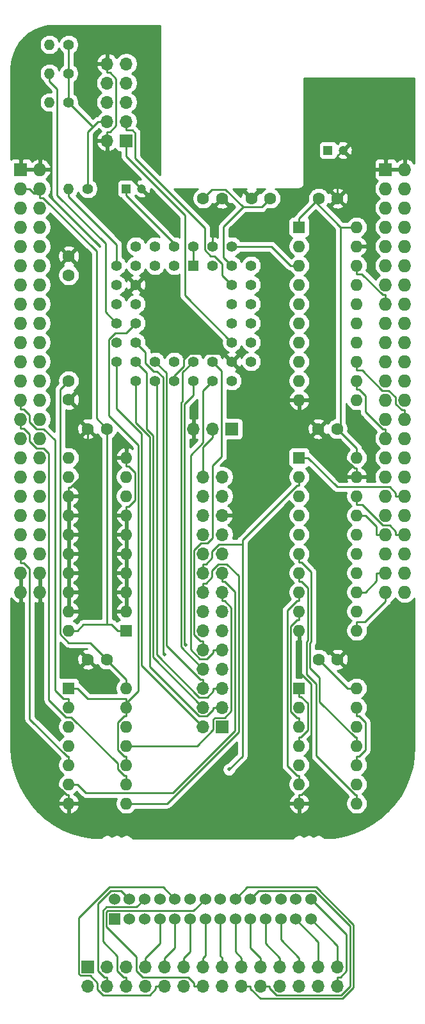
<source format=gbr>
G04 #@! TF.GenerationSoftware,KiCad,Pcbnew,(5.1.5)-3*
G04 #@! TF.CreationDate,2020-06-03T17:33:56-04:00*
G04 #@! TF.ProjectId,beaglesatella_cape,62656167-6c65-4736-9174-656c6c615f63,rev?*
G04 #@! TF.SameCoordinates,Original*
G04 #@! TF.FileFunction,Copper,L1,Top*
G04 #@! TF.FilePolarity,Positive*
%FSLAX46Y46*%
G04 Gerber Fmt 4.6, Leading zero omitted, Abs format (unit mm)*
G04 Created by KiCad (PCBNEW (5.1.5)-3) date 2020-06-03 17:33:56*
%MOMM*%
%LPD*%
G04 APERTURE LIST*
%ADD10O,1.700000X1.700000*%
%ADD11R,1.700000X1.700000*%
%ADD12C,1.524000*%
%ADD13R,1.524000X1.524000*%
%ADD14C,1.200000*%
%ADD15R,1.200000X1.200000*%
%ADD16C,1.422400*%
%ADD17R,1.422400X1.422400*%
%ADD18O,1.600000X1.600000*%
%ADD19R,1.600000X1.600000*%
%ADD20O,1.400000X1.400000*%
%ADD21C,1.400000*%
%ADD22C,1.600000*%
%ADD23R,1.727200X1.727200*%
%ADD24O,1.727200X1.727200*%
%ADD25C,0.508000*%
%ADD26C,0.250000*%
%ADD27C,0.254000*%
G04 APERTURE END LIST*
D10*
X158280000Y-170332000D03*
X158280000Y-167792000D03*
X155740000Y-170332000D03*
X155740000Y-167792000D03*
X153200000Y-170332000D03*
X153200000Y-167792000D03*
X150660000Y-170332000D03*
X150660000Y-167792000D03*
X148120000Y-170332000D03*
X148120000Y-167792000D03*
X145580000Y-170332000D03*
X145580000Y-167792000D03*
X143040000Y-170332000D03*
X143040000Y-167792000D03*
X140500000Y-170332000D03*
X140500000Y-167792000D03*
X137960000Y-170332000D03*
X137960000Y-167792000D03*
X135420000Y-170332000D03*
X135420000Y-167792000D03*
X132880000Y-170332000D03*
X132880000Y-167792000D03*
X130340000Y-170332000D03*
X130340000Y-167792000D03*
X127800000Y-170332000D03*
X127800000Y-167792000D03*
X125260000Y-170332000D03*
D11*
X125260000Y-167792000D03*
D12*
X136770000Y-161522000D03*
X130770000Y-161522000D03*
X132770000Y-161522000D03*
D13*
X128770000Y-161522000D03*
D12*
X144770000Y-161522000D03*
X154770000Y-161522000D03*
X148770000Y-161522000D03*
X138770000Y-161522000D03*
X146770000Y-161522000D03*
X152770000Y-161522000D03*
X150770000Y-161522000D03*
X134770000Y-161522000D03*
X140770000Y-161522000D03*
X142770000Y-161522000D03*
X142770000Y-158822000D03*
X150770000Y-158822000D03*
X146770000Y-158822000D03*
X154770000Y-158822000D03*
X148770000Y-158822000D03*
X152770000Y-158822000D03*
X144770000Y-158822000D03*
X128770000Y-158822000D03*
X130770000Y-158822000D03*
X132770000Y-158822000D03*
X134770000Y-158822000D03*
X136770000Y-158822000D03*
X138770000Y-158822000D03*
X140770000Y-158822000D03*
D14*
X159010000Y-59842400D03*
D15*
X157010000Y-59842400D03*
D14*
X132340000Y-64922400D03*
D15*
X130340000Y-64922400D03*
D16*
X146850000Y-75082400D03*
X146850000Y-77622400D03*
X146850000Y-80162400D03*
X146850000Y-82702400D03*
X146850000Y-85242400D03*
X144310000Y-72542400D03*
X144310000Y-77622400D03*
X144310000Y-80162400D03*
X144310000Y-82702400D03*
X144310000Y-85242400D03*
X144310000Y-87782400D03*
X144310000Y-90322400D03*
X141770000Y-90322400D03*
X139230000Y-90322400D03*
X136690000Y-90322400D03*
X134150000Y-90322400D03*
X131610000Y-90322400D03*
X146850000Y-87782400D03*
X141770000Y-87782400D03*
X139230000Y-87782400D03*
X136690000Y-87782400D03*
X134150000Y-87782400D03*
X131610000Y-87782400D03*
X129070000Y-87782400D03*
X129070000Y-85242400D03*
X129070000Y-82702400D03*
X129070000Y-80162400D03*
X129070000Y-77622400D03*
X129070000Y-75082400D03*
X131610000Y-85242400D03*
X131610000Y-82702400D03*
X131610000Y-80162400D03*
X131610000Y-77622400D03*
X131610000Y-75082400D03*
X141770000Y-72542400D03*
X139230000Y-72542400D03*
X131610000Y-72542400D03*
X134150000Y-72542400D03*
X136690000Y-72542400D03*
X144310000Y-75082400D03*
X141770000Y-75082400D03*
X134150000Y-75082400D03*
X136690000Y-75082400D03*
D17*
X139230000Y-75082400D03*
D18*
X160820000Y-130962000D03*
X153200000Y-146202000D03*
X160820000Y-133502000D03*
X153200000Y-143662000D03*
X160820000Y-136042000D03*
X153200000Y-141122000D03*
X160820000Y-138582000D03*
X153200000Y-138582000D03*
X160820000Y-141122000D03*
X153200000Y-136042000D03*
X160820000Y-143662000D03*
X153200000Y-133502000D03*
X160820000Y-146202000D03*
D19*
X153200000Y-130962000D03*
D18*
X130340000Y-130962000D03*
X122720000Y-146202000D03*
X130340000Y-133502000D03*
X122720000Y-143662000D03*
X130340000Y-136042000D03*
X122720000Y-141122000D03*
X130340000Y-138582000D03*
X122720000Y-138582000D03*
X130340000Y-141122000D03*
X122720000Y-136042000D03*
X130340000Y-143662000D03*
X122720000Y-133502000D03*
X130340000Y-146202000D03*
D19*
X122720000Y-130962000D03*
D18*
X160820000Y-100482000D03*
X153200000Y-123342000D03*
X160820000Y-103022000D03*
X153200000Y-120802000D03*
X160820000Y-105562000D03*
X153200000Y-118262000D03*
X160820000Y-108102000D03*
X153200000Y-115722000D03*
X160820000Y-110642000D03*
X153200000Y-113182000D03*
X160820000Y-113182000D03*
X153200000Y-110642000D03*
X160820000Y-115722000D03*
X153200000Y-108102000D03*
X160820000Y-118262000D03*
X153200000Y-105562000D03*
X160820000Y-120802000D03*
X153200000Y-103022000D03*
X160820000Y-123342000D03*
D19*
X153200000Y-100482000D03*
D18*
X122720000Y-123342000D03*
X130340000Y-100482000D03*
X122720000Y-120802000D03*
X130340000Y-103022000D03*
X122720000Y-118262000D03*
X130340000Y-105562000D03*
X122720000Y-115722000D03*
X130340000Y-108102000D03*
X122720000Y-113182000D03*
X130340000Y-110642000D03*
X122720000Y-110642000D03*
X130340000Y-113182000D03*
X122720000Y-108102000D03*
X130340000Y-115722000D03*
X122720000Y-105562000D03*
X130340000Y-118262000D03*
X122720000Y-103022000D03*
X130340000Y-120802000D03*
X122720000Y-100482000D03*
D19*
X130340000Y-123342000D03*
D18*
X160820000Y-70002400D03*
X153200000Y-92862400D03*
X160820000Y-72542400D03*
X153200000Y-90322400D03*
X160820000Y-75082400D03*
X153200000Y-87782400D03*
X160820000Y-77622400D03*
X153200000Y-85242400D03*
X160820000Y-80162400D03*
X153200000Y-82702400D03*
X160820000Y-82702400D03*
X153200000Y-80162400D03*
X160820000Y-85242400D03*
X153200000Y-77622400D03*
X160820000Y-87782400D03*
X153200000Y-75082400D03*
X160820000Y-90322400D03*
X153200000Y-72542400D03*
X160820000Y-92862400D03*
D19*
X153200000Y-70002400D03*
D20*
X122720000Y-64922400D03*
D21*
X125260000Y-64922400D03*
D20*
X120180000Y-53492400D03*
D21*
X122720000Y-53492400D03*
D20*
X120180000Y-49682400D03*
D21*
X122720000Y-49682400D03*
D20*
X120180000Y-45872400D03*
D21*
X122720000Y-45872400D03*
D10*
X127800000Y-48412400D03*
X130340000Y-48412400D03*
X127800000Y-50952400D03*
X130340000Y-50952400D03*
X127800000Y-53492400D03*
X130340000Y-53492400D03*
X127800000Y-56032400D03*
X130340000Y-56032400D03*
X127800000Y-58572400D03*
D11*
X130340000Y-58572400D03*
D22*
X158240000Y-96672400D03*
X155740000Y-96672400D03*
X127760000Y-96672400D03*
X125260000Y-96672400D03*
X155780000Y-66192400D03*
X158280000Y-66192400D03*
X155780000Y-127152000D03*
X158280000Y-127152000D03*
X127760000Y-127152000D03*
X125260000Y-127152000D03*
X143000000Y-66192400D03*
X140500000Y-66192400D03*
X122720000Y-73852400D03*
X122720000Y-76352400D03*
X122720000Y-92822400D03*
X122720000Y-90322400D03*
X146890000Y-66192400D03*
X149390000Y-66192400D03*
D23*
X164630000Y-62382400D03*
D24*
X167170000Y-62382400D03*
X164630000Y-64922400D03*
X167170000Y-64922400D03*
X164630000Y-67462400D03*
X167170000Y-67462400D03*
X164630000Y-70002400D03*
X167170000Y-70002400D03*
X164630000Y-72542400D03*
X167170000Y-72542400D03*
X164630000Y-75082400D03*
X167170000Y-75082400D03*
X164630000Y-77622400D03*
X167170000Y-77622400D03*
X164630000Y-80162400D03*
X167170000Y-80162400D03*
X164630000Y-82702400D03*
X167170000Y-82702400D03*
X164630000Y-85242400D03*
X167170000Y-85242400D03*
X164630000Y-87782400D03*
X167170000Y-87782400D03*
X164630000Y-90322400D03*
X167170000Y-90322400D03*
X164630000Y-92862400D03*
X167170000Y-92862400D03*
X164630000Y-95402400D03*
X167170000Y-95402400D03*
X164630000Y-97942400D03*
X167170000Y-97942400D03*
X164630000Y-100482400D03*
X167170000Y-100482400D03*
X164630000Y-103022400D03*
X167170000Y-103022400D03*
X164630000Y-105562400D03*
X167170000Y-105562400D03*
X164630000Y-108102400D03*
X167170000Y-108102400D03*
X164630000Y-110642400D03*
X167170000Y-110642400D03*
X164630000Y-113182400D03*
X167170000Y-113182400D03*
X164630000Y-115722400D03*
X167170000Y-115722400D03*
X164630000Y-118262400D03*
X167170000Y-118262400D03*
D23*
X116370000Y-62382400D03*
D24*
X118910000Y-62382400D03*
X116370000Y-64922400D03*
X118910000Y-64922400D03*
X116370000Y-67462400D03*
X118910000Y-67462400D03*
X116370000Y-70002400D03*
X118910000Y-70002400D03*
X116370000Y-72542400D03*
X118910000Y-72542400D03*
X116370000Y-75082400D03*
X118910000Y-75082400D03*
X116370000Y-77622400D03*
X118910000Y-77622400D03*
X116370000Y-80162400D03*
X118910000Y-80162400D03*
X116370000Y-82702400D03*
X118910000Y-82702400D03*
X116370000Y-85242400D03*
X118910000Y-85242400D03*
X116370000Y-87782400D03*
X118910000Y-87782400D03*
X116370000Y-90322400D03*
X118910000Y-90322400D03*
X116370000Y-92862400D03*
X118910000Y-92862400D03*
X116370000Y-95402400D03*
X118910000Y-95402400D03*
X116370000Y-97942400D03*
X118910000Y-97942400D03*
X116370000Y-100482400D03*
X118910000Y-100482400D03*
X116370000Y-103022400D03*
X118910000Y-103022400D03*
X116370000Y-105562400D03*
X118910000Y-105562400D03*
X116370000Y-108102400D03*
X118910000Y-108102400D03*
X116370000Y-110642400D03*
X118910000Y-110642400D03*
X116370000Y-113182400D03*
X118910000Y-113182400D03*
X116370000Y-115722400D03*
X118910000Y-115722400D03*
X116370000Y-118262400D03*
X118910000Y-118262400D03*
D11*
X143040000Y-136042000D03*
D10*
X140500000Y-136042000D03*
X143040000Y-133502000D03*
X140500000Y-133502000D03*
X143040000Y-130962000D03*
X140500000Y-130962000D03*
X143040000Y-128422000D03*
X140500000Y-128422000D03*
X143040000Y-125882000D03*
X140500000Y-125882000D03*
X143040000Y-123342000D03*
X140500000Y-123342000D03*
X143040000Y-120802000D03*
X140500000Y-120802000D03*
X143040000Y-118262000D03*
X140500000Y-118262000D03*
X143040000Y-115722000D03*
X140500000Y-115722000D03*
X143040000Y-113182000D03*
X140500000Y-113182000D03*
X143040000Y-110642000D03*
X140500000Y-110642000D03*
X143040000Y-108102000D03*
X140500000Y-108102000D03*
X143040000Y-105562000D03*
X140500000Y-105562000D03*
X143040000Y-103022000D03*
X140500000Y-103022000D03*
D11*
X144310000Y-96672400D03*
D10*
X141770000Y-96672400D03*
X139230000Y-96672400D03*
D25*
X143917100Y-141707000D03*
X138178700Y-125241900D03*
X135367400Y-126543700D03*
D26*
X118910000Y-62382400D02*
X116370000Y-62382400D01*
X141770000Y-72542400D02*
X141770000Y-67422400D01*
X141770000Y-67422400D02*
X143000000Y-66192400D01*
X132340000Y-64922400D02*
X127800000Y-60382400D01*
X127800000Y-60382400D02*
X127800000Y-58572400D01*
X130340000Y-108102000D02*
X130340000Y-106976700D01*
X130340000Y-100482000D02*
X130340000Y-101607300D01*
X130340000Y-101607300D02*
X130621300Y-101607300D01*
X130621300Y-101607300D02*
X131465300Y-102451300D01*
X131465300Y-102451300D02*
X131465300Y-106132800D01*
X131465300Y-106132800D02*
X130621400Y-106976700D01*
X130621400Y-106976700D02*
X130340000Y-106976700D01*
X138679500Y-86725800D02*
X138679500Y-84691900D01*
X138679500Y-84691900D02*
X131610000Y-77622400D01*
X136690000Y-90322400D02*
X136690000Y-89685500D01*
X136690000Y-89685500D02*
X137960100Y-88415400D01*
X137960100Y-88415400D02*
X137960100Y-87445200D01*
X137960100Y-87445200D02*
X138679500Y-86725800D01*
X138679500Y-86725800D02*
X143253400Y-86725800D01*
X143253400Y-86725800D02*
X144310000Y-87782400D01*
X160820000Y-103022000D02*
X160820000Y-101896700D01*
X155740000Y-96672400D02*
X155740000Y-97098000D01*
X155740000Y-97098000D02*
X160538700Y-101896700D01*
X160538700Y-101896700D02*
X160820000Y-101896700D01*
X158280000Y-66192400D02*
X158280000Y-60572400D01*
X158280000Y-60572400D02*
X159010000Y-59842400D01*
X153200000Y-146202000D02*
X153200000Y-145076700D01*
X153200000Y-145076700D02*
X153481300Y-145076700D01*
X153481300Y-145076700D02*
X154788900Y-143769100D01*
X154788900Y-143769100D02*
X154788900Y-130397500D01*
X154788900Y-130397500D02*
X153200000Y-128808600D01*
X153200000Y-128808600D02*
X153200000Y-123342000D01*
X122720000Y-146202000D02*
X122720000Y-145076700D01*
X116370000Y-118262400D02*
X116370000Y-139008000D01*
X116370000Y-139008000D02*
X122438700Y-145076700D01*
X122438700Y-145076700D02*
X122720000Y-145076700D01*
X116370000Y-115722400D02*
X116370000Y-118262400D01*
X153200000Y-92862400D02*
X149390000Y-92862400D01*
X149390000Y-92862400D02*
X144310000Y-87782400D01*
X125260000Y-96672400D02*
X125260000Y-102101000D01*
X125260000Y-102101000D02*
X122924300Y-104436700D01*
X122924300Y-104436700D02*
X122720000Y-104436700D01*
X130340000Y-113182000D02*
X130340000Y-110642000D01*
X130340000Y-115722000D02*
X130340000Y-113182000D01*
X122720000Y-118262000D02*
X122720000Y-120802000D01*
X122720000Y-115722000D02*
X122720000Y-118262000D01*
X122720000Y-113182000D02*
X122720000Y-115722000D01*
X130340000Y-110642000D02*
X130340000Y-108102000D01*
X122720000Y-110642000D02*
X122720000Y-113182000D01*
X122720000Y-108102000D02*
X122720000Y-110642000D01*
X130340000Y-118262000D02*
X130340000Y-115722000D01*
X130340000Y-120802000D02*
X130340000Y-118262000D01*
X127800000Y-48412400D02*
X127800000Y-49587700D01*
X127800000Y-58572400D02*
X127800000Y-57397100D01*
X127800000Y-57397100D02*
X128167300Y-57397100D01*
X128167300Y-57397100D02*
X128975300Y-56589100D01*
X128975300Y-56589100D02*
X128975300Y-50395600D01*
X128975300Y-50395600D02*
X128167400Y-49587700D01*
X128167400Y-49587700D02*
X127800000Y-49587700D01*
X122720000Y-105562000D02*
X122720000Y-104436700D01*
X118910000Y-118262400D02*
X118910000Y-115722400D01*
X116370000Y-64922400D02*
X117558900Y-64922400D01*
X118910000Y-65516800D02*
X118153300Y-65516800D01*
X118153300Y-65516800D02*
X117558900Y-64922400D01*
X118910000Y-65516800D02*
X118910000Y-66111300D01*
X118910000Y-64922400D02*
X118910000Y-65516800D01*
X118910000Y-66111300D02*
X119281500Y-66111300D01*
X119281500Y-66111300D02*
X126385400Y-73215200D01*
X126385400Y-73215200D02*
X126385400Y-95297800D01*
X126385400Y-95297800D02*
X127760000Y-96672400D01*
X130340000Y-123342000D02*
X129214700Y-123342000D01*
X127760000Y-122522000D02*
X124665300Y-122522000D01*
X124665300Y-122522000D02*
X123845300Y-123342000D01*
X129214700Y-123342000D02*
X128394700Y-122522000D01*
X128394700Y-122522000D02*
X127760000Y-122522000D01*
X127760000Y-96672400D02*
X127760000Y-122522000D01*
X122720000Y-123342000D02*
X123845300Y-123342000D01*
X158240000Y-96672400D02*
X160820000Y-99252400D01*
X160820000Y-99252400D02*
X160820000Y-100482000D01*
X158685900Y-70002400D02*
X158685900Y-96226500D01*
X158685900Y-96226500D02*
X158240000Y-96672400D01*
X155380300Y-66696800D02*
X155780000Y-66297100D01*
X155780000Y-66297100D02*
X155780000Y-66192400D01*
X153200000Y-68877100D02*
X155380300Y-66696800D01*
X155380300Y-66696800D02*
X158685900Y-70002400D01*
X159694700Y-70002400D02*
X158685900Y-70002400D01*
X153200000Y-70002400D02*
X153200000Y-68877100D01*
X160820000Y-70002400D02*
X159694700Y-70002400D01*
X145789500Y-67353600D02*
X143465100Y-65029200D01*
X143465100Y-65029200D02*
X141663200Y-65029200D01*
X141663200Y-65029200D02*
X140500000Y-66192400D01*
X149390000Y-66192400D02*
X148228800Y-67353600D01*
X148228800Y-67353600D02*
X145789500Y-67353600D01*
X144310000Y-75082400D02*
X143210700Y-73983100D01*
X143210700Y-73983100D02*
X143210700Y-69932400D01*
X143210700Y-69932400D02*
X145789500Y-67353600D01*
X130340000Y-64922400D02*
X130340000Y-65847700D01*
X130340000Y-65847700D02*
X136690000Y-72197700D01*
X136690000Y-72197700D02*
X136690000Y-72542400D01*
X130340000Y-130962000D02*
X130340000Y-129836700D01*
X130340000Y-129836700D02*
X127760000Y-127256700D01*
X127760000Y-127256700D02*
X127760000Y-127152000D01*
X122720000Y-90322400D02*
X121589800Y-91452600D01*
X121589800Y-91452600D02*
X121589800Y-123811700D01*
X121589800Y-123811700D02*
X122733200Y-124955100D01*
X122733200Y-124955100D02*
X125563100Y-124955100D01*
X125563100Y-124955100D02*
X127760000Y-127152000D01*
X125942400Y-56714700D02*
X126624700Y-56032400D01*
X125260000Y-64922400D02*
X125260000Y-57397100D01*
X125260000Y-57397100D02*
X125942400Y-56714700D01*
X125942400Y-56714700D02*
X122720000Y-53492400D01*
X127800000Y-56032400D02*
X126624700Y-56032400D01*
X122720000Y-53492400D02*
X122720000Y-49682400D01*
X139230000Y-75082400D02*
X139230000Y-72542400D01*
X122720000Y-45872400D02*
X122720000Y-49682400D01*
X155780000Y-127152000D02*
X159590000Y-130962000D01*
X159590000Y-130962000D02*
X160820000Y-130962000D01*
X145683800Y-111972600D02*
X145683800Y-111382200D01*
X145683800Y-111382200D02*
X152918700Y-104147300D01*
X152918700Y-104147300D02*
X153200000Y-104147300D01*
X140500000Y-114546700D02*
X140867400Y-114546700D01*
X140867400Y-114546700D02*
X141675300Y-113738800D01*
X141675300Y-113738800D02*
X141675300Y-112882000D01*
X141675300Y-112882000D02*
X142584700Y-111972600D01*
X142584700Y-111972600D02*
X145683800Y-111972600D01*
X145683800Y-111972600D02*
X145683800Y-139940300D01*
X145683800Y-139940300D02*
X143917100Y-141707000D01*
X140500000Y-115722000D02*
X140500000Y-114546700D01*
X153200000Y-103022000D02*
X153200000Y-104147300D01*
X143040000Y-116897300D02*
X143339600Y-116897300D01*
X143339600Y-116897300D02*
X144692800Y-118250500D01*
X144692800Y-118250500D02*
X144692800Y-136557000D01*
X144692800Y-136557000D02*
X136462500Y-144787300D01*
X136462500Y-144787300D02*
X124970600Y-144787300D01*
X124970600Y-144787300D02*
X123845300Y-143662000D01*
X122720000Y-143662000D02*
X123845300Y-143662000D01*
X143040000Y-115722000D02*
X143040000Y-116897300D01*
X140500000Y-118262000D02*
X140500000Y-117086700D01*
X140500000Y-117086700D02*
X140867400Y-117086700D01*
X140867400Y-117086700D02*
X141675300Y-116278800D01*
X141675300Y-116278800D02*
X141675300Y-115402500D01*
X141675300Y-115402500D02*
X142538900Y-114538900D01*
X142538900Y-114538900D02*
X143606900Y-114538900D01*
X143606900Y-114538900D02*
X145182600Y-116114600D01*
X145182600Y-116114600D02*
X145182600Y-136761000D01*
X145182600Y-136761000D02*
X135741600Y-146202000D01*
X135741600Y-146202000D02*
X130340000Y-146202000D01*
X143040000Y-118262000D02*
X143040000Y-119437300D01*
X143040000Y-119437300D02*
X143358700Y-119437300D01*
X143358700Y-119437300D02*
X144232700Y-120311300D01*
X144232700Y-120311300D02*
X144232700Y-134000500D01*
X144232700Y-134000500D02*
X143366500Y-134866700D01*
X143366500Y-134866700D02*
X142055200Y-134866700D01*
X142055200Y-134866700D02*
X141864600Y-135057300D01*
X141864600Y-135057300D02*
X141864600Y-136407400D01*
X141864600Y-136407400D02*
X139690000Y-138582000D01*
X139690000Y-138582000D02*
X130340000Y-138582000D01*
X160820000Y-137456700D02*
X160615500Y-137456700D01*
X160615500Y-137456700D02*
X155901400Y-132742600D01*
X155901400Y-132742600D02*
X155901400Y-129599200D01*
X155901400Y-129599200D02*
X154606700Y-128304500D01*
X154606700Y-128304500D02*
X154606700Y-125009400D01*
X154606700Y-125009400D02*
X154780800Y-124835300D01*
X154780800Y-124835300D02*
X154780800Y-115606700D01*
X154780800Y-115606700D02*
X153481400Y-114307300D01*
X153481400Y-114307300D02*
X153200000Y-114307300D01*
X160820000Y-138582000D02*
X160820000Y-137456700D01*
X153200000Y-113182000D02*
X153200000Y-114307300D01*
X160820000Y-145076700D02*
X160615500Y-145076700D01*
X160615500Y-145076700D02*
X155451100Y-139912300D01*
X155451100Y-139912300D02*
X155451100Y-130422700D01*
X155451100Y-130422700D02*
X154156400Y-129128000D01*
X154156400Y-129128000D02*
X154156400Y-124822800D01*
X154156400Y-124822800D02*
X154330500Y-124648700D01*
X154330500Y-124648700D02*
X154330500Y-117696400D01*
X154330500Y-117696400D02*
X153481400Y-116847300D01*
X153481400Y-116847300D02*
X153200000Y-116847300D01*
X160820000Y-146202000D02*
X160820000Y-145076700D01*
X153200000Y-115722000D02*
X153200000Y-116847300D01*
X153200000Y-143662000D02*
X153200000Y-142536700D01*
X153200000Y-118262000D02*
X153200000Y-119387300D01*
X153200000Y-119387300D02*
X152918700Y-119387300D01*
X152918700Y-119387300D02*
X151622700Y-120683300D01*
X151622700Y-120683300D02*
X151622700Y-141240700D01*
X151622700Y-141240700D02*
X152918700Y-142536700D01*
X152918700Y-142536700D02*
X153200000Y-142536700D01*
X153200000Y-136042000D02*
X153200000Y-134916700D01*
X153200000Y-120802000D02*
X153200000Y-121927300D01*
X153200000Y-121927300D02*
X152918700Y-121927300D01*
X152918700Y-121927300D02*
X152074700Y-122771300D01*
X152074700Y-122771300D02*
X152074700Y-134072800D01*
X152074700Y-134072800D02*
X152918600Y-134916700D01*
X152918600Y-134916700D02*
X153200000Y-134916700D01*
X140500000Y-125882000D02*
X140500000Y-124706700D01*
X140500000Y-124706700D02*
X140132700Y-124706700D01*
X140132700Y-124706700D02*
X139280300Y-123854300D01*
X139280300Y-123854300D02*
X139280300Y-112726000D01*
X139280300Y-112726000D02*
X140188900Y-111817400D01*
X140188900Y-111817400D02*
X141078300Y-111817400D01*
X141078300Y-111817400D02*
X141770000Y-111125700D01*
X141770000Y-111125700D02*
X141770000Y-101503600D01*
X141770000Y-101503600D02*
X142960600Y-100313000D01*
X142960600Y-100313000D02*
X142960600Y-88973000D01*
X142960600Y-88973000D02*
X141770000Y-87782400D01*
X141770000Y-90322400D02*
X140500000Y-91592400D01*
X140500000Y-91592400D02*
X140500000Y-98480800D01*
X140500000Y-98480800D02*
X138829900Y-100150900D01*
X138829900Y-100150900D02*
X138829900Y-125875800D01*
X138829900Y-125875800D02*
X140051400Y-127097300D01*
X140051400Y-127097300D02*
X141016700Y-127097300D01*
X141016700Y-127097300D02*
X141864700Y-126249300D01*
X141864700Y-126249300D02*
X141864700Y-125882000D01*
X143040000Y-125882000D02*
X141864700Y-125882000D01*
X140500000Y-128422000D02*
X137589900Y-125511900D01*
X137589900Y-125511900D02*
X137589900Y-93228700D01*
X137589900Y-93228700D02*
X137800700Y-93017900D01*
X137800700Y-93017900D02*
X137800700Y-89211700D01*
X137800700Y-89211700D02*
X139230000Y-87782400D01*
X139230000Y-90322400D02*
X139230000Y-92225500D01*
X139230000Y-92225500D02*
X138042000Y-93413500D01*
X138042000Y-93413500D02*
X138042000Y-125105200D01*
X138042000Y-125105200D02*
X138178700Y-125241900D01*
X140500000Y-129786700D02*
X140132700Y-129786700D01*
X140132700Y-129786700D02*
X135649400Y-125303400D01*
X135649400Y-125303400D02*
X135649400Y-89281800D01*
X135649400Y-89281800D02*
X134150000Y-87782400D01*
X140500000Y-130962000D02*
X140500000Y-129786700D01*
X141864700Y-130962000D02*
X141864700Y-131329300D01*
X141864700Y-131329300D02*
X141033100Y-132160900D01*
X141033100Y-132160900D02*
X139996900Y-132160900D01*
X139996900Y-132160900D02*
X134337700Y-126501700D01*
X134337700Y-126501700D02*
X134337700Y-90510100D01*
X134337700Y-90510100D02*
X134150000Y-90322400D01*
X143040000Y-130962000D02*
X141864700Y-130962000D01*
X140500000Y-133502000D02*
X133887400Y-126889400D01*
X133887400Y-126889400D02*
X133887400Y-97538800D01*
X133887400Y-97538800D02*
X133047800Y-96699200D01*
X133047800Y-96699200D02*
X133047800Y-89220200D01*
X133047800Y-89220200D02*
X131610000Y-87782400D01*
X141864700Y-133502000D02*
X141864700Y-133822600D01*
X141864700Y-133822600D02*
X141005300Y-134682000D01*
X141005300Y-134682000D02*
X140001400Y-134682000D01*
X140001400Y-134682000D02*
X133437100Y-128117700D01*
X133437100Y-128117700D02*
X133437100Y-97725500D01*
X133437100Y-97725500D02*
X131610000Y-95898400D01*
X131610000Y-95898400D02*
X131610000Y-90322400D01*
X143040000Y-133502000D02*
X141864700Y-133502000D01*
X129070000Y-87782400D02*
X129070000Y-93995300D01*
X129070000Y-93995300D02*
X132385500Y-97310800D01*
X132385500Y-97310800D02*
X132385500Y-127927500D01*
X132385500Y-127927500D02*
X140500000Y-136042000D01*
X135367400Y-126543700D02*
X135199000Y-126375300D01*
X135199000Y-126375300D02*
X135199000Y-89895500D01*
X135199000Y-89895500D02*
X134355900Y-89052400D01*
X134355900Y-89052400D02*
X133936400Y-89052400D01*
X133936400Y-89052400D02*
X132880000Y-87996000D01*
X132880000Y-87996000D02*
X132880000Y-86512400D01*
X132880000Y-86512400D02*
X131610000Y-85242400D01*
X160820000Y-87782400D02*
X160820000Y-88907700D01*
X167170000Y-95402400D02*
X167170000Y-94213500D01*
X167170000Y-94213500D02*
X166798400Y-94213500D01*
X166798400Y-94213500D02*
X165981100Y-93396200D01*
X165981100Y-93396200D02*
X165981100Y-92510200D01*
X165981100Y-92510200D02*
X165063300Y-91592400D01*
X165063300Y-91592400D02*
X164199700Y-91592400D01*
X164199700Y-91592400D02*
X161515000Y-88907700D01*
X161515000Y-88907700D02*
X160820000Y-88907700D01*
X160820000Y-90322400D02*
X160820000Y-91447700D01*
X164630000Y-97942400D02*
X164630000Y-96753500D01*
X164630000Y-96753500D02*
X164258400Y-96753500D01*
X164258400Y-96753500D02*
X161945300Y-94440400D01*
X161945300Y-94440400D02*
X161945300Y-92291600D01*
X161945300Y-92291600D02*
X161101400Y-91447700D01*
X161101400Y-91447700D02*
X160820000Y-91447700D01*
X164630000Y-110642400D02*
X163441100Y-110642400D01*
X160820000Y-108102000D02*
X161945300Y-108102000D01*
X163441100Y-110642400D02*
X163441100Y-109597800D01*
X163441100Y-109597800D02*
X161945300Y-108102000D01*
X160820000Y-105562000D02*
X160820000Y-106687300D01*
X167170000Y-110642400D02*
X165981100Y-110642400D01*
X165981100Y-110642400D02*
X165981100Y-110270800D01*
X165981100Y-110270800D02*
X165163800Y-109453500D01*
X165163800Y-109453500D02*
X164297500Y-109453500D01*
X164297500Y-109453500D02*
X161531300Y-106687300D01*
X161531300Y-106687300D02*
X160820000Y-106687300D01*
X164630000Y-115722400D02*
X163441100Y-115722400D01*
X160820000Y-118262000D02*
X161945300Y-118262000D01*
X163441100Y-115722400D02*
X163441100Y-116766200D01*
X163441100Y-116766200D02*
X161945300Y-118262000D01*
X164630000Y-118262400D02*
X164630000Y-119451300D01*
X160820000Y-123342000D02*
X160820000Y-122216700D01*
X164630000Y-119451300D02*
X161864600Y-122216700D01*
X161864600Y-122216700D02*
X160820000Y-122216700D01*
X122720000Y-132376700D02*
X122016700Y-132376700D01*
X122016700Y-132376700D02*
X120874200Y-131234200D01*
X120874200Y-131234200D02*
X120874200Y-98163000D01*
X120874200Y-98163000D02*
X119383600Y-96672400D01*
X119383600Y-96672400D02*
X118476700Y-96672400D01*
X118476700Y-96672400D02*
X117558900Y-95754600D01*
X117558900Y-95754600D02*
X117558900Y-94868600D01*
X117558900Y-94868600D02*
X116741600Y-94051300D01*
X116741600Y-94051300D02*
X116370000Y-94051300D01*
X122720000Y-133502000D02*
X122720000Y-132376700D01*
X116370000Y-92862400D02*
X116370000Y-94051300D01*
X130340000Y-143662000D02*
X130340000Y-142536700D01*
X116370000Y-95402400D02*
X116370000Y-96591300D01*
X116370000Y-96591300D02*
X116741600Y-96591300D01*
X116741600Y-96591300D02*
X117558900Y-97408600D01*
X117558900Y-97408600D02*
X117558900Y-98294600D01*
X117558900Y-98294600D02*
X118476700Y-99212400D01*
X118476700Y-99212400D02*
X119389300Y-99212400D01*
X119389300Y-99212400D02*
X120099000Y-99922100D01*
X120099000Y-99922100D02*
X120099000Y-132528300D01*
X120099000Y-132528300D02*
X122342700Y-134772000D01*
X122342700Y-134772000D02*
X123064300Y-134772000D01*
X123064300Y-134772000D02*
X129214700Y-140922400D01*
X129214700Y-140922400D02*
X129214700Y-141692800D01*
X129214700Y-141692800D02*
X130058600Y-142536700D01*
X130058600Y-142536700D02*
X130340000Y-142536700D01*
X153200000Y-100482000D02*
X154325300Y-100482000D01*
X167170000Y-105562400D02*
X165981100Y-105562400D01*
X165981100Y-105562400D02*
X165981100Y-105190800D01*
X165981100Y-105190800D02*
X165163800Y-104373500D01*
X165163800Y-104373500D02*
X158216800Y-104373500D01*
X158216800Y-104373500D02*
X154325300Y-100482000D01*
X122720000Y-139996700D02*
X122515500Y-139996700D01*
X122515500Y-139996700D02*
X117558900Y-135040100D01*
X117558900Y-135040100D02*
X117558900Y-115188600D01*
X117558900Y-115188600D02*
X116741600Y-114371300D01*
X116741600Y-114371300D02*
X116370000Y-114371300D01*
X122720000Y-141122000D02*
X122720000Y-139996700D01*
X116370000Y-113182400D02*
X116370000Y-114371300D01*
X153200000Y-75082400D02*
X152074700Y-75082400D01*
X152074700Y-75082400D02*
X149534700Y-72542400D01*
X149534700Y-72542400D02*
X144310000Y-72542400D01*
X131610000Y-82702400D02*
X130340000Y-83972400D01*
X130340000Y-83972400D02*
X128859600Y-83972400D01*
X128859600Y-83972400D02*
X127998500Y-84833500D01*
X127998500Y-84833500D02*
X127998500Y-94925900D01*
X127998500Y-94925900D02*
X131935100Y-98862500D01*
X131935100Y-98862500D02*
X131935100Y-131344200D01*
X131935100Y-131344200D02*
X130340000Y-132939300D01*
X130340000Y-132939300D02*
X130340000Y-132376700D01*
X130340000Y-133502000D02*
X130340000Y-132939300D01*
X130340000Y-133502000D02*
X130340000Y-134627300D01*
X130340000Y-141122000D02*
X130340000Y-139996700D01*
X130340000Y-139996700D02*
X130058700Y-139996700D01*
X130058700Y-139996700D02*
X129214700Y-139152700D01*
X129214700Y-139152700D02*
X129214700Y-135471200D01*
X129214700Y-135471200D02*
X130058600Y-134627300D01*
X130058600Y-134627300D02*
X130340000Y-134627300D01*
X122720000Y-130962000D02*
X123845300Y-130962000D01*
X123845300Y-130962000D02*
X125260000Y-132376700D01*
X125260000Y-132376700D02*
X130340000Y-132376700D01*
X160820000Y-133502000D02*
X160820000Y-134627300D01*
X160820000Y-141122000D02*
X160820000Y-139996700D01*
X160820000Y-139996700D02*
X161101300Y-139996700D01*
X161101300Y-139996700D02*
X161945300Y-139152700D01*
X161945300Y-139152700D02*
X161945300Y-135471200D01*
X161945300Y-135471200D02*
X161101400Y-134627300D01*
X161101400Y-134627300D02*
X160820000Y-134627300D01*
X153200000Y-130962000D02*
X153200000Y-132087300D01*
X153200000Y-138582000D02*
X153200000Y-137456700D01*
X153200000Y-137456700D02*
X153408300Y-137456700D01*
X153408300Y-137456700D02*
X154325400Y-136539600D01*
X154325400Y-136539600D02*
X154325400Y-132983700D01*
X154325400Y-132983700D02*
X153429000Y-132087300D01*
X153429000Y-132087300D02*
X153200000Y-132087300D01*
X160820000Y-75082400D02*
X160820000Y-76207700D01*
X164630000Y-80162400D02*
X164630000Y-78973500D01*
X164630000Y-78973500D02*
X164258400Y-78973500D01*
X164258400Y-78973500D02*
X161492600Y-76207700D01*
X161492600Y-76207700D02*
X160820000Y-76207700D01*
X140500000Y-101846700D02*
X140500000Y-99117700D01*
X140500000Y-99117700D02*
X141770000Y-97847700D01*
X141770000Y-96672400D02*
X141770000Y-97847700D01*
X140500000Y-103022000D02*
X140500000Y-101846700D01*
X122720000Y-64922400D02*
X122720000Y-65947700D01*
X122720000Y-65947700D02*
X129070000Y-72297700D01*
X129070000Y-72297700D02*
X129070000Y-75082400D01*
X120180000Y-49682400D02*
X120180000Y-50707700D01*
X120180000Y-50707700D02*
X121205300Y-51733000D01*
X121205300Y-51733000D02*
X121205300Y-65796700D01*
X121205300Y-65796700D02*
X127566600Y-72158000D01*
X127566600Y-72158000D02*
X127566600Y-81199000D01*
X127566600Y-81199000D02*
X129070000Y-82702400D01*
X130340000Y-56032400D02*
X130340000Y-57207700D01*
X130340000Y-57207700D02*
X131148100Y-57207700D01*
X131148100Y-57207700D02*
X131515300Y-57574900D01*
X131515300Y-57574900D02*
X131515300Y-60887300D01*
X131515300Y-60887300D02*
X140733400Y-70105400D01*
X140733400Y-70105400D02*
X140733400Y-73026200D01*
X140733400Y-73026200D02*
X141519600Y-73812400D01*
X141519600Y-73812400D02*
X141975900Y-73812400D01*
X141975900Y-73812400D02*
X143040000Y-74876500D01*
X143040000Y-74876500D02*
X143040000Y-76352400D01*
X143040000Y-76352400D02*
X144310000Y-77622400D01*
X130340000Y-59747700D02*
X130340000Y-60648200D01*
X130340000Y-60648200D02*
X138119300Y-68427500D01*
X138119300Y-68427500D02*
X138119300Y-79051700D01*
X138119300Y-79051700D02*
X144310000Y-85242400D01*
X130340000Y-58572400D02*
X130340000Y-59747700D01*
X135420000Y-167792000D02*
X135420000Y-166616700D01*
X136770000Y-161522000D02*
X136770000Y-165266700D01*
X136770000Y-165266700D02*
X135420000Y-166616700D01*
X145580000Y-167792000D02*
X145580000Y-166616700D01*
X144770000Y-161522000D02*
X144770000Y-165806700D01*
X144770000Y-165806700D02*
X145580000Y-166616700D01*
X154770000Y-161522000D02*
X158280000Y-165032000D01*
X158280000Y-165032000D02*
X158280000Y-167792000D01*
X150660000Y-167792000D02*
X150660000Y-166616700D01*
X148770000Y-161522000D02*
X148770000Y-164726700D01*
X148770000Y-164726700D02*
X150660000Y-166616700D01*
X137960000Y-167792000D02*
X137960000Y-166616700D01*
X138770000Y-161522000D02*
X138770000Y-165806700D01*
X138770000Y-165806700D02*
X137960000Y-166616700D01*
X148120000Y-167792000D02*
X148120000Y-166616700D01*
X146770000Y-161522000D02*
X146770000Y-165266700D01*
X146770000Y-165266700D02*
X148120000Y-166616700D01*
X155740000Y-166616700D02*
X155740000Y-164492000D01*
X155740000Y-164492000D02*
X152770000Y-161522000D01*
X155740000Y-167792000D02*
X155740000Y-166616700D01*
X153200000Y-167792000D02*
X153200000Y-166616700D01*
X150770000Y-161522000D02*
X150770000Y-164186700D01*
X150770000Y-164186700D02*
X153200000Y-166616700D01*
X132880000Y-167792000D02*
X132880000Y-166616700D01*
X134770000Y-161522000D02*
X134770000Y-164726700D01*
X134770000Y-164726700D02*
X132880000Y-166616700D01*
X140500000Y-167792000D02*
X140500000Y-166616700D01*
X140770000Y-161522000D02*
X140770000Y-166346700D01*
X140770000Y-166346700D02*
X140500000Y-166616700D01*
X143040000Y-167792000D02*
X143040000Y-166616700D01*
X142770000Y-161522000D02*
X142770000Y-166346700D01*
X142770000Y-166346700D02*
X143040000Y-166616700D01*
X146770000Y-158822000D02*
X147873100Y-157718900D01*
X147873100Y-157718900D02*
X155271100Y-157718900D01*
X155271100Y-157718900D02*
X159954600Y-162402400D01*
X159954600Y-162402400D02*
X159954600Y-170344700D01*
X159954600Y-170344700D02*
X158743000Y-171556300D01*
X158743000Y-171556300D02*
X150210100Y-171556300D01*
X150210100Y-171556300D02*
X149295300Y-170641500D01*
X149295300Y-170641500D02*
X149295300Y-170332000D01*
X148120000Y-170332000D02*
X149295300Y-170332000D01*
X158280000Y-170332000D02*
X158280000Y-169156700D01*
X154770000Y-158822000D02*
X159455300Y-163507300D01*
X159455300Y-163507300D02*
X159455300Y-168348800D01*
X159455300Y-168348800D02*
X158647400Y-169156700D01*
X158647400Y-169156700D02*
X158280000Y-169156700D01*
X145580000Y-170332000D02*
X146755300Y-170332000D01*
X144770000Y-158822000D02*
X146339000Y-157253000D01*
X146339000Y-157253000D02*
X155442100Y-157253000D01*
X155442100Y-157253000D02*
X160406500Y-162217400D01*
X160406500Y-162217400D02*
X160406500Y-170580100D01*
X160406500Y-170580100D02*
X158968700Y-172017900D01*
X158968700Y-172017900D02*
X148073900Y-172017900D01*
X148073900Y-172017900D02*
X146755300Y-170699300D01*
X146755300Y-170699300D02*
X146755300Y-170332000D01*
X127800000Y-170332000D02*
X127800000Y-169156700D01*
X130770000Y-158822000D02*
X129669400Y-157721400D01*
X129669400Y-157721400D02*
X128319600Y-157721400D01*
X128319600Y-157721400D02*
X126624700Y-159416300D01*
X126624700Y-159416300D02*
X126624700Y-168348800D01*
X126624700Y-168348800D02*
X127432600Y-169156700D01*
X127432600Y-169156700D02*
X127800000Y-169156700D01*
X130340000Y-170332000D02*
X130340000Y-169156700D01*
X132770000Y-158822000D02*
X131682700Y-159909300D01*
X131682700Y-159909300D02*
X127662000Y-159909300D01*
X127662000Y-159909300D02*
X127232200Y-160339100D01*
X127232200Y-160339100D02*
X127232200Y-164466200D01*
X127232200Y-164466200D02*
X129164700Y-166398700D01*
X129164700Y-166398700D02*
X129164700Y-168348800D01*
X129164700Y-168348800D02*
X129972600Y-169156700D01*
X129972600Y-169156700D02*
X130340000Y-169156700D01*
X135420000Y-170332000D02*
X134244700Y-170332000D01*
X136770000Y-158822000D02*
X135219000Y-157271000D01*
X135219000Y-157271000D02*
X128133100Y-157271000D01*
X128133100Y-157271000D02*
X124084600Y-161319500D01*
X124084600Y-161319500D02*
X124084600Y-168779500D01*
X124084600Y-168779500D02*
X124272500Y-168967400D01*
X124272500Y-168967400D02*
X125559600Y-168967400D01*
X125559600Y-168967400D02*
X126530000Y-169937800D01*
X126530000Y-169937800D02*
X126530000Y-170820800D01*
X126530000Y-170820800D02*
X127228500Y-171519300D01*
X127228500Y-171519300D02*
X133422700Y-171519300D01*
X133422700Y-171519300D02*
X134244700Y-170697300D01*
X134244700Y-170697300D02*
X134244700Y-170332000D01*
X140500000Y-170332000D02*
X139324700Y-170332000D01*
X140770000Y-158822000D02*
X139232300Y-160359700D01*
X139232300Y-160359700D02*
X127848500Y-160359700D01*
X127848500Y-160359700D02*
X127682600Y-160525600D01*
X127682600Y-160525600D02*
X127682600Y-162480200D01*
X127682600Y-162480200D02*
X131704600Y-166502200D01*
X131704600Y-166502200D02*
X131704600Y-168342100D01*
X131704600Y-168342100D02*
X132519200Y-169156700D01*
X132519200Y-169156700D02*
X138516800Y-169156700D01*
X138516800Y-169156700D02*
X139324700Y-169964600D01*
X139324700Y-169964600D02*
X139324700Y-170332000D01*
D27*
G36*
X157653000Y-104884502D02*
G01*
X157676799Y-104913501D01*
X157705797Y-104937299D01*
X157792523Y-105008474D01*
X157924304Y-105078913D01*
X157924553Y-105079046D01*
X158067814Y-105122503D01*
X158179467Y-105133500D01*
X158179476Y-105133500D01*
X158216799Y-105137176D01*
X158254122Y-105133500D01*
X159444258Y-105133500D01*
X159440147Y-105143426D01*
X159385000Y-105420665D01*
X159385000Y-105703335D01*
X159440147Y-105980574D01*
X159548320Y-106241727D01*
X159705363Y-106476759D01*
X159905241Y-106676637D01*
X160065842Y-106783947D01*
X160070997Y-106836286D01*
X160081167Y-106869813D01*
X159905241Y-106987363D01*
X159705363Y-107187241D01*
X159548320Y-107422273D01*
X159440147Y-107683426D01*
X159385000Y-107960665D01*
X159385000Y-108243335D01*
X159440147Y-108520574D01*
X159548320Y-108781727D01*
X159705363Y-109016759D01*
X159905241Y-109216637D01*
X160137759Y-109372000D01*
X159905241Y-109527363D01*
X159705363Y-109727241D01*
X159548320Y-109962273D01*
X159440147Y-110223426D01*
X159385000Y-110500665D01*
X159385000Y-110783335D01*
X159440147Y-111060574D01*
X159548320Y-111321727D01*
X159705363Y-111556759D01*
X159905241Y-111756637D01*
X160137759Y-111912000D01*
X159905241Y-112067363D01*
X159705363Y-112267241D01*
X159548320Y-112502273D01*
X159440147Y-112763426D01*
X159385000Y-113040665D01*
X159385000Y-113323335D01*
X159440147Y-113600574D01*
X159548320Y-113861727D01*
X159705363Y-114096759D01*
X159905241Y-114296637D01*
X160137759Y-114452000D01*
X159905241Y-114607363D01*
X159705363Y-114807241D01*
X159548320Y-115042273D01*
X159440147Y-115303426D01*
X159385000Y-115580665D01*
X159385000Y-115863335D01*
X159440147Y-116140574D01*
X159548320Y-116401727D01*
X159705363Y-116636759D01*
X159905241Y-116836637D01*
X160137759Y-116992000D01*
X159905241Y-117147363D01*
X159705363Y-117347241D01*
X159548320Y-117582273D01*
X159440147Y-117843426D01*
X159385000Y-118120665D01*
X159385000Y-118403335D01*
X159440147Y-118680574D01*
X159548320Y-118941727D01*
X159705363Y-119176759D01*
X159905241Y-119376637D01*
X160137759Y-119532000D01*
X159905241Y-119687363D01*
X159705363Y-119887241D01*
X159548320Y-120122273D01*
X159440147Y-120383426D01*
X159385000Y-120660665D01*
X159385000Y-120943335D01*
X159440147Y-121220574D01*
X159548320Y-121481727D01*
X159705363Y-121716759D01*
X159905241Y-121916637D01*
X160081167Y-122034187D01*
X160070997Y-122067714D01*
X160065842Y-122120053D01*
X159905241Y-122227363D01*
X159705363Y-122427241D01*
X159548320Y-122662273D01*
X159440147Y-122923426D01*
X159385000Y-123200665D01*
X159385000Y-123483335D01*
X159440147Y-123760574D01*
X159548320Y-124021727D01*
X159705363Y-124256759D01*
X159905241Y-124456637D01*
X160140273Y-124613680D01*
X160401426Y-124721853D01*
X160678665Y-124777000D01*
X160961335Y-124777000D01*
X161238574Y-124721853D01*
X161499727Y-124613680D01*
X161734759Y-124456637D01*
X161934637Y-124256759D01*
X162091680Y-124021727D01*
X162199853Y-123760574D01*
X162255000Y-123483335D01*
X162255000Y-123200665D01*
X162199853Y-122923426D01*
X162191657Y-122903639D01*
X162288876Y-122851674D01*
X162404601Y-122756701D01*
X162428404Y-122727697D01*
X165141003Y-120015099D01*
X165170001Y-119991301D01*
X165264974Y-119875576D01*
X165335546Y-119743547D01*
X165379003Y-119600286D01*
X165382799Y-119561747D01*
X165585302Y-119426439D01*
X165794039Y-119217702D01*
X165900000Y-119059119D01*
X166005961Y-119217702D01*
X166214698Y-119426439D01*
X166460147Y-119590442D01*
X166732875Y-119703410D01*
X167022401Y-119761000D01*
X167317599Y-119761000D01*
X167607125Y-119703410D01*
X167879853Y-119590442D01*
X168125302Y-119426439D01*
X168334039Y-119217702D01*
X168438830Y-119060870D01*
X168438830Y-138691625D01*
X168362661Y-140054018D01*
X168138069Y-141381883D01*
X167766864Y-142676430D01*
X167253667Y-143921537D01*
X166604882Y-145101674D01*
X165828586Y-146202144D01*
X164934462Y-147209219D01*
X163933653Y-148110351D01*
X162838639Y-148894304D01*
X161663061Y-149551313D01*
X160421563Y-150073191D01*
X159129638Y-150453425D01*
X157803368Y-150687282D01*
X156541082Y-150766699D01*
X156479955Y-150675216D01*
X156347284Y-150542545D01*
X156191278Y-150438305D01*
X156017934Y-150366504D01*
X155833913Y-150329900D01*
X155646287Y-150329900D01*
X155462266Y-150366504D01*
X155288922Y-150438305D01*
X155132916Y-150542545D01*
X155105100Y-150570361D01*
X155077284Y-150542545D01*
X154921278Y-150438305D01*
X154747934Y-150366504D01*
X154563913Y-150329900D01*
X154376287Y-150329900D01*
X154192266Y-150366504D01*
X154018922Y-150438305D01*
X153862916Y-150542545D01*
X153835100Y-150570361D01*
X153807284Y-150542545D01*
X153651278Y-150438305D01*
X153477934Y-150366504D01*
X153293913Y-150329900D01*
X153106287Y-150329900D01*
X152922266Y-150366504D01*
X152748922Y-150438305D01*
X152592916Y-150542545D01*
X152460245Y-150675216D01*
X152394821Y-150773130D01*
X131145379Y-150773130D01*
X131079955Y-150675216D01*
X130947284Y-150542545D01*
X130791278Y-150438305D01*
X130617934Y-150366504D01*
X130433913Y-150329900D01*
X130246287Y-150329900D01*
X130062266Y-150366504D01*
X129888922Y-150438305D01*
X129732916Y-150542545D01*
X129705100Y-150570361D01*
X129677284Y-150542545D01*
X129521278Y-150438305D01*
X129347934Y-150366504D01*
X129163913Y-150329900D01*
X128976287Y-150329900D01*
X128792266Y-150366504D01*
X128618922Y-150438305D01*
X128462916Y-150542545D01*
X128435100Y-150570361D01*
X128407284Y-150542545D01*
X128251278Y-150438305D01*
X128077934Y-150366504D01*
X127893913Y-150329900D01*
X127706287Y-150329900D01*
X127522266Y-150366504D01*
X127348922Y-150438305D01*
X127192916Y-150542545D01*
X127060245Y-150675216D01*
X127001593Y-150762995D01*
X125820482Y-150696961D01*
X124492617Y-150472369D01*
X123198070Y-150101164D01*
X121952963Y-149587967D01*
X120772826Y-148939182D01*
X119672356Y-148162886D01*
X118665281Y-147268762D01*
X118019041Y-146551039D01*
X121328096Y-146551039D01*
X121368754Y-146685087D01*
X121488963Y-146939420D01*
X121656481Y-147165414D01*
X121864869Y-147354385D01*
X122106119Y-147499070D01*
X122370960Y-147593909D01*
X122593000Y-147472624D01*
X122593000Y-146329000D01*
X122847000Y-146329000D01*
X122847000Y-147472624D01*
X123069040Y-147593909D01*
X123333881Y-147499070D01*
X123575131Y-147354385D01*
X123783519Y-147165414D01*
X123951037Y-146939420D01*
X124071246Y-146685087D01*
X124111904Y-146551039D01*
X123989915Y-146329000D01*
X122847000Y-146329000D01*
X122593000Y-146329000D01*
X121450085Y-146329000D01*
X121328096Y-146551039D01*
X118019041Y-146551039D01*
X117764149Y-146267953D01*
X116980196Y-145172939D01*
X116323187Y-143997361D01*
X115801309Y-142755863D01*
X115421075Y-141463938D01*
X115187218Y-140137668D01*
X115101609Y-138776964D01*
X115101370Y-138708331D01*
X115101370Y-119056155D01*
X115263146Y-119272693D01*
X115481512Y-119469217D01*
X115734022Y-119619364D01*
X116010973Y-119717363D01*
X116243000Y-119596864D01*
X116243000Y-118389400D01*
X116223000Y-118389400D01*
X116223000Y-118135400D01*
X116243000Y-118135400D01*
X116243000Y-115849400D01*
X116223000Y-115849400D01*
X116223000Y-115595400D01*
X116243000Y-115595400D01*
X116243000Y-115575400D01*
X116497000Y-115575400D01*
X116497000Y-115595400D01*
X116517000Y-115595400D01*
X116517000Y-115849400D01*
X116497000Y-115849400D01*
X116497000Y-118135400D01*
X116517000Y-118135400D01*
X116517000Y-118389400D01*
X116497000Y-118389400D01*
X116497000Y-119596864D01*
X116729027Y-119717363D01*
X116798901Y-119692638D01*
X116798900Y-135002778D01*
X116795224Y-135040100D01*
X116798900Y-135077422D01*
X116798900Y-135077432D01*
X116809897Y-135189085D01*
X116838386Y-135283002D01*
X116853354Y-135332346D01*
X116923926Y-135464376D01*
X116938042Y-135481576D01*
X117018899Y-135580101D01*
X117047903Y-135603904D01*
X121628301Y-140184303D01*
X121605363Y-140207241D01*
X121448320Y-140442273D01*
X121340147Y-140703426D01*
X121285000Y-140980665D01*
X121285000Y-141263335D01*
X121340147Y-141540574D01*
X121448320Y-141801727D01*
X121605363Y-142036759D01*
X121805241Y-142236637D01*
X122037759Y-142392000D01*
X121805241Y-142547363D01*
X121605363Y-142747241D01*
X121448320Y-142982273D01*
X121340147Y-143243426D01*
X121285000Y-143520665D01*
X121285000Y-143803335D01*
X121340147Y-144080574D01*
X121448320Y-144341727D01*
X121605363Y-144576759D01*
X121805241Y-144776637D01*
X122040273Y-144933680D01*
X122050865Y-144938067D01*
X121864869Y-145049615D01*
X121656481Y-145238586D01*
X121488963Y-145464580D01*
X121368754Y-145718913D01*
X121328096Y-145852961D01*
X121450085Y-146075000D01*
X122593000Y-146075000D01*
X122593000Y-146055000D01*
X122847000Y-146055000D01*
X122847000Y-146075000D01*
X123989915Y-146075000D01*
X124111904Y-145852961D01*
X124071246Y-145718913D01*
X123951037Y-145464580D01*
X123783519Y-145238586D01*
X123575131Y-145049615D01*
X123389135Y-144938067D01*
X123399727Y-144933680D01*
X123634759Y-144776637D01*
X123759947Y-144651449D01*
X124406801Y-145298303D01*
X124430599Y-145327301D01*
X124459597Y-145351099D01*
X124546324Y-145422274D01*
X124678353Y-145492846D01*
X124821614Y-145536303D01*
X124970600Y-145550977D01*
X125007933Y-145547300D01*
X129057953Y-145547300D01*
X128960147Y-145783426D01*
X128905000Y-146060665D01*
X128905000Y-146343335D01*
X128960147Y-146620574D01*
X129068320Y-146881727D01*
X129225363Y-147116759D01*
X129425241Y-147316637D01*
X129660273Y-147473680D01*
X129921426Y-147581853D01*
X130198665Y-147637000D01*
X130481335Y-147637000D01*
X130758574Y-147581853D01*
X131019727Y-147473680D01*
X131254759Y-147316637D01*
X131454637Y-147116759D01*
X131558043Y-146962000D01*
X135704278Y-146962000D01*
X135741600Y-146965676D01*
X135778922Y-146962000D01*
X135778933Y-146962000D01*
X135890586Y-146951003D01*
X136033847Y-146907546D01*
X136165876Y-146836974D01*
X136281601Y-146742001D01*
X136305404Y-146712997D01*
X136467362Y-146551039D01*
X151808096Y-146551039D01*
X151848754Y-146685087D01*
X151968963Y-146939420D01*
X152136481Y-147165414D01*
X152344869Y-147354385D01*
X152586119Y-147499070D01*
X152850960Y-147593909D01*
X153073000Y-147472624D01*
X153073000Y-146329000D01*
X153327000Y-146329000D01*
X153327000Y-147472624D01*
X153549040Y-147593909D01*
X153813881Y-147499070D01*
X154055131Y-147354385D01*
X154263519Y-147165414D01*
X154431037Y-146939420D01*
X154551246Y-146685087D01*
X154591904Y-146551039D01*
X154469915Y-146329000D01*
X153327000Y-146329000D01*
X153073000Y-146329000D01*
X151930085Y-146329000D01*
X151808096Y-146551039D01*
X136467362Y-146551039D01*
X144923801Y-138094601D01*
X144923801Y-139625497D01*
X143706905Y-140842394D01*
X143657788Y-140852164D01*
X143496001Y-140919179D01*
X143350396Y-141016469D01*
X143226569Y-141140296D01*
X143129279Y-141285901D01*
X143062264Y-141447688D01*
X143028100Y-141619441D01*
X143028100Y-141794559D01*
X143062264Y-141966312D01*
X143129279Y-142128099D01*
X143226569Y-142273704D01*
X143350396Y-142397531D01*
X143496001Y-142494821D01*
X143657788Y-142561836D01*
X143829541Y-142596000D01*
X144004659Y-142596000D01*
X144176412Y-142561836D01*
X144338199Y-142494821D01*
X144483804Y-142397531D01*
X144607631Y-142273704D01*
X144704921Y-142128099D01*
X144771936Y-141966312D01*
X144781706Y-141917195D01*
X146194803Y-140504099D01*
X146223801Y-140480301D01*
X146257421Y-140439335D01*
X146318774Y-140364577D01*
X146389346Y-140232547D01*
X146397022Y-140207241D01*
X146432803Y-140089286D01*
X146443800Y-139977633D01*
X146443800Y-139977624D01*
X146447476Y-139940301D01*
X146443800Y-139902978D01*
X146443800Y-112009932D01*
X146447477Y-111972600D01*
X146443800Y-111935267D01*
X146443800Y-111697001D01*
X151919754Y-106221048D01*
X151928320Y-106241727D01*
X152085363Y-106476759D01*
X152285241Y-106676637D01*
X152517759Y-106832000D01*
X152285241Y-106987363D01*
X152085363Y-107187241D01*
X151928320Y-107422273D01*
X151820147Y-107683426D01*
X151765000Y-107960665D01*
X151765000Y-108243335D01*
X151820147Y-108520574D01*
X151928320Y-108781727D01*
X152085363Y-109016759D01*
X152285241Y-109216637D01*
X152517759Y-109372000D01*
X152285241Y-109527363D01*
X152085363Y-109727241D01*
X151928320Y-109962273D01*
X151820147Y-110223426D01*
X151765000Y-110500665D01*
X151765000Y-110783335D01*
X151820147Y-111060574D01*
X151928320Y-111321727D01*
X152085363Y-111556759D01*
X152285241Y-111756637D01*
X152517759Y-111912000D01*
X152285241Y-112067363D01*
X152085363Y-112267241D01*
X151928320Y-112502273D01*
X151820147Y-112763426D01*
X151765000Y-113040665D01*
X151765000Y-113323335D01*
X151820147Y-113600574D01*
X151928320Y-113861727D01*
X152085363Y-114096759D01*
X152285241Y-114296637D01*
X152445842Y-114403947D01*
X152450997Y-114456286D01*
X152461167Y-114489813D01*
X152285241Y-114607363D01*
X152085363Y-114807241D01*
X151928320Y-115042273D01*
X151820147Y-115303426D01*
X151765000Y-115580665D01*
X151765000Y-115863335D01*
X151820147Y-116140574D01*
X151928320Y-116401727D01*
X152085363Y-116636759D01*
X152285241Y-116836637D01*
X152445842Y-116943947D01*
X152450997Y-116996286D01*
X152461167Y-117029813D01*
X152285241Y-117147363D01*
X152085363Y-117347241D01*
X151928320Y-117582273D01*
X151820147Y-117843426D01*
X151765000Y-118120665D01*
X151765000Y-118403335D01*
X151820147Y-118680574D01*
X151928320Y-118941727D01*
X152072977Y-119158222D01*
X151111703Y-120119496D01*
X151082699Y-120143299D01*
X151035364Y-120200977D01*
X150987726Y-120259024D01*
X150929027Y-120368842D01*
X150917154Y-120391054D01*
X150873697Y-120534315D01*
X150862700Y-120645968D01*
X150862700Y-120645978D01*
X150859024Y-120683300D01*
X150862700Y-120720622D01*
X150862701Y-141203367D01*
X150859024Y-141240700D01*
X150862701Y-141278033D01*
X150873698Y-141389686D01*
X150881302Y-141414754D01*
X150917154Y-141532946D01*
X150987726Y-141664976D01*
X151022215Y-141707000D01*
X151082700Y-141780701D01*
X151111698Y-141804499D01*
X152072977Y-142765778D01*
X151928320Y-142982273D01*
X151820147Y-143243426D01*
X151765000Y-143520665D01*
X151765000Y-143803335D01*
X151820147Y-144080574D01*
X151928320Y-144341727D01*
X152085363Y-144576759D01*
X152285241Y-144776637D01*
X152520273Y-144933680D01*
X152530865Y-144938067D01*
X152344869Y-145049615D01*
X152136481Y-145238586D01*
X151968963Y-145464580D01*
X151848754Y-145718913D01*
X151808096Y-145852961D01*
X151930085Y-146075000D01*
X153073000Y-146075000D01*
X153073000Y-146055000D01*
X153327000Y-146055000D01*
X153327000Y-146075000D01*
X154469915Y-146075000D01*
X154591904Y-145852961D01*
X154551246Y-145718913D01*
X154431037Y-145464580D01*
X154263519Y-145238586D01*
X154055131Y-145049615D01*
X153869135Y-144938067D01*
X153879727Y-144933680D01*
X154114759Y-144776637D01*
X154314637Y-144576759D01*
X154471680Y-144341727D01*
X154579853Y-144080574D01*
X154635000Y-143803335D01*
X154635000Y-143520665D01*
X154579853Y-143243426D01*
X154471680Y-142982273D01*
X154314637Y-142747241D01*
X154114759Y-142547363D01*
X153954158Y-142440053D01*
X153949003Y-142387714D01*
X153938833Y-142354187D01*
X154114759Y-142236637D01*
X154314637Y-142036759D01*
X154471680Y-141801727D01*
X154579853Y-141540574D01*
X154635000Y-141263335D01*
X154635000Y-140980665D01*
X154579853Y-140703426D01*
X154471680Y-140442273D01*
X154314637Y-140207241D01*
X154114759Y-140007363D01*
X153882241Y-139852000D01*
X154114759Y-139696637D01*
X154314637Y-139496759D01*
X154471680Y-139261727D01*
X154579853Y-139000574D01*
X154635000Y-138723335D01*
X154635000Y-138440665D01*
X154579853Y-138163426D01*
X154471680Y-137902273D01*
X154314637Y-137667241D01*
X154293599Y-137646203D01*
X154691100Y-137248702D01*
X154691100Y-139874978D01*
X154687424Y-139912300D01*
X154691100Y-139949622D01*
X154691100Y-139949632D01*
X154702097Y-140061285D01*
X154731654Y-140158723D01*
X154745554Y-140204546D01*
X154816126Y-140336576D01*
X154839106Y-140364577D01*
X154911099Y-140452301D01*
X154940103Y-140476104D01*
X159728301Y-145264303D01*
X159705363Y-145287241D01*
X159548320Y-145522273D01*
X159440147Y-145783426D01*
X159385000Y-146060665D01*
X159385000Y-146343335D01*
X159440147Y-146620574D01*
X159548320Y-146881727D01*
X159705363Y-147116759D01*
X159905241Y-147316637D01*
X160140273Y-147473680D01*
X160401426Y-147581853D01*
X160678665Y-147637000D01*
X160961335Y-147637000D01*
X161238574Y-147581853D01*
X161499727Y-147473680D01*
X161734759Y-147316637D01*
X161934637Y-147116759D01*
X162091680Y-146881727D01*
X162199853Y-146620574D01*
X162255000Y-146343335D01*
X162255000Y-146060665D01*
X162199853Y-145783426D01*
X162091680Y-145522273D01*
X161934637Y-145287241D01*
X161734759Y-145087363D01*
X161574158Y-144980053D01*
X161569003Y-144927714D01*
X161558833Y-144894187D01*
X161734759Y-144776637D01*
X161934637Y-144576759D01*
X162091680Y-144341727D01*
X162199853Y-144080574D01*
X162255000Y-143803335D01*
X162255000Y-143520665D01*
X162199853Y-143243426D01*
X162091680Y-142982273D01*
X161934637Y-142747241D01*
X161734759Y-142547363D01*
X161502241Y-142392000D01*
X161734759Y-142236637D01*
X161934637Y-142036759D01*
X162091680Y-141801727D01*
X162199853Y-141540574D01*
X162255000Y-141263335D01*
X162255000Y-140980665D01*
X162199853Y-140703426D01*
X162091680Y-140442273D01*
X161947023Y-140225778D01*
X162456304Y-139716498D01*
X162485301Y-139692701D01*
X162580274Y-139576976D01*
X162650846Y-139444947D01*
X162694303Y-139301686D01*
X162705300Y-139190033D01*
X162705300Y-139190024D01*
X162708976Y-139152701D01*
X162705300Y-139115378D01*
X162705300Y-135508523D01*
X162708976Y-135471200D01*
X162705300Y-135433877D01*
X162705300Y-135433867D01*
X162694303Y-135322214D01*
X162650846Y-135178953D01*
X162580274Y-135046924D01*
X162485301Y-134931199D01*
X162456303Y-134907401D01*
X161947063Y-134398162D01*
X162091680Y-134181727D01*
X162199853Y-133920574D01*
X162255000Y-133643335D01*
X162255000Y-133360665D01*
X162199853Y-133083426D01*
X162091680Y-132822273D01*
X161934637Y-132587241D01*
X161734759Y-132387363D01*
X161502241Y-132232000D01*
X161734759Y-132076637D01*
X161934637Y-131876759D01*
X162091680Y-131641727D01*
X162199853Y-131380574D01*
X162255000Y-131103335D01*
X162255000Y-130820665D01*
X162199853Y-130543426D01*
X162091680Y-130282273D01*
X161934637Y-130047241D01*
X161734759Y-129847363D01*
X161499727Y-129690320D01*
X161238574Y-129582147D01*
X160961335Y-129527000D01*
X160678665Y-129527000D01*
X160401426Y-129582147D01*
X160140273Y-129690320D01*
X159905241Y-129847363D01*
X159727703Y-130024901D01*
X158292141Y-128589340D01*
X158350512Y-128592217D01*
X158630130Y-128550787D01*
X158896292Y-128455603D01*
X159021514Y-128388671D01*
X159093097Y-128144702D01*
X158280000Y-127331605D01*
X158265858Y-127345748D01*
X158086253Y-127166143D01*
X158100395Y-127152000D01*
X158459605Y-127152000D01*
X159272702Y-127965097D01*
X159516671Y-127893514D01*
X159637571Y-127638004D01*
X159706300Y-127363816D01*
X159720217Y-127081488D01*
X159678787Y-126801870D01*
X159583603Y-126535708D01*
X159516671Y-126410486D01*
X159272702Y-126338903D01*
X158459605Y-127152000D01*
X158100395Y-127152000D01*
X157287298Y-126338903D01*
X157043329Y-126410486D01*
X157029676Y-126439341D01*
X156894637Y-126237241D01*
X156816694Y-126159298D01*
X157466903Y-126159298D01*
X158280000Y-126972395D01*
X159093097Y-126159298D01*
X159021514Y-125915329D01*
X158766004Y-125794429D01*
X158491816Y-125725700D01*
X158209488Y-125711783D01*
X157929870Y-125753213D01*
X157663708Y-125848397D01*
X157538486Y-125915329D01*
X157466903Y-126159298D01*
X156816694Y-126159298D01*
X156694759Y-126037363D01*
X156459727Y-125880320D01*
X156198574Y-125772147D01*
X155921335Y-125717000D01*
X155638665Y-125717000D01*
X155366700Y-125771098D01*
X155366700Y-125319373D01*
X155415774Y-125259576D01*
X155486346Y-125127547D01*
X155529803Y-124984286D01*
X155540800Y-124872633D01*
X155540800Y-124872632D01*
X155544477Y-124835300D01*
X155540800Y-124797967D01*
X155540800Y-115644022D01*
X155544476Y-115606699D01*
X155540800Y-115569376D01*
X155540800Y-115569367D01*
X155529803Y-115457714D01*
X155486346Y-115314453D01*
X155476323Y-115295702D01*
X155415774Y-115182423D01*
X155344599Y-115095697D01*
X155320801Y-115066699D01*
X155291803Y-115042901D01*
X154327063Y-114078162D01*
X154471680Y-113861727D01*
X154579853Y-113600574D01*
X154635000Y-113323335D01*
X154635000Y-113040665D01*
X154579853Y-112763426D01*
X154471680Y-112502273D01*
X154314637Y-112267241D01*
X154114759Y-112067363D01*
X153882241Y-111912000D01*
X154114759Y-111756637D01*
X154314637Y-111556759D01*
X154471680Y-111321727D01*
X154579853Y-111060574D01*
X154635000Y-110783335D01*
X154635000Y-110500665D01*
X154579853Y-110223426D01*
X154471680Y-109962273D01*
X154314637Y-109727241D01*
X154114759Y-109527363D01*
X153882241Y-109372000D01*
X154114759Y-109216637D01*
X154314637Y-109016759D01*
X154471680Y-108781727D01*
X154579853Y-108520574D01*
X154635000Y-108243335D01*
X154635000Y-107960665D01*
X154579853Y-107683426D01*
X154471680Y-107422273D01*
X154314637Y-107187241D01*
X154114759Y-106987363D01*
X153882241Y-106832000D01*
X154114759Y-106676637D01*
X154314637Y-106476759D01*
X154471680Y-106241727D01*
X154579853Y-105980574D01*
X154635000Y-105703335D01*
X154635000Y-105420665D01*
X154579853Y-105143426D01*
X154471680Y-104882273D01*
X154314637Y-104647241D01*
X154114759Y-104447363D01*
X153938833Y-104329813D01*
X153949003Y-104296286D01*
X153954158Y-104243947D01*
X154114759Y-104136637D01*
X154314637Y-103936759D01*
X154471680Y-103701727D01*
X154579853Y-103440574D01*
X154635000Y-103163335D01*
X154635000Y-102880665D01*
X154579853Y-102603426D01*
X154471680Y-102342273D01*
X154314637Y-102107241D01*
X154116039Y-101908643D01*
X154124482Y-101907812D01*
X154244180Y-101871502D01*
X154354494Y-101812537D01*
X154451185Y-101733185D01*
X154473948Y-101705449D01*
X157653000Y-104884502D01*
G37*
X157653000Y-104884502D02*
X157676799Y-104913501D01*
X157705797Y-104937299D01*
X157792523Y-105008474D01*
X157924304Y-105078913D01*
X157924553Y-105079046D01*
X158067814Y-105122503D01*
X158179467Y-105133500D01*
X158179476Y-105133500D01*
X158216799Y-105137176D01*
X158254122Y-105133500D01*
X159444258Y-105133500D01*
X159440147Y-105143426D01*
X159385000Y-105420665D01*
X159385000Y-105703335D01*
X159440147Y-105980574D01*
X159548320Y-106241727D01*
X159705363Y-106476759D01*
X159905241Y-106676637D01*
X160065842Y-106783947D01*
X160070997Y-106836286D01*
X160081167Y-106869813D01*
X159905241Y-106987363D01*
X159705363Y-107187241D01*
X159548320Y-107422273D01*
X159440147Y-107683426D01*
X159385000Y-107960665D01*
X159385000Y-108243335D01*
X159440147Y-108520574D01*
X159548320Y-108781727D01*
X159705363Y-109016759D01*
X159905241Y-109216637D01*
X160137759Y-109372000D01*
X159905241Y-109527363D01*
X159705363Y-109727241D01*
X159548320Y-109962273D01*
X159440147Y-110223426D01*
X159385000Y-110500665D01*
X159385000Y-110783335D01*
X159440147Y-111060574D01*
X159548320Y-111321727D01*
X159705363Y-111556759D01*
X159905241Y-111756637D01*
X160137759Y-111912000D01*
X159905241Y-112067363D01*
X159705363Y-112267241D01*
X159548320Y-112502273D01*
X159440147Y-112763426D01*
X159385000Y-113040665D01*
X159385000Y-113323335D01*
X159440147Y-113600574D01*
X159548320Y-113861727D01*
X159705363Y-114096759D01*
X159905241Y-114296637D01*
X160137759Y-114452000D01*
X159905241Y-114607363D01*
X159705363Y-114807241D01*
X159548320Y-115042273D01*
X159440147Y-115303426D01*
X159385000Y-115580665D01*
X159385000Y-115863335D01*
X159440147Y-116140574D01*
X159548320Y-116401727D01*
X159705363Y-116636759D01*
X159905241Y-116836637D01*
X160137759Y-116992000D01*
X159905241Y-117147363D01*
X159705363Y-117347241D01*
X159548320Y-117582273D01*
X159440147Y-117843426D01*
X159385000Y-118120665D01*
X159385000Y-118403335D01*
X159440147Y-118680574D01*
X159548320Y-118941727D01*
X159705363Y-119176759D01*
X159905241Y-119376637D01*
X160137759Y-119532000D01*
X159905241Y-119687363D01*
X159705363Y-119887241D01*
X159548320Y-120122273D01*
X159440147Y-120383426D01*
X159385000Y-120660665D01*
X159385000Y-120943335D01*
X159440147Y-121220574D01*
X159548320Y-121481727D01*
X159705363Y-121716759D01*
X159905241Y-121916637D01*
X160081167Y-122034187D01*
X160070997Y-122067714D01*
X160065842Y-122120053D01*
X159905241Y-122227363D01*
X159705363Y-122427241D01*
X159548320Y-122662273D01*
X159440147Y-122923426D01*
X159385000Y-123200665D01*
X159385000Y-123483335D01*
X159440147Y-123760574D01*
X159548320Y-124021727D01*
X159705363Y-124256759D01*
X159905241Y-124456637D01*
X160140273Y-124613680D01*
X160401426Y-124721853D01*
X160678665Y-124777000D01*
X160961335Y-124777000D01*
X161238574Y-124721853D01*
X161499727Y-124613680D01*
X161734759Y-124456637D01*
X161934637Y-124256759D01*
X162091680Y-124021727D01*
X162199853Y-123760574D01*
X162255000Y-123483335D01*
X162255000Y-123200665D01*
X162199853Y-122923426D01*
X162191657Y-122903639D01*
X162288876Y-122851674D01*
X162404601Y-122756701D01*
X162428404Y-122727697D01*
X165141003Y-120015099D01*
X165170001Y-119991301D01*
X165264974Y-119875576D01*
X165335546Y-119743547D01*
X165379003Y-119600286D01*
X165382799Y-119561747D01*
X165585302Y-119426439D01*
X165794039Y-119217702D01*
X165900000Y-119059119D01*
X166005961Y-119217702D01*
X166214698Y-119426439D01*
X166460147Y-119590442D01*
X166732875Y-119703410D01*
X167022401Y-119761000D01*
X167317599Y-119761000D01*
X167607125Y-119703410D01*
X167879853Y-119590442D01*
X168125302Y-119426439D01*
X168334039Y-119217702D01*
X168438830Y-119060870D01*
X168438830Y-138691625D01*
X168362661Y-140054018D01*
X168138069Y-141381883D01*
X167766864Y-142676430D01*
X167253667Y-143921537D01*
X166604882Y-145101674D01*
X165828586Y-146202144D01*
X164934462Y-147209219D01*
X163933653Y-148110351D01*
X162838639Y-148894304D01*
X161663061Y-149551313D01*
X160421563Y-150073191D01*
X159129638Y-150453425D01*
X157803368Y-150687282D01*
X156541082Y-150766699D01*
X156479955Y-150675216D01*
X156347284Y-150542545D01*
X156191278Y-150438305D01*
X156017934Y-150366504D01*
X155833913Y-150329900D01*
X155646287Y-150329900D01*
X155462266Y-150366504D01*
X155288922Y-150438305D01*
X155132916Y-150542545D01*
X155105100Y-150570361D01*
X155077284Y-150542545D01*
X154921278Y-150438305D01*
X154747934Y-150366504D01*
X154563913Y-150329900D01*
X154376287Y-150329900D01*
X154192266Y-150366504D01*
X154018922Y-150438305D01*
X153862916Y-150542545D01*
X153835100Y-150570361D01*
X153807284Y-150542545D01*
X153651278Y-150438305D01*
X153477934Y-150366504D01*
X153293913Y-150329900D01*
X153106287Y-150329900D01*
X152922266Y-150366504D01*
X152748922Y-150438305D01*
X152592916Y-150542545D01*
X152460245Y-150675216D01*
X152394821Y-150773130D01*
X131145379Y-150773130D01*
X131079955Y-150675216D01*
X130947284Y-150542545D01*
X130791278Y-150438305D01*
X130617934Y-150366504D01*
X130433913Y-150329900D01*
X130246287Y-150329900D01*
X130062266Y-150366504D01*
X129888922Y-150438305D01*
X129732916Y-150542545D01*
X129705100Y-150570361D01*
X129677284Y-150542545D01*
X129521278Y-150438305D01*
X129347934Y-150366504D01*
X129163913Y-150329900D01*
X128976287Y-150329900D01*
X128792266Y-150366504D01*
X128618922Y-150438305D01*
X128462916Y-150542545D01*
X128435100Y-150570361D01*
X128407284Y-150542545D01*
X128251278Y-150438305D01*
X128077934Y-150366504D01*
X127893913Y-150329900D01*
X127706287Y-150329900D01*
X127522266Y-150366504D01*
X127348922Y-150438305D01*
X127192916Y-150542545D01*
X127060245Y-150675216D01*
X127001593Y-150762995D01*
X125820482Y-150696961D01*
X124492617Y-150472369D01*
X123198070Y-150101164D01*
X121952963Y-149587967D01*
X120772826Y-148939182D01*
X119672356Y-148162886D01*
X118665281Y-147268762D01*
X118019041Y-146551039D01*
X121328096Y-146551039D01*
X121368754Y-146685087D01*
X121488963Y-146939420D01*
X121656481Y-147165414D01*
X121864869Y-147354385D01*
X122106119Y-147499070D01*
X122370960Y-147593909D01*
X122593000Y-147472624D01*
X122593000Y-146329000D01*
X122847000Y-146329000D01*
X122847000Y-147472624D01*
X123069040Y-147593909D01*
X123333881Y-147499070D01*
X123575131Y-147354385D01*
X123783519Y-147165414D01*
X123951037Y-146939420D01*
X124071246Y-146685087D01*
X124111904Y-146551039D01*
X123989915Y-146329000D01*
X122847000Y-146329000D01*
X122593000Y-146329000D01*
X121450085Y-146329000D01*
X121328096Y-146551039D01*
X118019041Y-146551039D01*
X117764149Y-146267953D01*
X116980196Y-145172939D01*
X116323187Y-143997361D01*
X115801309Y-142755863D01*
X115421075Y-141463938D01*
X115187218Y-140137668D01*
X115101609Y-138776964D01*
X115101370Y-138708331D01*
X115101370Y-119056155D01*
X115263146Y-119272693D01*
X115481512Y-119469217D01*
X115734022Y-119619364D01*
X116010973Y-119717363D01*
X116243000Y-119596864D01*
X116243000Y-118389400D01*
X116223000Y-118389400D01*
X116223000Y-118135400D01*
X116243000Y-118135400D01*
X116243000Y-115849400D01*
X116223000Y-115849400D01*
X116223000Y-115595400D01*
X116243000Y-115595400D01*
X116243000Y-115575400D01*
X116497000Y-115575400D01*
X116497000Y-115595400D01*
X116517000Y-115595400D01*
X116517000Y-115849400D01*
X116497000Y-115849400D01*
X116497000Y-118135400D01*
X116517000Y-118135400D01*
X116517000Y-118389400D01*
X116497000Y-118389400D01*
X116497000Y-119596864D01*
X116729027Y-119717363D01*
X116798901Y-119692638D01*
X116798900Y-135002778D01*
X116795224Y-135040100D01*
X116798900Y-135077422D01*
X116798900Y-135077432D01*
X116809897Y-135189085D01*
X116838386Y-135283002D01*
X116853354Y-135332346D01*
X116923926Y-135464376D01*
X116938042Y-135481576D01*
X117018899Y-135580101D01*
X117047903Y-135603904D01*
X121628301Y-140184303D01*
X121605363Y-140207241D01*
X121448320Y-140442273D01*
X121340147Y-140703426D01*
X121285000Y-140980665D01*
X121285000Y-141263335D01*
X121340147Y-141540574D01*
X121448320Y-141801727D01*
X121605363Y-142036759D01*
X121805241Y-142236637D01*
X122037759Y-142392000D01*
X121805241Y-142547363D01*
X121605363Y-142747241D01*
X121448320Y-142982273D01*
X121340147Y-143243426D01*
X121285000Y-143520665D01*
X121285000Y-143803335D01*
X121340147Y-144080574D01*
X121448320Y-144341727D01*
X121605363Y-144576759D01*
X121805241Y-144776637D01*
X122040273Y-144933680D01*
X122050865Y-144938067D01*
X121864869Y-145049615D01*
X121656481Y-145238586D01*
X121488963Y-145464580D01*
X121368754Y-145718913D01*
X121328096Y-145852961D01*
X121450085Y-146075000D01*
X122593000Y-146075000D01*
X122593000Y-146055000D01*
X122847000Y-146055000D01*
X122847000Y-146075000D01*
X123989915Y-146075000D01*
X124111904Y-145852961D01*
X124071246Y-145718913D01*
X123951037Y-145464580D01*
X123783519Y-145238586D01*
X123575131Y-145049615D01*
X123389135Y-144938067D01*
X123399727Y-144933680D01*
X123634759Y-144776637D01*
X123759947Y-144651449D01*
X124406801Y-145298303D01*
X124430599Y-145327301D01*
X124459597Y-145351099D01*
X124546324Y-145422274D01*
X124678353Y-145492846D01*
X124821614Y-145536303D01*
X124970600Y-145550977D01*
X125007933Y-145547300D01*
X129057953Y-145547300D01*
X128960147Y-145783426D01*
X128905000Y-146060665D01*
X128905000Y-146343335D01*
X128960147Y-146620574D01*
X129068320Y-146881727D01*
X129225363Y-147116759D01*
X129425241Y-147316637D01*
X129660273Y-147473680D01*
X129921426Y-147581853D01*
X130198665Y-147637000D01*
X130481335Y-147637000D01*
X130758574Y-147581853D01*
X131019727Y-147473680D01*
X131254759Y-147316637D01*
X131454637Y-147116759D01*
X131558043Y-146962000D01*
X135704278Y-146962000D01*
X135741600Y-146965676D01*
X135778922Y-146962000D01*
X135778933Y-146962000D01*
X135890586Y-146951003D01*
X136033847Y-146907546D01*
X136165876Y-146836974D01*
X136281601Y-146742001D01*
X136305404Y-146712997D01*
X136467362Y-146551039D01*
X151808096Y-146551039D01*
X151848754Y-146685087D01*
X151968963Y-146939420D01*
X152136481Y-147165414D01*
X152344869Y-147354385D01*
X152586119Y-147499070D01*
X152850960Y-147593909D01*
X153073000Y-147472624D01*
X153073000Y-146329000D01*
X153327000Y-146329000D01*
X153327000Y-147472624D01*
X153549040Y-147593909D01*
X153813881Y-147499070D01*
X154055131Y-147354385D01*
X154263519Y-147165414D01*
X154431037Y-146939420D01*
X154551246Y-146685087D01*
X154591904Y-146551039D01*
X154469915Y-146329000D01*
X153327000Y-146329000D01*
X153073000Y-146329000D01*
X151930085Y-146329000D01*
X151808096Y-146551039D01*
X136467362Y-146551039D01*
X144923801Y-138094601D01*
X144923801Y-139625497D01*
X143706905Y-140842394D01*
X143657788Y-140852164D01*
X143496001Y-140919179D01*
X143350396Y-141016469D01*
X143226569Y-141140296D01*
X143129279Y-141285901D01*
X143062264Y-141447688D01*
X143028100Y-141619441D01*
X143028100Y-141794559D01*
X143062264Y-141966312D01*
X143129279Y-142128099D01*
X143226569Y-142273704D01*
X143350396Y-142397531D01*
X143496001Y-142494821D01*
X143657788Y-142561836D01*
X143829541Y-142596000D01*
X144004659Y-142596000D01*
X144176412Y-142561836D01*
X144338199Y-142494821D01*
X144483804Y-142397531D01*
X144607631Y-142273704D01*
X144704921Y-142128099D01*
X144771936Y-141966312D01*
X144781706Y-141917195D01*
X146194803Y-140504099D01*
X146223801Y-140480301D01*
X146257421Y-140439335D01*
X146318774Y-140364577D01*
X146389346Y-140232547D01*
X146397022Y-140207241D01*
X146432803Y-140089286D01*
X146443800Y-139977633D01*
X146443800Y-139977624D01*
X146447476Y-139940301D01*
X146443800Y-139902978D01*
X146443800Y-112009932D01*
X146447477Y-111972600D01*
X146443800Y-111935267D01*
X146443800Y-111697001D01*
X151919754Y-106221048D01*
X151928320Y-106241727D01*
X152085363Y-106476759D01*
X152285241Y-106676637D01*
X152517759Y-106832000D01*
X152285241Y-106987363D01*
X152085363Y-107187241D01*
X151928320Y-107422273D01*
X151820147Y-107683426D01*
X151765000Y-107960665D01*
X151765000Y-108243335D01*
X151820147Y-108520574D01*
X151928320Y-108781727D01*
X152085363Y-109016759D01*
X152285241Y-109216637D01*
X152517759Y-109372000D01*
X152285241Y-109527363D01*
X152085363Y-109727241D01*
X151928320Y-109962273D01*
X151820147Y-110223426D01*
X151765000Y-110500665D01*
X151765000Y-110783335D01*
X151820147Y-111060574D01*
X151928320Y-111321727D01*
X152085363Y-111556759D01*
X152285241Y-111756637D01*
X152517759Y-111912000D01*
X152285241Y-112067363D01*
X152085363Y-112267241D01*
X151928320Y-112502273D01*
X151820147Y-112763426D01*
X151765000Y-113040665D01*
X151765000Y-113323335D01*
X151820147Y-113600574D01*
X151928320Y-113861727D01*
X152085363Y-114096759D01*
X152285241Y-114296637D01*
X152445842Y-114403947D01*
X152450997Y-114456286D01*
X152461167Y-114489813D01*
X152285241Y-114607363D01*
X152085363Y-114807241D01*
X151928320Y-115042273D01*
X151820147Y-115303426D01*
X151765000Y-115580665D01*
X151765000Y-115863335D01*
X151820147Y-116140574D01*
X151928320Y-116401727D01*
X152085363Y-116636759D01*
X152285241Y-116836637D01*
X152445842Y-116943947D01*
X152450997Y-116996286D01*
X152461167Y-117029813D01*
X152285241Y-117147363D01*
X152085363Y-117347241D01*
X151928320Y-117582273D01*
X151820147Y-117843426D01*
X151765000Y-118120665D01*
X151765000Y-118403335D01*
X151820147Y-118680574D01*
X151928320Y-118941727D01*
X152072977Y-119158222D01*
X151111703Y-120119496D01*
X151082699Y-120143299D01*
X151035364Y-120200977D01*
X150987726Y-120259024D01*
X150929027Y-120368842D01*
X150917154Y-120391054D01*
X150873697Y-120534315D01*
X150862700Y-120645968D01*
X150862700Y-120645978D01*
X150859024Y-120683300D01*
X150862700Y-120720622D01*
X150862701Y-141203367D01*
X150859024Y-141240700D01*
X150862701Y-141278033D01*
X150873698Y-141389686D01*
X150881302Y-141414754D01*
X150917154Y-141532946D01*
X150987726Y-141664976D01*
X151022215Y-141707000D01*
X151082700Y-141780701D01*
X151111698Y-141804499D01*
X152072977Y-142765778D01*
X151928320Y-142982273D01*
X151820147Y-143243426D01*
X151765000Y-143520665D01*
X151765000Y-143803335D01*
X151820147Y-144080574D01*
X151928320Y-144341727D01*
X152085363Y-144576759D01*
X152285241Y-144776637D01*
X152520273Y-144933680D01*
X152530865Y-144938067D01*
X152344869Y-145049615D01*
X152136481Y-145238586D01*
X151968963Y-145464580D01*
X151848754Y-145718913D01*
X151808096Y-145852961D01*
X151930085Y-146075000D01*
X153073000Y-146075000D01*
X153073000Y-146055000D01*
X153327000Y-146055000D01*
X153327000Y-146075000D01*
X154469915Y-146075000D01*
X154591904Y-145852961D01*
X154551246Y-145718913D01*
X154431037Y-145464580D01*
X154263519Y-145238586D01*
X154055131Y-145049615D01*
X153869135Y-144938067D01*
X153879727Y-144933680D01*
X154114759Y-144776637D01*
X154314637Y-144576759D01*
X154471680Y-144341727D01*
X154579853Y-144080574D01*
X154635000Y-143803335D01*
X154635000Y-143520665D01*
X154579853Y-143243426D01*
X154471680Y-142982273D01*
X154314637Y-142747241D01*
X154114759Y-142547363D01*
X153954158Y-142440053D01*
X153949003Y-142387714D01*
X153938833Y-142354187D01*
X154114759Y-142236637D01*
X154314637Y-142036759D01*
X154471680Y-141801727D01*
X154579853Y-141540574D01*
X154635000Y-141263335D01*
X154635000Y-140980665D01*
X154579853Y-140703426D01*
X154471680Y-140442273D01*
X154314637Y-140207241D01*
X154114759Y-140007363D01*
X153882241Y-139852000D01*
X154114759Y-139696637D01*
X154314637Y-139496759D01*
X154471680Y-139261727D01*
X154579853Y-139000574D01*
X154635000Y-138723335D01*
X154635000Y-138440665D01*
X154579853Y-138163426D01*
X154471680Y-137902273D01*
X154314637Y-137667241D01*
X154293599Y-137646203D01*
X154691100Y-137248702D01*
X154691100Y-139874978D01*
X154687424Y-139912300D01*
X154691100Y-139949622D01*
X154691100Y-139949632D01*
X154702097Y-140061285D01*
X154731654Y-140158723D01*
X154745554Y-140204546D01*
X154816126Y-140336576D01*
X154839106Y-140364577D01*
X154911099Y-140452301D01*
X154940103Y-140476104D01*
X159728301Y-145264303D01*
X159705363Y-145287241D01*
X159548320Y-145522273D01*
X159440147Y-145783426D01*
X159385000Y-146060665D01*
X159385000Y-146343335D01*
X159440147Y-146620574D01*
X159548320Y-146881727D01*
X159705363Y-147116759D01*
X159905241Y-147316637D01*
X160140273Y-147473680D01*
X160401426Y-147581853D01*
X160678665Y-147637000D01*
X160961335Y-147637000D01*
X161238574Y-147581853D01*
X161499727Y-147473680D01*
X161734759Y-147316637D01*
X161934637Y-147116759D01*
X162091680Y-146881727D01*
X162199853Y-146620574D01*
X162255000Y-146343335D01*
X162255000Y-146060665D01*
X162199853Y-145783426D01*
X162091680Y-145522273D01*
X161934637Y-145287241D01*
X161734759Y-145087363D01*
X161574158Y-144980053D01*
X161569003Y-144927714D01*
X161558833Y-144894187D01*
X161734759Y-144776637D01*
X161934637Y-144576759D01*
X162091680Y-144341727D01*
X162199853Y-144080574D01*
X162255000Y-143803335D01*
X162255000Y-143520665D01*
X162199853Y-143243426D01*
X162091680Y-142982273D01*
X161934637Y-142747241D01*
X161734759Y-142547363D01*
X161502241Y-142392000D01*
X161734759Y-142236637D01*
X161934637Y-142036759D01*
X162091680Y-141801727D01*
X162199853Y-141540574D01*
X162255000Y-141263335D01*
X162255000Y-140980665D01*
X162199853Y-140703426D01*
X162091680Y-140442273D01*
X161947023Y-140225778D01*
X162456304Y-139716498D01*
X162485301Y-139692701D01*
X162580274Y-139576976D01*
X162650846Y-139444947D01*
X162694303Y-139301686D01*
X162705300Y-139190033D01*
X162705300Y-139190024D01*
X162708976Y-139152701D01*
X162705300Y-139115378D01*
X162705300Y-135508523D01*
X162708976Y-135471200D01*
X162705300Y-135433877D01*
X162705300Y-135433867D01*
X162694303Y-135322214D01*
X162650846Y-135178953D01*
X162580274Y-135046924D01*
X162485301Y-134931199D01*
X162456303Y-134907401D01*
X161947063Y-134398162D01*
X162091680Y-134181727D01*
X162199853Y-133920574D01*
X162255000Y-133643335D01*
X162255000Y-133360665D01*
X162199853Y-133083426D01*
X162091680Y-132822273D01*
X161934637Y-132587241D01*
X161734759Y-132387363D01*
X161502241Y-132232000D01*
X161734759Y-132076637D01*
X161934637Y-131876759D01*
X162091680Y-131641727D01*
X162199853Y-131380574D01*
X162255000Y-131103335D01*
X162255000Y-130820665D01*
X162199853Y-130543426D01*
X162091680Y-130282273D01*
X161934637Y-130047241D01*
X161734759Y-129847363D01*
X161499727Y-129690320D01*
X161238574Y-129582147D01*
X160961335Y-129527000D01*
X160678665Y-129527000D01*
X160401426Y-129582147D01*
X160140273Y-129690320D01*
X159905241Y-129847363D01*
X159727703Y-130024901D01*
X158292141Y-128589340D01*
X158350512Y-128592217D01*
X158630130Y-128550787D01*
X158896292Y-128455603D01*
X159021514Y-128388671D01*
X159093097Y-128144702D01*
X158280000Y-127331605D01*
X158265858Y-127345748D01*
X158086253Y-127166143D01*
X158100395Y-127152000D01*
X158459605Y-127152000D01*
X159272702Y-127965097D01*
X159516671Y-127893514D01*
X159637571Y-127638004D01*
X159706300Y-127363816D01*
X159720217Y-127081488D01*
X159678787Y-126801870D01*
X159583603Y-126535708D01*
X159516671Y-126410486D01*
X159272702Y-126338903D01*
X158459605Y-127152000D01*
X158100395Y-127152000D01*
X157287298Y-126338903D01*
X157043329Y-126410486D01*
X157029676Y-126439341D01*
X156894637Y-126237241D01*
X156816694Y-126159298D01*
X157466903Y-126159298D01*
X158280000Y-126972395D01*
X159093097Y-126159298D01*
X159021514Y-125915329D01*
X158766004Y-125794429D01*
X158491816Y-125725700D01*
X158209488Y-125711783D01*
X157929870Y-125753213D01*
X157663708Y-125848397D01*
X157538486Y-125915329D01*
X157466903Y-126159298D01*
X156816694Y-126159298D01*
X156694759Y-126037363D01*
X156459727Y-125880320D01*
X156198574Y-125772147D01*
X155921335Y-125717000D01*
X155638665Y-125717000D01*
X155366700Y-125771098D01*
X155366700Y-125319373D01*
X155415774Y-125259576D01*
X155486346Y-125127547D01*
X155529803Y-124984286D01*
X155540800Y-124872633D01*
X155540800Y-124872632D01*
X155544477Y-124835300D01*
X155540800Y-124797967D01*
X155540800Y-115644022D01*
X155544476Y-115606699D01*
X155540800Y-115569376D01*
X155540800Y-115569367D01*
X155529803Y-115457714D01*
X155486346Y-115314453D01*
X155476323Y-115295702D01*
X155415774Y-115182423D01*
X155344599Y-115095697D01*
X155320801Y-115066699D01*
X155291803Y-115042901D01*
X154327063Y-114078162D01*
X154471680Y-113861727D01*
X154579853Y-113600574D01*
X154635000Y-113323335D01*
X154635000Y-113040665D01*
X154579853Y-112763426D01*
X154471680Y-112502273D01*
X154314637Y-112267241D01*
X154114759Y-112067363D01*
X153882241Y-111912000D01*
X154114759Y-111756637D01*
X154314637Y-111556759D01*
X154471680Y-111321727D01*
X154579853Y-111060574D01*
X154635000Y-110783335D01*
X154635000Y-110500665D01*
X154579853Y-110223426D01*
X154471680Y-109962273D01*
X154314637Y-109727241D01*
X154114759Y-109527363D01*
X153882241Y-109372000D01*
X154114759Y-109216637D01*
X154314637Y-109016759D01*
X154471680Y-108781727D01*
X154579853Y-108520574D01*
X154635000Y-108243335D01*
X154635000Y-107960665D01*
X154579853Y-107683426D01*
X154471680Y-107422273D01*
X154314637Y-107187241D01*
X154114759Y-106987363D01*
X153882241Y-106832000D01*
X154114759Y-106676637D01*
X154314637Y-106476759D01*
X154471680Y-106241727D01*
X154579853Y-105980574D01*
X154635000Y-105703335D01*
X154635000Y-105420665D01*
X154579853Y-105143426D01*
X154471680Y-104882273D01*
X154314637Y-104647241D01*
X154114759Y-104447363D01*
X153938833Y-104329813D01*
X153949003Y-104296286D01*
X153954158Y-104243947D01*
X154114759Y-104136637D01*
X154314637Y-103936759D01*
X154471680Y-103701727D01*
X154579853Y-103440574D01*
X154635000Y-103163335D01*
X154635000Y-102880665D01*
X154579853Y-102603426D01*
X154471680Y-102342273D01*
X154314637Y-102107241D01*
X154116039Y-101908643D01*
X154124482Y-101907812D01*
X154244180Y-101871502D01*
X154354494Y-101812537D01*
X154451185Y-101733185D01*
X154473948Y-101705449D01*
X157653000Y-104884502D01*
G36*
X119037000Y-115595400D02*
G01*
X119057000Y-115595400D01*
X119057000Y-115849400D01*
X119037000Y-115849400D01*
X119037000Y-118135400D01*
X119057000Y-118135400D01*
X119057000Y-118389400D01*
X119037000Y-118389400D01*
X119037000Y-119596864D01*
X119269027Y-119717363D01*
X119339001Y-119692603D01*
X119339001Y-132490967D01*
X119335324Y-132528300D01*
X119339001Y-132565633D01*
X119349998Y-132677286D01*
X119363180Y-132720742D01*
X119393454Y-132820546D01*
X119464026Y-132952576D01*
X119495558Y-132990997D01*
X119559000Y-133068301D01*
X119587998Y-133092099D01*
X121614251Y-135118353D01*
X121605363Y-135127241D01*
X121448320Y-135362273D01*
X121340147Y-135623426D01*
X121285000Y-135900665D01*
X121285000Y-136183335D01*
X121340147Y-136460574D01*
X121448320Y-136721727D01*
X121605363Y-136956759D01*
X121805241Y-137156637D01*
X122037759Y-137312000D01*
X121805241Y-137467363D01*
X121605363Y-137667241D01*
X121467368Y-137873766D01*
X118318900Y-134725299D01*
X118318900Y-119635244D01*
X118550973Y-119717363D01*
X118783000Y-119596864D01*
X118783000Y-118389400D01*
X118763000Y-118389400D01*
X118763000Y-118135400D01*
X118783000Y-118135400D01*
X118783000Y-115849400D01*
X118763000Y-115849400D01*
X118763000Y-115595400D01*
X118783000Y-115595400D01*
X118783000Y-115575400D01*
X119037000Y-115575400D01*
X119037000Y-115595400D01*
G37*
X119037000Y-115595400D02*
X119057000Y-115595400D01*
X119057000Y-115849400D01*
X119037000Y-115849400D01*
X119037000Y-118135400D01*
X119057000Y-118135400D01*
X119057000Y-118389400D01*
X119037000Y-118389400D01*
X119037000Y-119596864D01*
X119269027Y-119717363D01*
X119339001Y-119692603D01*
X119339001Y-132490967D01*
X119335324Y-132528300D01*
X119339001Y-132565633D01*
X119349998Y-132677286D01*
X119363180Y-132720742D01*
X119393454Y-132820546D01*
X119464026Y-132952576D01*
X119495558Y-132990997D01*
X119559000Y-133068301D01*
X119587998Y-133092099D01*
X121614251Y-135118353D01*
X121605363Y-135127241D01*
X121448320Y-135362273D01*
X121340147Y-135623426D01*
X121285000Y-135900665D01*
X121285000Y-136183335D01*
X121340147Y-136460574D01*
X121448320Y-136721727D01*
X121605363Y-136956759D01*
X121805241Y-137156637D01*
X122037759Y-137312000D01*
X121805241Y-137467363D01*
X121605363Y-137667241D01*
X121467368Y-137873766D01*
X118318900Y-134725299D01*
X118318900Y-119635244D01*
X118550973Y-119717363D01*
X118783000Y-119596864D01*
X118783000Y-118389400D01*
X118763000Y-118389400D01*
X118763000Y-118135400D01*
X118783000Y-118135400D01*
X118783000Y-115849400D01*
X118763000Y-115849400D01*
X118763000Y-115595400D01*
X118783000Y-115595400D01*
X118783000Y-115575400D01*
X119037000Y-115575400D01*
X119037000Y-115595400D01*
G36*
X122169400Y-125466102D02*
G01*
X122193199Y-125495101D01*
X122308924Y-125590074D01*
X122440953Y-125660646D01*
X122584214Y-125704103D01*
X122695867Y-125715100D01*
X122695875Y-125715100D01*
X122733200Y-125718776D01*
X122770525Y-125715100D01*
X125167101Y-125715100D01*
X124909870Y-125753213D01*
X124643708Y-125848397D01*
X124518486Y-125915329D01*
X124446903Y-126159298D01*
X125260000Y-126972395D01*
X125274143Y-126958253D01*
X125453748Y-127137858D01*
X125439605Y-127152000D01*
X126252702Y-127965097D01*
X126496671Y-127893514D01*
X126510324Y-127864659D01*
X126645363Y-128066759D01*
X126845241Y-128266637D01*
X127080273Y-128423680D01*
X127341426Y-128531853D01*
X127618665Y-128587000D01*
X127901335Y-128587000D01*
X127996558Y-128568059D01*
X129350551Y-129922053D01*
X129225363Y-130047241D01*
X129068320Y-130282273D01*
X128960147Y-130543426D01*
X128905000Y-130820665D01*
X128905000Y-131103335D01*
X128960147Y-131380574D01*
X129057953Y-131616700D01*
X125574802Y-131616700D01*
X124409104Y-130451003D01*
X124385301Y-130421999D01*
X124269576Y-130327026D01*
X124158072Y-130267425D01*
X124158072Y-130162000D01*
X124145812Y-130037518D01*
X124109502Y-129917820D01*
X124050537Y-129807506D01*
X123971185Y-129710815D01*
X123874494Y-129631463D01*
X123764180Y-129572498D01*
X123644482Y-129536188D01*
X123520000Y-129523928D01*
X121920000Y-129523928D01*
X121795518Y-129536188D01*
X121675820Y-129572498D01*
X121634200Y-129594745D01*
X121634200Y-128144702D01*
X124446903Y-128144702D01*
X124518486Y-128388671D01*
X124773996Y-128509571D01*
X125048184Y-128578300D01*
X125330512Y-128592217D01*
X125610130Y-128550787D01*
X125876292Y-128455603D01*
X126001514Y-128388671D01*
X126073097Y-128144702D01*
X125260000Y-127331605D01*
X124446903Y-128144702D01*
X121634200Y-128144702D01*
X121634200Y-127222512D01*
X123819783Y-127222512D01*
X123861213Y-127502130D01*
X123956397Y-127768292D01*
X124023329Y-127893514D01*
X124267298Y-127965097D01*
X125080395Y-127152000D01*
X124267298Y-126338903D01*
X124023329Y-126410486D01*
X123902429Y-126665996D01*
X123833700Y-126940184D01*
X123819783Y-127222512D01*
X121634200Y-127222512D01*
X121634200Y-124930902D01*
X122169400Y-125466102D01*
G37*
X122169400Y-125466102D02*
X122193199Y-125495101D01*
X122308924Y-125590074D01*
X122440953Y-125660646D01*
X122584214Y-125704103D01*
X122695867Y-125715100D01*
X122695875Y-125715100D01*
X122733200Y-125718776D01*
X122770525Y-125715100D01*
X125167101Y-125715100D01*
X124909870Y-125753213D01*
X124643708Y-125848397D01*
X124518486Y-125915329D01*
X124446903Y-126159298D01*
X125260000Y-126972395D01*
X125274143Y-126958253D01*
X125453748Y-127137858D01*
X125439605Y-127152000D01*
X126252702Y-127965097D01*
X126496671Y-127893514D01*
X126510324Y-127864659D01*
X126645363Y-128066759D01*
X126845241Y-128266637D01*
X127080273Y-128423680D01*
X127341426Y-128531853D01*
X127618665Y-128587000D01*
X127901335Y-128587000D01*
X127996558Y-128568059D01*
X129350551Y-129922053D01*
X129225363Y-130047241D01*
X129068320Y-130282273D01*
X128960147Y-130543426D01*
X128905000Y-130820665D01*
X128905000Y-131103335D01*
X128960147Y-131380574D01*
X129057953Y-131616700D01*
X125574802Y-131616700D01*
X124409104Y-130451003D01*
X124385301Y-130421999D01*
X124269576Y-130327026D01*
X124158072Y-130267425D01*
X124158072Y-130162000D01*
X124145812Y-130037518D01*
X124109502Y-129917820D01*
X124050537Y-129807506D01*
X123971185Y-129710815D01*
X123874494Y-129631463D01*
X123764180Y-129572498D01*
X123644482Y-129536188D01*
X123520000Y-129523928D01*
X121920000Y-129523928D01*
X121795518Y-129536188D01*
X121675820Y-129572498D01*
X121634200Y-129594745D01*
X121634200Y-128144702D01*
X124446903Y-128144702D01*
X124518486Y-128388671D01*
X124773996Y-128509571D01*
X125048184Y-128578300D01*
X125330512Y-128592217D01*
X125610130Y-128550787D01*
X125876292Y-128455603D01*
X126001514Y-128388671D01*
X126073097Y-128144702D01*
X125260000Y-127331605D01*
X124446903Y-128144702D01*
X121634200Y-128144702D01*
X121634200Y-127222512D01*
X123819783Y-127222512D01*
X123861213Y-127502130D01*
X123956397Y-127768292D01*
X124023329Y-127893514D01*
X124267298Y-127965097D01*
X125080395Y-127152000D01*
X124267298Y-126338903D01*
X124023329Y-126410486D01*
X123902429Y-126665996D01*
X123833700Y-126940184D01*
X123819783Y-127222512D01*
X121634200Y-127222512D01*
X121634200Y-124930902D01*
X122169400Y-125466102D01*
G36*
X153327000Y-123215000D02*
G01*
X153347000Y-123215000D01*
X153347000Y-123469000D01*
X153327000Y-123469000D01*
X153327000Y-124612624D01*
X153411893Y-124658995D01*
X153407398Y-124673814D01*
X153400069Y-124748224D01*
X153392724Y-124822800D01*
X153396401Y-124860132D01*
X153396400Y-129090677D01*
X153392724Y-129128000D01*
X153396400Y-129165322D01*
X153396400Y-129165332D01*
X153407397Y-129276985D01*
X153448481Y-129412423D01*
X153450854Y-129420246D01*
X153506274Y-129523928D01*
X152834700Y-129523928D01*
X152834700Y-124728086D01*
X152850960Y-124733909D01*
X153073000Y-124612624D01*
X153073000Y-123469000D01*
X153053000Y-123469000D01*
X153053000Y-123215000D01*
X153073000Y-123215000D01*
X153073000Y-123195000D01*
X153327000Y-123195000D01*
X153327000Y-123215000D01*
G37*
X153327000Y-123215000D02*
X153347000Y-123215000D01*
X153347000Y-123469000D01*
X153327000Y-123469000D01*
X153327000Y-124612624D01*
X153411893Y-124658995D01*
X153407398Y-124673814D01*
X153400069Y-124748224D01*
X153392724Y-124822800D01*
X153396401Y-124860132D01*
X153396400Y-129090677D01*
X153392724Y-129128000D01*
X153396400Y-129165322D01*
X153396400Y-129165332D01*
X153407397Y-129276985D01*
X153448481Y-129412423D01*
X153450854Y-129420246D01*
X153506274Y-129523928D01*
X152834700Y-129523928D01*
X152834700Y-124728086D01*
X152850960Y-124733909D01*
X153073000Y-124612624D01*
X153073000Y-123469000D01*
X153053000Y-123469000D01*
X153053000Y-123215000D01*
X153073000Y-123215000D01*
X153073000Y-123195000D01*
X153327000Y-123195000D01*
X153327000Y-123215000D01*
G36*
X125625400Y-73530002D02*
G01*
X125625401Y-95260467D01*
X125623082Y-95284017D01*
X125471816Y-95246100D01*
X125189488Y-95232183D01*
X124909870Y-95273613D01*
X124643708Y-95368797D01*
X124518486Y-95435729D01*
X124446903Y-95679698D01*
X125260000Y-96492795D01*
X125274143Y-96478653D01*
X125453748Y-96658258D01*
X125439605Y-96672400D01*
X126252702Y-97485497D01*
X126496671Y-97413914D01*
X126510324Y-97385059D01*
X126645363Y-97587159D01*
X126845241Y-97787037D01*
X127000000Y-97890443D01*
X127000001Y-121762000D01*
X124702622Y-121762000D01*
X124665299Y-121758324D01*
X124627976Y-121762000D01*
X124627967Y-121762000D01*
X124516314Y-121772997D01*
X124373053Y-121816454D01*
X124241023Y-121887026D01*
X124164179Y-121950091D01*
X124125299Y-121981999D01*
X124101501Y-122010998D01*
X123759947Y-122352551D01*
X123634759Y-122227363D01*
X123399727Y-122070320D01*
X123389135Y-122065933D01*
X123575131Y-121954385D01*
X123783519Y-121765414D01*
X123951037Y-121539420D01*
X124071246Y-121285087D01*
X124111904Y-121151039D01*
X123989915Y-120929000D01*
X122847000Y-120929000D01*
X122847000Y-120949000D01*
X122593000Y-120949000D01*
X122593000Y-120929000D01*
X122573000Y-120929000D01*
X122573000Y-120675000D01*
X122593000Y-120675000D01*
X122593000Y-118389000D01*
X122847000Y-118389000D01*
X122847000Y-120675000D01*
X123989915Y-120675000D01*
X124111904Y-120452961D01*
X124071246Y-120318913D01*
X123951037Y-120064580D01*
X123783519Y-119838586D01*
X123575131Y-119649615D01*
X123379018Y-119532000D01*
X123575131Y-119414385D01*
X123783519Y-119225414D01*
X123951037Y-118999420D01*
X124071246Y-118745087D01*
X124111904Y-118611039D01*
X123989915Y-118389000D01*
X122847000Y-118389000D01*
X122593000Y-118389000D01*
X122573000Y-118389000D01*
X122573000Y-118135000D01*
X122593000Y-118135000D01*
X122593000Y-115849000D01*
X122847000Y-115849000D01*
X122847000Y-118135000D01*
X123989915Y-118135000D01*
X124111904Y-117912961D01*
X124071246Y-117778913D01*
X123951037Y-117524580D01*
X123783519Y-117298586D01*
X123575131Y-117109615D01*
X123379018Y-116992000D01*
X123575131Y-116874385D01*
X123783519Y-116685414D01*
X123951037Y-116459420D01*
X124071246Y-116205087D01*
X124111904Y-116071039D01*
X123989915Y-115849000D01*
X122847000Y-115849000D01*
X122593000Y-115849000D01*
X122573000Y-115849000D01*
X122573000Y-115595000D01*
X122593000Y-115595000D01*
X122593000Y-113309000D01*
X122847000Y-113309000D01*
X122847000Y-115595000D01*
X123989915Y-115595000D01*
X124111904Y-115372961D01*
X124071246Y-115238913D01*
X123951037Y-114984580D01*
X123783519Y-114758586D01*
X123575131Y-114569615D01*
X123379018Y-114452000D01*
X123575131Y-114334385D01*
X123783519Y-114145414D01*
X123951037Y-113919420D01*
X124071246Y-113665087D01*
X124111904Y-113531039D01*
X123989915Y-113309000D01*
X122847000Y-113309000D01*
X122593000Y-113309000D01*
X122573000Y-113309000D01*
X122573000Y-113055000D01*
X122593000Y-113055000D01*
X122593000Y-110769000D01*
X122847000Y-110769000D01*
X122847000Y-113055000D01*
X123989915Y-113055000D01*
X124111904Y-112832961D01*
X124071246Y-112698913D01*
X123951037Y-112444580D01*
X123783519Y-112218586D01*
X123575131Y-112029615D01*
X123379018Y-111912000D01*
X123575131Y-111794385D01*
X123783519Y-111605414D01*
X123951037Y-111379420D01*
X124071246Y-111125087D01*
X124111904Y-110991039D01*
X123989915Y-110769000D01*
X122847000Y-110769000D01*
X122593000Y-110769000D01*
X122573000Y-110769000D01*
X122573000Y-110515000D01*
X122593000Y-110515000D01*
X122593000Y-108229000D01*
X122847000Y-108229000D01*
X122847000Y-110515000D01*
X123989915Y-110515000D01*
X124111904Y-110292961D01*
X124071246Y-110158913D01*
X123951037Y-109904580D01*
X123783519Y-109678586D01*
X123575131Y-109489615D01*
X123379018Y-109372000D01*
X123575131Y-109254385D01*
X123783519Y-109065414D01*
X123951037Y-108839420D01*
X124071246Y-108585087D01*
X124111904Y-108451039D01*
X123989915Y-108229000D01*
X122847000Y-108229000D01*
X122593000Y-108229000D01*
X122573000Y-108229000D01*
X122573000Y-107975000D01*
X122593000Y-107975000D01*
X122593000Y-105689000D01*
X122847000Y-105689000D01*
X122847000Y-107975000D01*
X123989915Y-107975000D01*
X124111904Y-107752961D01*
X124071246Y-107618913D01*
X123951037Y-107364580D01*
X123783519Y-107138586D01*
X123575131Y-106949615D01*
X123379018Y-106832000D01*
X123575131Y-106714385D01*
X123783519Y-106525414D01*
X123951037Y-106299420D01*
X124071246Y-106045087D01*
X124111904Y-105911039D01*
X123989915Y-105689000D01*
X122847000Y-105689000D01*
X122593000Y-105689000D01*
X122573000Y-105689000D01*
X122573000Y-105435000D01*
X122593000Y-105435000D01*
X122593000Y-105415000D01*
X122847000Y-105415000D01*
X122847000Y-105435000D01*
X123989915Y-105435000D01*
X124111904Y-105212961D01*
X124071246Y-105078913D01*
X123951037Y-104824580D01*
X123783519Y-104598586D01*
X123575131Y-104409615D01*
X123389135Y-104298067D01*
X123399727Y-104293680D01*
X123634759Y-104136637D01*
X123834637Y-103936759D01*
X123991680Y-103701727D01*
X124099853Y-103440574D01*
X124155000Y-103163335D01*
X124155000Y-102880665D01*
X124099853Y-102603426D01*
X123991680Y-102342273D01*
X123834637Y-102107241D01*
X123634759Y-101907363D01*
X123402241Y-101752000D01*
X123634759Y-101596637D01*
X123834637Y-101396759D01*
X123991680Y-101161727D01*
X124099853Y-100900574D01*
X124155000Y-100623335D01*
X124155000Y-100340665D01*
X124099853Y-100063426D01*
X123991680Y-99802273D01*
X123834637Y-99567241D01*
X123634759Y-99367363D01*
X123399727Y-99210320D01*
X123138574Y-99102147D01*
X122861335Y-99047000D01*
X122578665Y-99047000D01*
X122349800Y-99092525D01*
X122349800Y-97665102D01*
X124446903Y-97665102D01*
X124518486Y-97909071D01*
X124773996Y-98029971D01*
X125048184Y-98098700D01*
X125330512Y-98112617D01*
X125610130Y-98071187D01*
X125876292Y-97976003D01*
X126001514Y-97909071D01*
X126073097Y-97665102D01*
X125260000Y-96852005D01*
X124446903Y-97665102D01*
X122349800Y-97665102D01*
X122349800Y-96742912D01*
X123819783Y-96742912D01*
X123861213Y-97022530D01*
X123956397Y-97288692D01*
X124023329Y-97413914D01*
X124267298Y-97485497D01*
X125080395Y-96672400D01*
X124267298Y-95859303D01*
X124023329Y-95930886D01*
X123902429Y-96186396D01*
X123833700Y-96460584D01*
X123819783Y-96742912D01*
X122349800Y-96742912D01*
X122349800Y-94208999D01*
X122508184Y-94248700D01*
X122790512Y-94262617D01*
X123070130Y-94221187D01*
X123336292Y-94126003D01*
X123461514Y-94059071D01*
X123533097Y-93815102D01*
X122720000Y-93002005D01*
X122705858Y-93016148D01*
X122526253Y-92836543D01*
X122540395Y-92822400D01*
X122899605Y-92822400D01*
X123712702Y-93635497D01*
X123956671Y-93563914D01*
X124077571Y-93308404D01*
X124146300Y-93034216D01*
X124160217Y-92751888D01*
X124118787Y-92472270D01*
X124023603Y-92206108D01*
X123956671Y-92080886D01*
X123712702Y-92009303D01*
X122899605Y-92822400D01*
X122540395Y-92822400D01*
X122526253Y-92808258D01*
X122705858Y-92628653D01*
X122720000Y-92642795D01*
X123533097Y-91829698D01*
X123461514Y-91585729D01*
X123432659Y-91572076D01*
X123634759Y-91437037D01*
X123834637Y-91237159D01*
X123991680Y-91002127D01*
X124099853Y-90740974D01*
X124155000Y-90463735D01*
X124155000Y-90181065D01*
X124099853Y-89903826D01*
X123991680Y-89642673D01*
X123834637Y-89407641D01*
X123634759Y-89207763D01*
X123399727Y-89050720D01*
X123138574Y-88942547D01*
X122861335Y-88887400D01*
X122578665Y-88887400D01*
X122301426Y-88942547D01*
X122040273Y-89050720D01*
X121805241Y-89207763D01*
X121605363Y-89407641D01*
X121448320Y-89642673D01*
X121340147Y-89903826D01*
X121285000Y-90181065D01*
X121285000Y-90463735D01*
X121321312Y-90646287D01*
X121078802Y-90888796D01*
X121049799Y-90912599D01*
X121013011Y-90957426D01*
X120954826Y-91028324D01*
X120926458Y-91081397D01*
X120884254Y-91160354D01*
X120840797Y-91303615D01*
X120829800Y-91415268D01*
X120829800Y-91415278D01*
X120826124Y-91452600D01*
X120829800Y-91489922D01*
X120829800Y-97043799D01*
X120101942Y-96315941D01*
X120238042Y-96112253D01*
X120351010Y-95839525D01*
X120408600Y-95549999D01*
X120408600Y-95254801D01*
X120351010Y-94965275D01*
X120238042Y-94692547D01*
X120074039Y-94447098D01*
X119865302Y-94238361D01*
X119706719Y-94132400D01*
X119865302Y-94026439D01*
X120074039Y-93817702D01*
X120238042Y-93572253D01*
X120351010Y-93299525D01*
X120408600Y-93009999D01*
X120408600Y-92714801D01*
X120351010Y-92425275D01*
X120238042Y-92152547D01*
X120074039Y-91907098D01*
X119865302Y-91698361D01*
X119706719Y-91592400D01*
X119865302Y-91486439D01*
X120074039Y-91277702D01*
X120238042Y-91032253D01*
X120351010Y-90759525D01*
X120408600Y-90469999D01*
X120408600Y-90174801D01*
X120351010Y-89885275D01*
X120238042Y-89612547D01*
X120074039Y-89367098D01*
X119865302Y-89158361D01*
X119706719Y-89052400D01*
X119865302Y-88946439D01*
X120074039Y-88737702D01*
X120238042Y-88492253D01*
X120351010Y-88219525D01*
X120408600Y-87929999D01*
X120408600Y-87634801D01*
X120351010Y-87345275D01*
X120238042Y-87072547D01*
X120074039Y-86827098D01*
X119865302Y-86618361D01*
X119706719Y-86512400D01*
X119865302Y-86406439D01*
X120074039Y-86197702D01*
X120238042Y-85952253D01*
X120351010Y-85679525D01*
X120408600Y-85389999D01*
X120408600Y-85094801D01*
X120351010Y-84805275D01*
X120238042Y-84532547D01*
X120074039Y-84287098D01*
X119865302Y-84078361D01*
X119706719Y-83972400D01*
X119865302Y-83866439D01*
X120074039Y-83657702D01*
X120238042Y-83412253D01*
X120351010Y-83139525D01*
X120408600Y-82849999D01*
X120408600Y-82554801D01*
X120351010Y-82265275D01*
X120238042Y-81992547D01*
X120074039Y-81747098D01*
X119865302Y-81538361D01*
X119706719Y-81432400D01*
X119865302Y-81326439D01*
X120074039Y-81117702D01*
X120238042Y-80872253D01*
X120351010Y-80599525D01*
X120408600Y-80309999D01*
X120408600Y-80014801D01*
X120351010Y-79725275D01*
X120238042Y-79452547D01*
X120074039Y-79207098D01*
X119865302Y-78998361D01*
X119706719Y-78892400D01*
X119865302Y-78786439D01*
X120074039Y-78577702D01*
X120238042Y-78332253D01*
X120351010Y-78059525D01*
X120408600Y-77769999D01*
X120408600Y-77474801D01*
X120351010Y-77185275D01*
X120238042Y-76912547D01*
X120074039Y-76667098D01*
X119865302Y-76458361D01*
X119706719Y-76352400D01*
X119865302Y-76246439D01*
X119900676Y-76211065D01*
X121285000Y-76211065D01*
X121285000Y-76493735D01*
X121340147Y-76770974D01*
X121448320Y-77032127D01*
X121605363Y-77267159D01*
X121805241Y-77467037D01*
X122040273Y-77624080D01*
X122301426Y-77732253D01*
X122578665Y-77787400D01*
X122861335Y-77787400D01*
X123138574Y-77732253D01*
X123399727Y-77624080D01*
X123634759Y-77467037D01*
X123834637Y-77267159D01*
X123991680Y-77032127D01*
X124099853Y-76770974D01*
X124155000Y-76493735D01*
X124155000Y-76211065D01*
X124099853Y-75933826D01*
X123991680Y-75672673D01*
X123834637Y-75437641D01*
X123634759Y-75237763D01*
X123434131Y-75103708D01*
X123461514Y-75089071D01*
X123533097Y-74845102D01*
X122720000Y-74032005D01*
X121906903Y-74845102D01*
X121978486Y-75089071D01*
X122007341Y-75102724D01*
X121805241Y-75237763D01*
X121605363Y-75437641D01*
X121448320Y-75672673D01*
X121340147Y-75933826D01*
X121285000Y-76211065D01*
X119900676Y-76211065D01*
X120074039Y-76037702D01*
X120238042Y-75792253D01*
X120351010Y-75519525D01*
X120408600Y-75229999D01*
X120408600Y-74934801D01*
X120351010Y-74645275D01*
X120238042Y-74372547D01*
X120074039Y-74127098D01*
X119869853Y-73922912D01*
X121279783Y-73922912D01*
X121321213Y-74202530D01*
X121416397Y-74468692D01*
X121483329Y-74593914D01*
X121727298Y-74665497D01*
X122540395Y-73852400D01*
X122899605Y-73852400D01*
X123712702Y-74665497D01*
X123956671Y-74593914D01*
X124077571Y-74338404D01*
X124146300Y-74064216D01*
X124160217Y-73781888D01*
X124118787Y-73502270D01*
X124023603Y-73236108D01*
X123956671Y-73110886D01*
X123712702Y-73039303D01*
X122899605Y-73852400D01*
X122540395Y-73852400D01*
X121727298Y-73039303D01*
X121483329Y-73110886D01*
X121362429Y-73366396D01*
X121293700Y-73640584D01*
X121279783Y-73922912D01*
X119869853Y-73922912D01*
X119865302Y-73918361D01*
X119706719Y-73812400D01*
X119865302Y-73706439D01*
X120074039Y-73497702D01*
X120238042Y-73252253D01*
X120351010Y-72979525D01*
X120374844Y-72859698D01*
X121906903Y-72859698D01*
X122720000Y-73672795D01*
X123533097Y-72859698D01*
X123461514Y-72615729D01*
X123206004Y-72494829D01*
X122931816Y-72426100D01*
X122649488Y-72412183D01*
X122369870Y-72453613D01*
X122103708Y-72548797D01*
X121978486Y-72615729D01*
X121906903Y-72859698D01*
X120374844Y-72859698D01*
X120408600Y-72689999D01*
X120408600Y-72394801D01*
X120351010Y-72105275D01*
X120238042Y-71832547D01*
X120074039Y-71587098D01*
X119865302Y-71378361D01*
X119706719Y-71272400D01*
X119865302Y-71166439D01*
X120074039Y-70957702D01*
X120238042Y-70712253D01*
X120351010Y-70439525D01*
X120408600Y-70149999D01*
X120408600Y-69854801D01*
X120351010Y-69565275D01*
X120238042Y-69292547D01*
X120074039Y-69047098D01*
X119865302Y-68838361D01*
X119706719Y-68732400D01*
X119865302Y-68626439D01*
X120074039Y-68417702D01*
X120238042Y-68172253D01*
X120246715Y-68151316D01*
X125625400Y-73530002D01*
G37*
X125625400Y-73530002D02*
X125625401Y-95260467D01*
X125623082Y-95284017D01*
X125471816Y-95246100D01*
X125189488Y-95232183D01*
X124909870Y-95273613D01*
X124643708Y-95368797D01*
X124518486Y-95435729D01*
X124446903Y-95679698D01*
X125260000Y-96492795D01*
X125274143Y-96478653D01*
X125453748Y-96658258D01*
X125439605Y-96672400D01*
X126252702Y-97485497D01*
X126496671Y-97413914D01*
X126510324Y-97385059D01*
X126645363Y-97587159D01*
X126845241Y-97787037D01*
X127000000Y-97890443D01*
X127000001Y-121762000D01*
X124702622Y-121762000D01*
X124665299Y-121758324D01*
X124627976Y-121762000D01*
X124627967Y-121762000D01*
X124516314Y-121772997D01*
X124373053Y-121816454D01*
X124241023Y-121887026D01*
X124164179Y-121950091D01*
X124125299Y-121981999D01*
X124101501Y-122010998D01*
X123759947Y-122352551D01*
X123634759Y-122227363D01*
X123399727Y-122070320D01*
X123389135Y-122065933D01*
X123575131Y-121954385D01*
X123783519Y-121765414D01*
X123951037Y-121539420D01*
X124071246Y-121285087D01*
X124111904Y-121151039D01*
X123989915Y-120929000D01*
X122847000Y-120929000D01*
X122847000Y-120949000D01*
X122593000Y-120949000D01*
X122593000Y-120929000D01*
X122573000Y-120929000D01*
X122573000Y-120675000D01*
X122593000Y-120675000D01*
X122593000Y-118389000D01*
X122847000Y-118389000D01*
X122847000Y-120675000D01*
X123989915Y-120675000D01*
X124111904Y-120452961D01*
X124071246Y-120318913D01*
X123951037Y-120064580D01*
X123783519Y-119838586D01*
X123575131Y-119649615D01*
X123379018Y-119532000D01*
X123575131Y-119414385D01*
X123783519Y-119225414D01*
X123951037Y-118999420D01*
X124071246Y-118745087D01*
X124111904Y-118611039D01*
X123989915Y-118389000D01*
X122847000Y-118389000D01*
X122593000Y-118389000D01*
X122573000Y-118389000D01*
X122573000Y-118135000D01*
X122593000Y-118135000D01*
X122593000Y-115849000D01*
X122847000Y-115849000D01*
X122847000Y-118135000D01*
X123989915Y-118135000D01*
X124111904Y-117912961D01*
X124071246Y-117778913D01*
X123951037Y-117524580D01*
X123783519Y-117298586D01*
X123575131Y-117109615D01*
X123379018Y-116992000D01*
X123575131Y-116874385D01*
X123783519Y-116685414D01*
X123951037Y-116459420D01*
X124071246Y-116205087D01*
X124111904Y-116071039D01*
X123989915Y-115849000D01*
X122847000Y-115849000D01*
X122593000Y-115849000D01*
X122573000Y-115849000D01*
X122573000Y-115595000D01*
X122593000Y-115595000D01*
X122593000Y-113309000D01*
X122847000Y-113309000D01*
X122847000Y-115595000D01*
X123989915Y-115595000D01*
X124111904Y-115372961D01*
X124071246Y-115238913D01*
X123951037Y-114984580D01*
X123783519Y-114758586D01*
X123575131Y-114569615D01*
X123379018Y-114452000D01*
X123575131Y-114334385D01*
X123783519Y-114145414D01*
X123951037Y-113919420D01*
X124071246Y-113665087D01*
X124111904Y-113531039D01*
X123989915Y-113309000D01*
X122847000Y-113309000D01*
X122593000Y-113309000D01*
X122573000Y-113309000D01*
X122573000Y-113055000D01*
X122593000Y-113055000D01*
X122593000Y-110769000D01*
X122847000Y-110769000D01*
X122847000Y-113055000D01*
X123989915Y-113055000D01*
X124111904Y-112832961D01*
X124071246Y-112698913D01*
X123951037Y-112444580D01*
X123783519Y-112218586D01*
X123575131Y-112029615D01*
X123379018Y-111912000D01*
X123575131Y-111794385D01*
X123783519Y-111605414D01*
X123951037Y-111379420D01*
X124071246Y-111125087D01*
X124111904Y-110991039D01*
X123989915Y-110769000D01*
X122847000Y-110769000D01*
X122593000Y-110769000D01*
X122573000Y-110769000D01*
X122573000Y-110515000D01*
X122593000Y-110515000D01*
X122593000Y-108229000D01*
X122847000Y-108229000D01*
X122847000Y-110515000D01*
X123989915Y-110515000D01*
X124111904Y-110292961D01*
X124071246Y-110158913D01*
X123951037Y-109904580D01*
X123783519Y-109678586D01*
X123575131Y-109489615D01*
X123379018Y-109372000D01*
X123575131Y-109254385D01*
X123783519Y-109065414D01*
X123951037Y-108839420D01*
X124071246Y-108585087D01*
X124111904Y-108451039D01*
X123989915Y-108229000D01*
X122847000Y-108229000D01*
X122593000Y-108229000D01*
X122573000Y-108229000D01*
X122573000Y-107975000D01*
X122593000Y-107975000D01*
X122593000Y-105689000D01*
X122847000Y-105689000D01*
X122847000Y-107975000D01*
X123989915Y-107975000D01*
X124111904Y-107752961D01*
X124071246Y-107618913D01*
X123951037Y-107364580D01*
X123783519Y-107138586D01*
X123575131Y-106949615D01*
X123379018Y-106832000D01*
X123575131Y-106714385D01*
X123783519Y-106525414D01*
X123951037Y-106299420D01*
X124071246Y-106045087D01*
X124111904Y-105911039D01*
X123989915Y-105689000D01*
X122847000Y-105689000D01*
X122593000Y-105689000D01*
X122573000Y-105689000D01*
X122573000Y-105435000D01*
X122593000Y-105435000D01*
X122593000Y-105415000D01*
X122847000Y-105415000D01*
X122847000Y-105435000D01*
X123989915Y-105435000D01*
X124111904Y-105212961D01*
X124071246Y-105078913D01*
X123951037Y-104824580D01*
X123783519Y-104598586D01*
X123575131Y-104409615D01*
X123389135Y-104298067D01*
X123399727Y-104293680D01*
X123634759Y-104136637D01*
X123834637Y-103936759D01*
X123991680Y-103701727D01*
X124099853Y-103440574D01*
X124155000Y-103163335D01*
X124155000Y-102880665D01*
X124099853Y-102603426D01*
X123991680Y-102342273D01*
X123834637Y-102107241D01*
X123634759Y-101907363D01*
X123402241Y-101752000D01*
X123634759Y-101596637D01*
X123834637Y-101396759D01*
X123991680Y-101161727D01*
X124099853Y-100900574D01*
X124155000Y-100623335D01*
X124155000Y-100340665D01*
X124099853Y-100063426D01*
X123991680Y-99802273D01*
X123834637Y-99567241D01*
X123634759Y-99367363D01*
X123399727Y-99210320D01*
X123138574Y-99102147D01*
X122861335Y-99047000D01*
X122578665Y-99047000D01*
X122349800Y-99092525D01*
X122349800Y-97665102D01*
X124446903Y-97665102D01*
X124518486Y-97909071D01*
X124773996Y-98029971D01*
X125048184Y-98098700D01*
X125330512Y-98112617D01*
X125610130Y-98071187D01*
X125876292Y-97976003D01*
X126001514Y-97909071D01*
X126073097Y-97665102D01*
X125260000Y-96852005D01*
X124446903Y-97665102D01*
X122349800Y-97665102D01*
X122349800Y-96742912D01*
X123819783Y-96742912D01*
X123861213Y-97022530D01*
X123956397Y-97288692D01*
X124023329Y-97413914D01*
X124267298Y-97485497D01*
X125080395Y-96672400D01*
X124267298Y-95859303D01*
X124023329Y-95930886D01*
X123902429Y-96186396D01*
X123833700Y-96460584D01*
X123819783Y-96742912D01*
X122349800Y-96742912D01*
X122349800Y-94208999D01*
X122508184Y-94248700D01*
X122790512Y-94262617D01*
X123070130Y-94221187D01*
X123336292Y-94126003D01*
X123461514Y-94059071D01*
X123533097Y-93815102D01*
X122720000Y-93002005D01*
X122705858Y-93016148D01*
X122526253Y-92836543D01*
X122540395Y-92822400D01*
X122899605Y-92822400D01*
X123712702Y-93635497D01*
X123956671Y-93563914D01*
X124077571Y-93308404D01*
X124146300Y-93034216D01*
X124160217Y-92751888D01*
X124118787Y-92472270D01*
X124023603Y-92206108D01*
X123956671Y-92080886D01*
X123712702Y-92009303D01*
X122899605Y-92822400D01*
X122540395Y-92822400D01*
X122526253Y-92808258D01*
X122705858Y-92628653D01*
X122720000Y-92642795D01*
X123533097Y-91829698D01*
X123461514Y-91585729D01*
X123432659Y-91572076D01*
X123634759Y-91437037D01*
X123834637Y-91237159D01*
X123991680Y-91002127D01*
X124099853Y-90740974D01*
X124155000Y-90463735D01*
X124155000Y-90181065D01*
X124099853Y-89903826D01*
X123991680Y-89642673D01*
X123834637Y-89407641D01*
X123634759Y-89207763D01*
X123399727Y-89050720D01*
X123138574Y-88942547D01*
X122861335Y-88887400D01*
X122578665Y-88887400D01*
X122301426Y-88942547D01*
X122040273Y-89050720D01*
X121805241Y-89207763D01*
X121605363Y-89407641D01*
X121448320Y-89642673D01*
X121340147Y-89903826D01*
X121285000Y-90181065D01*
X121285000Y-90463735D01*
X121321312Y-90646287D01*
X121078802Y-90888796D01*
X121049799Y-90912599D01*
X121013011Y-90957426D01*
X120954826Y-91028324D01*
X120926458Y-91081397D01*
X120884254Y-91160354D01*
X120840797Y-91303615D01*
X120829800Y-91415268D01*
X120829800Y-91415278D01*
X120826124Y-91452600D01*
X120829800Y-91489922D01*
X120829800Y-97043799D01*
X120101942Y-96315941D01*
X120238042Y-96112253D01*
X120351010Y-95839525D01*
X120408600Y-95549999D01*
X120408600Y-95254801D01*
X120351010Y-94965275D01*
X120238042Y-94692547D01*
X120074039Y-94447098D01*
X119865302Y-94238361D01*
X119706719Y-94132400D01*
X119865302Y-94026439D01*
X120074039Y-93817702D01*
X120238042Y-93572253D01*
X120351010Y-93299525D01*
X120408600Y-93009999D01*
X120408600Y-92714801D01*
X120351010Y-92425275D01*
X120238042Y-92152547D01*
X120074039Y-91907098D01*
X119865302Y-91698361D01*
X119706719Y-91592400D01*
X119865302Y-91486439D01*
X120074039Y-91277702D01*
X120238042Y-91032253D01*
X120351010Y-90759525D01*
X120408600Y-90469999D01*
X120408600Y-90174801D01*
X120351010Y-89885275D01*
X120238042Y-89612547D01*
X120074039Y-89367098D01*
X119865302Y-89158361D01*
X119706719Y-89052400D01*
X119865302Y-88946439D01*
X120074039Y-88737702D01*
X120238042Y-88492253D01*
X120351010Y-88219525D01*
X120408600Y-87929999D01*
X120408600Y-87634801D01*
X120351010Y-87345275D01*
X120238042Y-87072547D01*
X120074039Y-86827098D01*
X119865302Y-86618361D01*
X119706719Y-86512400D01*
X119865302Y-86406439D01*
X120074039Y-86197702D01*
X120238042Y-85952253D01*
X120351010Y-85679525D01*
X120408600Y-85389999D01*
X120408600Y-85094801D01*
X120351010Y-84805275D01*
X120238042Y-84532547D01*
X120074039Y-84287098D01*
X119865302Y-84078361D01*
X119706719Y-83972400D01*
X119865302Y-83866439D01*
X120074039Y-83657702D01*
X120238042Y-83412253D01*
X120351010Y-83139525D01*
X120408600Y-82849999D01*
X120408600Y-82554801D01*
X120351010Y-82265275D01*
X120238042Y-81992547D01*
X120074039Y-81747098D01*
X119865302Y-81538361D01*
X119706719Y-81432400D01*
X119865302Y-81326439D01*
X120074039Y-81117702D01*
X120238042Y-80872253D01*
X120351010Y-80599525D01*
X120408600Y-80309999D01*
X120408600Y-80014801D01*
X120351010Y-79725275D01*
X120238042Y-79452547D01*
X120074039Y-79207098D01*
X119865302Y-78998361D01*
X119706719Y-78892400D01*
X119865302Y-78786439D01*
X120074039Y-78577702D01*
X120238042Y-78332253D01*
X120351010Y-78059525D01*
X120408600Y-77769999D01*
X120408600Y-77474801D01*
X120351010Y-77185275D01*
X120238042Y-76912547D01*
X120074039Y-76667098D01*
X119865302Y-76458361D01*
X119706719Y-76352400D01*
X119865302Y-76246439D01*
X119900676Y-76211065D01*
X121285000Y-76211065D01*
X121285000Y-76493735D01*
X121340147Y-76770974D01*
X121448320Y-77032127D01*
X121605363Y-77267159D01*
X121805241Y-77467037D01*
X122040273Y-77624080D01*
X122301426Y-77732253D01*
X122578665Y-77787400D01*
X122861335Y-77787400D01*
X123138574Y-77732253D01*
X123399727Y-77624080D01*
X123634759Y-77467037D01*
X123834637Y-77267159D01*
X123991680Y-77032127D01*
X124099853Y-76770974D01*
X124155000Y-76493735D01*
X124155000Y-76211065D01*
X124099853Y-75933826D01*
X123991680Y-75672673D01*
X123834637Y-75437641D01*
X123634759Y-75237763D01*
X123434131Y-75103708D01*
X123461514Y-75089071D01*
X123533097Y-74845102D01*
X122720000Y-74032005D01*
X121906903Y-74845102D01*
X121978486Y-75089071D01*
X122007341Y-75102724D01*
X121805241Y-75237763D01*
X121605363Y-75437641D01*
X121448320Y-75672673D01*
X121340147Y-75933826D01*
X121285000Y-76211065D01*
X119900676Y-76211065D01*
X120074039Y-76037702D01*
X120238042Y-75792253D01*
X120351010Y-75519525D01*
X120408600Y-75229999D01*
X120408600Y-74934801D01*
X120351010Y-74645275D01*
X120238042Y-74372547D01*
X120074039Y-74127098D01*
X119869853Y-73922912D01*
X121279783Y-73922912D01*
X121321213Y-74202530D01*
X121416397Y-74468692D01*
X121483329Y-74593914D01*
X121727298Y-74665497D01*
X122540395Y-73852400D01*
X122899605Y-73852400D01*
X123712702Y-74665497D01*
X123956671Y-74593914D01*
X124077571Y-74338404D01*
X124146300Y-74064216D01*
X124160217Y-73781888D01*
X124118787Y-73502270D01*
X124023603Y-73236108D01*
X123956671Y-73110886D01*
X123712702Y-73039303D01*
X122899605Y-73852400D01*
X122540395Y-73852400D01*
X121727298Y-73039303D01*
X121483329Y-73110886D01*
X121362429Y-73366396D01*
X121293700Y-73640584D01*
X121279783Y-73922912D01*
X119869853Y-73922912D01*
X119865302Y-73918361D01*
X119706719Y-73812400D01*
X119865302Y-73706439D01*
X120074039Y-73497702D01*
X120238042Y-73252253D01*
X120351010Y-72979525D01*
X120374844Y-72859698D01*
X121906903Y-72859698D01*
X122720000Y-73672795D01*
X123533097Y-72859698D01*
X123461514Y-72615729D01*
X123206004Y-72494829D01*
X122931816Y-72426100D01*
X122649488Y-72412183D01*
X122369870Y-72453613D01*
X122103708Y-72548797D01*
X121978486Y-72615729D01*
X121906903Y-72859698D01*
X120374844Y-72859698D01*
X120408600Y-72689999D01*
X120408600Y-72394801D01*
X120351010Y-72105275D01*
X120238042Y-71832547D01*
X120074039Y-71587098D01*
X119865302Y-71378361D01*
X119706719Y-71272400D01*
X119865302Y-71166439D01*
X120074039Y-70957702D01*
X120238042Y-70712253D01*
X120351010Y-70439525D01*
X120408600Y-70149999D01*
X120408600Y-69854801D01*
X120351010Y-69565275D01*
X120238042Y-69292547D01*
X120074039Y-69047098D01*
X119865302Y-68838361D01*
X119706719Y-68732400D01*
X119865302Y-68626439D01*
X120074039Y-68417702D01*
X120238042Y-68172253D01*
X120246715Y-68151316D01*
X125625400Y-73530002D01*
G36*
X131175100Y-99177302D02*
G01*
X131175100Y-99317602D01*
X130953881Y-99184930D01*
X130689040Y-99090091D01*
X130467000Y-99211376D01*
X130467000Y-100355000D01*
X130487000Y-100355000D01*
X130487000Y-100609000D01*
X130467000Y-100609000D01*
X130467000Y-100629000D01*
X130213000Y-100629000D01*
X130213000Y-100609000D01*
X129070085Y-100609000D01*
X128948096Y-100831039D01*
X128988754Y-100965087D01*
X129108963Y-101219420D01*
X129276481Y-101445414D01*
X129484869Y-101634385D01*
X129670865Y-101745933D01*
X129660273Y-101750320D01*
X129425241Y-101907363D01*
X129225363Y-102107241D01*
X129068320Y-102342273D01*
X128960147Y-102603426D01*
X128905000Y-102880665D01*
X128905000Y-103163335D01*
X128960147Y-103440574D01*
X129068320Y-103701727D01*
X129225363Y-103936759D01*
X129425241Y-104136637D01*
X129657759Y-104292000D01*
X129425241Y-104447363D01*
X129225363Y-104647241D01*
X129068320Y-104882273D01*
X128960147Y-105143426D01*
X128905000Y-105420665D01*
X128905000Y-105703335D01*
X128960147Y-105980574D01*
X129068320Y-106241727D01*
X129225363Y-106476759D01*
X129425241Y-106676637D01*
X129660273Y-106833680D01*
X129670865Y-106838067D01*
X129484869Y-106949615D01*
X129276481Y-107138586D01*
X129108963Y-107364580D01*
X128988754Y-107618913D01*
X128948096Y-107752961D01*
X129070085Y-107975000D01*
X130213000Y-107975000D01*
X130213000Y-107955000D01*
X130467000Y-107955000D01*
X130467000Y-107975000D01*
X130487000Y-107975000D01*
X130487000Y-108229000D01*
X130467000Y-108229000D01*
X130467000Y-110515000D01*
X130487000Y-110515000D01*
X130487000Y-110769000D01*
X130467000Y-110769000D01*
X130467000Y-113055000D01*
X130487000Y-113055000D01*
X130487000Y-113309000D01*
X130467000Y-113309000D01*
X130467000Y-115595000D01*
X130487000Y-115595000D01*
X130487000Y-115849000D01*
X130467000Y-115849000D01*
X130467000Y-118135000D01*
X130487000Y-118135000D01*
X130487000Y-118389000D01*
X130467000Y-118389000D01*
X130467000Y-120675000D01*
X130487000Y-120675000D01*
X130487000Y-120929000D01*
X130467000Y-120929000D01*
X130467000Y-120949000D01*
X130213000Y-120949000D01*
X130213000Y-120929000D01*
X129070085Y-120929000D01*
X128948096Y-121151039D01*
X128988754Y-121285087D01*
X129108963Y-121539420D01*
X129276481Y-121765414D01*
X129440080Y-121913769D01*
X129415518Y-121916188D01*
X129295820Y-121952498D01*
X129185506Y-122011463D01*
X129088815Y-122090815D01*
X129066052Y-122118551D01*
X128958503Y-122011002D01*
X128934701Y-121981999D01*
X128818976Y-121887026D01*
X128686947Y-121816454D01*
X128543686Y-121772997D01*
X128520000Y-121770664D01*
X128520000Y-118611039D01*
X128948096Y-118611039D01*
X128988754Y-118745087D01*
X129108963Y-118999420D01*
X129276481Y-119225414D01*
X129484869Y-119414385D01*
X129680982Y-119532000D01*
X129484869Y-119649615D01*
X129276481Y-119838586D01*
X129108963Y-120064580D01*
X128988754Y-120318913D01*
X128948096Y-120452961D01*
X129070085Y-120675000D01*
X130213000Y-120675000D01*
X130213000Y-118389000D01*
X129070085Y-118389000D01*
X128948096Y-118611039D01*
X128520000Y-118611039D01*
X128520000Y-116071039D01*
X128948096Y-116071039D01*
X128988754Y-116205087D01*
X129108963Y-116459420D01*
X129276481Y-116685414D01*
X129484869Y-116874385D01*
X129680982Y-116992000D01*
X129484869Y-117109615D01*
X129276481Y-117298586D01*
X129108963Y-117524580D01*
X128988754Y-117778913D01*
X128948096Y-117912961D01*
X129070085Y-118135000D01*
X130213000Y-118135000D01*
X130213000Y-115849000D01*
X129070085Y-115849000D01*
X128948096Y-116071039D01*
X128520000Y-116071039D01*
X128520000Y-113531039D01*
X128948096Y-113531039D01*
X128988754Y-113665087D01*
X129108963Y-113919420D01*
X129276481Y-114145414D01*
X129484869Y-114334385D01*
X129680982Y-114452000D01*
X129484869Y-114569615D01*
X129276481Y-114758586D01*
X129108963Y-114984580D01*
X128988754Y-115238913D01*
X128948096Y-115372961D01*
X129070085Y-115595000D01*
X130213000Y-115595000D01*
X130213000Y-113309000D01*
X129070085Y-113309000D01*
X128948096Y-113531039D01*
X128520000Y-113531039D01*
X128520000Y-110991039D01*
X128948096Y-110991039D01*
X128988754Y-111125087D01*
X129108963Y-111379420D01*
X129276481Y-111605414D01*
X129484869Y-111794385D01*
X129680982Y-111912000D01*
X129484869Y-112029615D01*
X129276481Y-112218586D01*
X129108963Y-112444580D01*
X128988754Y-112698913D01*
X128948096Y-112832961D01*
X129070085Y-113055000D01*
X130213000Y-113055000D01*
X130213000Y-110769000D01*
X129070085Y-110769000D01*
X128948096Y-110991039D01*
X128520000Y-110991039D01*
X128520000Y-108451039D01*
X128948096Y-108451039D01*
X128988754Y-108585087D01*
X129108963Y-108839420D01*
X129276481Y-109065414D01*
X129484869Y-109254385D01*
X129680982Y-109372000D01*
X129484869Y-109489615D01*
X129276481Y-109678586D01*
X129108963Y-109904580D01*
X128988754Y-110158913D01*
X128948096Y-110292961D01*
X129070085Y-110515000D01*
X130213000Y-110515000D01*
X130213000Y-108229000D01*
X129070085Y-108229000D01*
X128948096Y-108451039D01*
X128520000Y-108451039D01*
X128520000Y-100132961D01*
X128948096Y-100132961D01*
X129070085Y-100355000D01*
X130213000Y-100355000D01*
X130213000Y-99211376D01*
X129990960Y-99090091D01*
X129726119Y-99184930D01*
X129484869Y-99329615D01*
X129276481Y-99518586D01*
X129108963Y-99744580D01*
X128988754Y-99998913D01*
X128948096Y-100132961D01*
X128520000Y-100132961D01*
X128520000Y-97890443D01*
X128674759Y-97787037D01*
X128874637Y-97587159D01*
X129031680Y-97352127D01*
X129124892Y-97127093D01*
X131175100Y-99177302D01*
G37*
X131175100Y-99177302D02*
X131175100Y-99317602D01*
X130953881Y-99184930D01*
X130689040Y-99090091D01*
X130467000Y-99211376D01*
X130467000Y-100355000D01*
X130487000Y-100355000D01*
X130487000Y-100609000D01*
X130467000Y-100609000D01*
X130467000Y-100629000D01*
X130213000Y-100629000D01*
X130213000Y-100609000D01*
X129070085Y-100609000D01*
X128948096Y-100831039D01*
X128988754Y-100965087D01*
X129108963Y-101219420D01*
X129276481Y-101445414D01*
X129484869Y-101634385D01*
X129670865Y-101745933D01*
X129660273Y-101750320D01*
X129425241Y-101907363D01*
X129225363Y-102107241D01*
X129068320Y-102342273D01*
X128960147Y-102603426D01*
X128905000Y-102880665D01*
X128905000Y-103163335D01*
X128960147Y-103440574D01*
X129068320Y-103701727D01*
X129225363Y-103936759D01*
X129425241Y-104136637D01*
X129657759Y-104292000D01*
X129425241Y-104447363D01*
X129225363Y-104647241D01*
X129068320Y-104882273D01*
X128960147Y-105143426D01*
X128905000Y-105420665D01*
X128905000Y-105703335D01*
X128960147Y-105980574D01*
X129068320Y-106241727D01*
X129225363Y-106476759D01*
X129425241Y-106676637D01*
X129660273Y-106833680D01*
X129670865Y-106838067D01*
X129484869Y-106949615D01*
X129276481Y-107138586D01*
X129108963Y-107364580D01*
X128988754Y-107618913D01*
X128948096Y-107752961D01*
X129070085Y-107975000D01*
X130213000Y-107975000D01*
X130213000Y-107955000D01*
X130467000Y-107955000D01*
X130467000Y-107975000D01*
X130487000Y-107975000D01*
X130487000Y-108229000D01*
X130467000Y-108229000D01*
X130467000Y-110515000D01*
X130487000Y-110515000D01*
X130487000Y-110769000D01*
X130467000Y-110769000D01*
X130467000Y-113055000D01*
X130487000Y-113055000D01*
X130487000Y-113309000D01*
X130467000Y-113309000D01*
X130467000Y-115595000D01*
X130487000Y-115595000D01*
X130487000Y-115849000D01*
X130467000Y-115849000D01*
X130467000Y-118135000D01*
X130487000Y-118135000D01*
X130487000Y-118389000D01*
X130467000Y-118389000D01*
X130467000Y-120675000D01*
X130487000Y-120675000D01*
X130487000Y-120929000D01*
X130467000Y-120929000D01*
X130467000Y-120949000D01*
X130213000Y-120949000D01*
X130213000Y-120929000D01*
X129070085Y-120929000D01*
X128948096Y-121151039D01*
X128988754Y-121285087D01*
X129108963Y-121539420D01*
X129276481Y-121765414D01*
X129440080Y-121913769D01*
X129415518Y-121916188D01*
X129295820Y-121952498D01*
X129185506Y-122011463D01*
X129088815Y-122090815D01*
X129066052Y-122118551D01*
X128958503Y-122011002D01*
X128934701Y-121981999D01*
X128818976Y-121887026D01*
X128686947Y-121816454D01*
X128543686Y-121772997D01*
X128520000Y-121770664D01*
X128520000Y-118611039D01*
X128948096Y-118611039D01*
X128988754Y-118745087D01*
X129108963Y-118999420D01*
X129276481Y-119225414D01*
X129484869Y-119414385D01*
X129680982Y-119532000D01*
X129484869Y-119649615D01*
X129276481Y-119838586D01*
X129108963Y-120064580D01*
X128988754Y-120318913D01*
X128948096Y-120452961D01*
X129070085Y-120675000D01*
X130213000Y-120675000D01*
X130213000Y-118389000D01*
X129070085Y-118389000D01*
X128948096Y-118611039D01*
X128520000Y-118611039D01*
X128520000Y-116071039D01*
X128948096Y-116071039D01*
X128988754Y-116205087D01*
X129108963Y-116459420D01*
X129276481Y-116685414D01*
X129484869Y-116874385D01*
X129680982Y-116992000D01*
X129484869Y-117109615D01*
X129276481Y-117298586D01*
X129108963Y-117524580D01*
X128988754Y-117778913D01*
X128948096Y-117912961D01*
X129070085Y-118135000D01*
X130213000Y-118135000D01*
X130213000Y-115849000D01*
X129070085Y-115849000D01*
X128948096Y-116071039D01*
X128520000Y-116071039D01*
X128520000Y-113531039D01*
X128948096Y-113531039D01*
X128988754Y-113665087D01*
X129108963Y-113919420D01*
X129276481Y-114145414D01*
X129484869Y-114334385D01*
X129680982Y-114452000D01*
X129484869Y-114569615D01*
X129276481Y-114758586D01*
X129108963Y-114984580D01*
X128988754Y-115238913D01*
X128948096Y-115372961D01*
X129070085Y-115595000D01*
X130213000Y-115595000D01*
X130213000Y-113309000D01*
X129070085Y-113309000D01*
X128948096Y-113531039D01*
X128520000Y-113531039D01*
X128520000Y-110991039D01*
X128948096Y-110991039D01*
X128988754Y-111125087D01*
X129108963Y-111379420D01*
X129276481Y-111605414D01*
X129484869Y-111794385D01*
X129680982Y-111912000D01*
X129484869Y-112029615D01*
X129276481Y-112218586D01*
X129108963Y-112444580D01*
X128988754Y-112698913D01*
X128948096Y-112832961D01*
X129070085Y-113055000D01*
X130213000Y-113055000D01*
X130213000Y-110769000D01*
X129070085Y-110769000D01*
X128948096Y-110991039D01*
X128520000Y-110991039D01*
X128520000Y-108451039D01*
X128948096Y-108451039D01*
X128988754Y-108585087D01*
X129108963Y-108839420D01*
X129276481Y-109065414D01*
X129484869Y-109254385D01*
X129680982Y-109372000D01*
X129484869Y-109489615D01*
X129276481Y-109678586D01*
X129108963Y-109904580D01*
X128988754Y-110158913D01*
X128948096Y-110292961D01*
X129070085Y-110515000D01*
X130213000Y-110515000D01*
X130213000Y-108229000D01*
X129070085Y-108229000D01*
X128948096Y-108451039D01*
X128520000Y-108451039D01*
X128520000Y-100132961D01*
X128948096Y-100132961D01*
X129070085Y-100355000D01*
X130213000Y-100355000D01*
X130213000Y-99211376D01*
X129990960Y-99090091D01*
X129726119Y-99184930D01*
X129484869Y-99329615D01*
X129276481Y-99518586D01*
X129108963Y-99744580D01*
X128988754Y-99998913D01*
X128948096Y-100132961D01*
X128520000Y-100132961D01*
X128520000Y-97890443D01*
X128674759Y-97787037D01*
X128874637Y-97587159D01*
X129031680Y-97352127D01*
X129124892Y-97127093D01*
X131175100Y-99177302D01*
G36*
X157925900Y-70317202D02*
G01*
X157925901Y-95271765D01*
X157821426Y-95292547D01*
X157560273Y-95400720D01*
X157325241Y-95557763D01*
X157125363Y-95757641D01*
X156991308Y-95958269D01*
X156976671Y-95930886D01*
X156732702Y-95859303D01*
X155919605Y-96672400D01*
X156732702Y-97485497D01*
X156976671Y-97413914D01*
X156990324Y-97385059D01*
X157125363Y-97587159D01*
X157325241Y-97787037D01*
X157560273Y-97944080D01*
X157821426Y-98052253D01*
X158098665Y-98107400D01*
X158381335Y-98107400D01*
X158563886Y-98071088D01*
X159882701Y-99389903D01*
X159705363Y-99567241D01*
X159548320Y-99802273D01*
X159440147Y-100063426D01*
X159385000Y-100340665D01*
X159385000Y-100623335D01*
X159440147Y-100900574D01*
X159548320Y-101161727D01*
X159705363Y-101396759D01*
X159905241Y-101596637D01*
X160140273Y-101753680D01*
X160150865Y-101758067D01*
X159964869Y-101869615D01*
X159756481Y-102058586D01*
X159588963Y-102284580D01*
X159468754Y-102538913D01*
X159428096Y-102672961D01*
X159550085Y-102895000D01*
X160693000Y-102895000D01*
X160693000Y-102875000D01*
X160947000Y-102875000D01*
X160947000Y-102895000D01*
X162089915Y-102895000D01*
X162211904Y-102672961D01*
X162171246Y-102538913D01*
X162051037Y-102284580D01*
X161883519Y-102058586D01*
X161675131Y-101869615D01*
X161489135Y-101758067D01*
X161499727Y-101753680D01*
X161734759Y-101596637D01*
X161934637Y-101396759D01*
X162091680Y-101161727D01*
X162199853Y-100900574D01*
X162255000Y-100623335D01*
X162255000Y-100340665D01*
X162199853Y-100063426D01*
X162091680Y-99802273D01*
X161934637Y-99567241D01*
X161734759Y-99367363D01*
X161582381Y-99265548D01*
X161583676Y-99252400D01*
X161580000Y-99215077D01*
X161580000Y-99215067D01*
X161569003Y-99103414D01*
X161525546Y-98960153D01*
X161496107Y-98905077D01*
X161454974Y-98828123D01*
X161383799Y-98741397D01*
X161360001Y-98712399D01*
X161331004Y-98688602D01*
X159638688Y-96996286D01*
X159675000Y-96813735D01*
X159675000Y-96531065D01*
X159619853Y-96253826D01*
X159511680Y-95992673D01*
X159445900Y-95894226D01*
X159445900Y-93294863D01*
X159548320Y-93542127D01*
X159705363Y-93777159D01*
X159905241Y-93977037D01*
X160140273Y-94134080D01*
X160401426Y-94242253D01*
X160678665Y-94297400D01*
X160961335Y-94297400D01*
X161185300Y-94252850D01*
X161185300Y-94403077D01*
X161181624Y-94440400D01*
X161185300Y-94477722D01*
X161185300Y-94477732D01*
X161196297Y-94589385D01*
X161228897Y-94696854D01*
X161239754Y-94732646D01*
X161310326Y-94864676D01*
X161350171Y-94913226D01*
X161405299Y-94980401D01*
X161434302Y-95004204D01*
X163446428Y-97016331D01*
X163301958Y-97232547D01*
X163188990Y-97505275D01*
X163131400Y-97794801D01*
X163131400Y-98089999D01*
X163188990Y-98379525D01*
X163301958Y-98652253D01*
X163465961Y-98897702D01*
X163674698Y-99106439D01*
X163833281Y-99212400D01*
X163674698Y-99318361D01*
X163465961Y-99527098D01*
X163301958Y-99772547D01*
X163188990Y-100045275D01*
X163131400Y-100334801D01*
X163131400Y-100629999D01*
X163188990Y-100919525D01*
X163301958Y-101192253D01*
X163465961Y-101437702D01*
X163674698Y-101646439D01*
X163833281Y-101752400D01*
X163674698Y-101858361D01*
X163465961Y-102067098D01*
X163301958Y-102312547D01*
X163188990Y-102585275D01*
X163131400Y-102874801D01*
X163131400Y-103169999D01*
X163188990Y-103459525D01*
X163252769Y-103613500D01*
X162120005Y-103613500D01*
X162171246Y-103505087D01*
X162211904Y-103371039D01*
X162089915Y-103149000D01*
X160947000Y-103149000D01*
X160947000Y-103169000D01*
X160693000Y-103169000D01*
X160693000Y-103149000D01*
X159550085Y-103149000D01*
X159428096Y-103371039D01*
X159468754Y-103505087D01*
X159519995Y-103613500D01*
X158531602Y-103613500D01*
X154889104Y-99971003D01*
X154865301Y-99941999D01*
X154749576Y-99847026D01*
X154638072Y-99787425D01*
X154638072Y-99682000D01*
X154625812Y-99557518D01*
X154589502Y-99437820D01*
X154530537Y-99327506D01*
X154451185Y-99230815D01*
X154354494Y-99151463D01*
X154244180Y-99092498D01*
X154124482Y-99056188D01*
X154000000Y-99043928D01*
X152400000Y-99043928D01*
X152275518Y-99056188D01*
X152155820Y-99092498D01*
X152045506Y-99151463D01*
X151948815Y-99230815D01*
X151869463Y-99327506D01*
X151810498Y-99437820D01*
X151774188Y-99557518D01*
X151761928Y-99682000D01*
X151761928Y-101282000D01*
X151774188Y-101406482D01*
X151810498Y-101526180D01*
X151869463Y-101636494D01*
X151948815Y-101733185D01*
X152045506Y-101812537D01*
X152155820Y-101871502D01*
X152275518Y-101907812D01*
X152283961Y-101908643D01*
X152085363Y-102107241D01*
X151928320Y-102342273D01*
X151820147Y-102603426D01*
X151765000Y-102880665D01*
X151765000Y-103163335D01*
X151820147Y-103440574D01*
X151928320Y-103701727D01*
X152072977Y-103918221D01*
X145172798Y-110818401D01*
X145143800Y-110842199D01*
X145120002Y-110871197D01*
X145120001Y-110871198D01*
X145048826Y-110957924D01*
X145031126Y-110991039D01*
X144978254Y-111089953D01*
X144941050Y-111212600D01*
X144411002Y-111212600D01*
X144467932Y-111075158D01*
X144525000Y-110788260D01*
X144525000Y-110495740D01*
X144467932Y-110208842D01*
X144355990Y-109938589D01*
X144193475Y-109695368D01*
X143986632Y-109488525D01*
X143804466Y-109366805D01*
X143921355Y-109297178D01*
X144137588Y-109102269D01*
X144311641Y-108868920D01*
X144436825Y-108606099D01*
X144481476Y-108458890D01*
X144360155Y-108229000D01*
X143167000Y-108229000D01*
X143167000Y-108249000D01*
X142913000Y-108249000D01*
X142913000Y-108229000D01*
X142893000Y-108229000D01*
X142893000Y-107975000D01*
X142913000Y-107975000D01*
X142913000Y-107955000D01*
X143167000Y-107955000D01*
X143167000Y-107975000D01*
X144360155Y-107975000D01*
X144481476Y-107745110D01*
X144436825Y-107597901D01*
X144311641Y-107335080D01*
X144137588Y-107101731D01*
X143921355Y-106906822D01*
X143804466Y-106837195D01*
X143986632Y-106715475D01*
X144193475Y-106508632D01*
X144355990Y-106265411D01*
X144467932Y-105995158D01*
X144525000Y-105708260D01*
X144525000Y-105415740D01*
X144467932Y-105128842D01*
X144355990Y-104858589D01*
X144193475Y-104615368D01*
X143986632Y-104408525D01*
X143812240Y-104292000D01*
X143986632Y-104175475D01*
X144193475Y-103968632D01*
X144355990Y-103725411D01*
X144467932Y-103455158D01*
X144525000Y-103168260D01*
X144525000Y-102875740D01*
X144467932Y-102588842D01*
X144355990Y-102318589D01*
X144193475Y-102075368D01*
X143986632Y-101868525D01*
X143743411Y-101706010D01*
X143473158Y-101594068D01*
X143186260Y-101537000D01*
X142893740Y-101537000D01*
X142790956Y-101557445D01*
X143471604Y-100876798D01*
X143500601Y-100853001D01*
X143595574Y-100737276D01*
X143666146Y-100605247D01*
X143709603Y-100461986D01*
X143720600Y-100350333D01*
X143720600Y-100350325D01*
X143724276Y-100313000D01*
X143720600Y-100275675D01*
X143720600Y-98160472D01*
X145160000Y-98160472D01*
X145284482Y-98148212D01*
X145404180Y-98111902D01*
X145514494Y-98052937D01*
X145611185Y-97973585D01*
X145690537Y-97876894D01*
X145749502Y-97766580D01*
X145780285Y-97665102D01*
X154926903Y-97665102D01*
X154998486Y-97909071D01*
X155253996Y-98029971D01*
X155528184Y-98098700D01*
X155810512Y-98112617D01*
X156090130Y-98071187D01*
X156356292Y-97976003D01*
X156481514Y-97909071D01*
X156553097Y-97665102D01*
X155740000Y-96852005D01*
X154926903Y-97665102D01*
X145780285Y-97665102D01*
X145785812Y-97646882D01*
X145798072Y-97522400D01*
X145798072Y-96742912D01*
X154299783Y-96742912D01*
X154341213Y-97022530D01*
X154436397Y-97288692D01*
X154503329Y-97413914D01*
X154747298Y-97485497D01*
X155560395Y-96672400D01*
X154747298Y-95859303D01*
X154503329Y-95930886D01*
X154382429Y-96186396D01*
X154313700Y-96460584D01*
X154299783Y-96742912D01*
X145798072Y-96742912D01*
X145798072Y-95822400D01*
X145785812Y-95697918D01*
X145780286Y-95679698D01*
X154926903Y-95679698D01*
X155740000Y-96492795D01*
X156553097Y-95679698D01*
X156481514Y-95435729D01*
X156226004Y-95314829D01*
X155951816Y-95246100D01*
X155669488Y-95232183D01*
X155389870Y-95273613D01*
X155123708Y-95368797D01*
X154998486Y-95435729D01*
X154926903Y-95679698D01*
X145780286Y-95679698D01*
X145749502Y-95578220D01*
X145690537Y-95467906D01*
X145611185Y-95371215D01*
X145514494Y-95291863D01*
X145404180Y-95232898D01*
X145284482Y-95196588D01*
X145160000Y-95184328D01*
X143720600Y-95184328D01*
X143720600Y-93211439D01*
X151808096Y-93211439D01*
X151848754Y-93345487D01*
X151968963Y-93599820D01*
X152136481Y-93825814D01*
X152344869Y-94014785D01*
X152586119Y-94159470D01*
X152850960Y-94254309D01*
X153073000Y-94133024D01*
X153073000Y-92989400D01*
X153327000Y-92989400D01*
X153327000Y-94133024D01*
X153549040Y-94254309D01*
X153813881Y-94159470D01*
X154055131Y-94014785D01*
X154263519Y-93825814D01*
X154431037Y-93599820D01*
X154551246Y-93345487D01*
X154591904Y-93211439D01*
X154469915Y-92989400D01*
X153327000Y-92989400D01*
X153073000Y-92989400D01*
X151930085Y-92989400D01*
X151808096Y-93211439D01*
X143720600Y-93211439D01*
X143720600Y-91535379D01*
X143917328Y-91616867D01*
X144177411Y-91668600D01*
X144442589Y-91668600D01*
X144702672Y-91616867D01*
X144947665Y-91515387D01*
X145168153Y-91368062D01*
X145355662Y-91180553D01*
X145502987Y-90960065D01*
X145604467Y-90715072D01*
X145656200Y-90454989D01*
X145656200Y-90189811D01*
X145604467Y-89929728D01*
X145502987Y-89684735D01*
X145355662Y-89464247D01*
X145168153Y-89276738D01*
X144947665Y-89129413D01*
X144759400Y-89051431D01*
X144895280Y-89001942D01*
X144998848Y-88946583D01*
X145059668Y-88711673D01*
X144310000Y-87962005D01*
X144295858Y-87976148D01*
X144116253Y-87796543D01*
X144130395Y-87782400D01*
X143380727Y-87032732D01*
X143145817Y-87093552D01*
X143037794Y-87325334D01*
X142962987Y-87144735D01*
X142815662Y-86924247D01*
X142628153Y-86736738D01*
X142407665Y-86589413D01*
X142162672Y-86487933D01*
X141902589Y-86436200D01*
X141637411Y-86436200D01*
X141377328Y-86487933D01*
X141132335Y-86589413D01*
X140911847Y-86736738D01*
X140724338Y-86924247D01*
X140577013Y-87144735D01*
X140500000Y-87330660D01*
X140422987Y-87144735D01*
X140275662Y-86924247D01*
X140088153Y-86736738D01*
X139867665Y-86589413D01*
X139622672Y-86487933D01*
X139362589Y-86436200D01*
X139097411Y-86436200D01*
X138837328Y-86487933D01*
X138592335Y-86589413D01*
X138371847Y-86736738D01*
X138184338Y-86924247D01*
X138037013Y-87144735D01*
X137960000Y-87330660D01*
X137882987Y-87144735D01*
X137735662Y-86924247D01*
X137548153Y-86736738D01*
X137327665Y-86589413D01*
X137082672Y-86487933D01*
X136822589Y-86436200D01*
X136557411Y-86436200D01*
X136297328Y-86487933D01*
X136052335Y-86589413D01*
X135831847Y-86736738D01*
X135644338Y-86924247D01*
X135497013Y-87144735D01*
X135420000Y-87330660D01*
X135342987Y-87144735D01*
X135195662Y-86924247D01*
X135008153Y-86736738D01*
X134787665Y-86589413D01*
X134542672Y-86487933D01*
X134282589Y-86436200D01*
X134017411Y-86436200D01*
X133757328Y-86487933D01*
X133641354Y-86535971D01*
X133643676Y-86512399D01*
X133640000Y-86475076D01*
X133640000Y-86475067D01*
X133629003Y-86363414D01*
X133585546Y-86220153D01*
X133514974Y-86088124D01*
X133420001Y-85972399D01*
X133391003Y-85948601D01*
X132933170Y-85490769D01*
X132956200Y-85374989D01*
X132956200Y-85109811D01*
X132904467Y-84849728D01*
X132802987Y-84604735D01*
X132655662Y-84384247D01*
X132468153Y-84196738D01*
X132247665Y-84049413D01*
X132061740Y-83972400D01*
X132247665Y-83895387D01*
X132468153Y-83748062D01*
X132655662Y-83560553D01*
X132802987Y-83340065D01*
X132904467Y-83095072D01*
X132956200Y-82834989D01*
X132956200Y-82569811D01*
X132904467Y-82309728D01*
X132802987Y-82064735D01*
X132655662Y-81844247D01*
X132468153Y-81656738D01*
X132247665Y-81509413D01*
X132061740Y-81432400D01*
X132247665Y-81355387D01*
X132468153Y-81208062D01*
X132655662Y-81020553D01*
X132802987Y-80800065D01*
X132904467Y-80555072D01*
X132956200Y-80294989D01*
X132956200Y-80029811D01*
X132904467Y-79769728D01*
X132802987Y-79524735D01*
X132655662Y-79304247D01*
X132468153Y-79116738D01*
X132247665Y-78969413D01*
X132059400Y-78891431D01*
X132195280Y-78841942D01*
X132298848Y-78786583D01*
X132359668Y-78551673D01*
X131610000Y-77802005D01*
X130860332Y-78551673D01*
X130921152Y-78786583D01*
X131152934Y-78894606D01*
X130972335Y-78969413D01*
X130751847Y-79116738D01*
X130564338Y-79304247D01*
X130417013Y-79524735D01*
X130340000Y-79710660D01*
X130262987Y-79524735D01*
X130115662Y-79304247D01*
X129928153Y-79116738D01*
X129707665Y-78969413D01*
X129521740Y-78892400D01*
X129707665Y-78815387D01*
X129928153Y-78668062D01*
X130115662Y-78480553D01*
X130262987Y-78260065D01*
X130340969Y-78071800D01*
X130390458Y-78207680D01*
X130445817Y-78311248D01*
X130680727Y-78372068D01*
X131430395Y-77622400D01*
X131789605Y-77622400D01*
X132539273Y-78372068D01*
X132774183Y-78311248D01*
X132886202Y-78070891D01*
X132949176Y-77813298D01*
X132960687Y-77548370D01*
X132920291Y-77286287D01*
X132829542Y-77037120D01*
X132774183Y-76933552D01*
X132539273Y-76872732D01*
X131789605Y-77622400D01*
X131430395Y-77622400D01*
X130680727Y-76872732D01*
X130445817Y-76933552D01*
X130337794Y-77165334D01*
X130262987Y-76984735D01*
X130115662Y-76764247D01*
X129928153Y-76576738D01*
X129707665Y-76429413D01*
X129521740Y-76352400D01*
X129707665Y-76275387D01*
X129928153Y-76128062D01*
X130115662Y-75940553D01*
X130262987Y-75720065D01*
X130340000Y-75534140D01*
X130417013Y-75720065D01*
X130564338Y-75940553D01*
X130751847Y-76128062D01*
X130972335Y-76275387D01*
X131160600Y-76353369D01*
X131024720Y-76402858D01*
X130921152Y-76458217D01*
X130860332Y-76693127D01*
X131610000Y-77442795D01*
X132359668Y-76693127D01*
X132298848Y-76458217D01*
X132067066Y-76350194D01*
X132247665Y-76275387D01*
X132468153Y-76128062D01*
X132655662Y-75940553D01*
X132802987Y-75720065D01*
X132880000Y-75534140D01*
X132957013Y-75720065D01*
X133104338Y-75940553D01*
X133291847Y-76128062D01*
X133512335Y-76275387D01*
X133757328Y-76376867D01*
X134017411Y-76428600D01*
X134282589Y-76428600D01*
X134542672Y-76376867D01*
X134787665Y-76275387D01*
X135008153Y-76128062D01*
X135195662Y-75940553D01*
X135342987Y-75720065D01*
X135420000Y-75534140D01*
X135497013Y-75720065D01*
X135644338Y-75940553D01*
X135831847Y-76128062D01*
X136052335Y-76275387D01*
X136297328Y-76376867D01*
X136557411Y-76428600D01*
X136822589Y-76428600D01*
X137082672Y-76376867D01*
X137327665Y-76275387D01*
X137359301Y-76254249D01*
X137359301Y-79014368D01*
X137355624Y-79051700D01*
X137370298Y-79200685D01*
X137413754Y-79343946D01*
X137484326Y-79475976D01*
X137524342Y-79524735D01*
X137579300Y-79591701D01*
X137608298Y-79615499D01*
X142986830Y-84994032D01*
X142963800Y-85109811D01*
X142963800Y-85374989D01*
X143015533Y-85635072D01*
X143117013Y-85880065D01*
X143264338Y-86100553D01*
X143451847Y-86288062D01*
X143672335Y-86435387D01*
X143860600Y-86513369D01*
X143724720Y-86562858D01*
X143621152Y-86618217D01*
X143560332Y-86853127D01*
X144310000Y-87602795D01*
X145059668Y-86853127D01*
X144998848Y-86618217D01*
X144767066Y-86510194D01*
X144947665Y-86435387D01*
X145168153Y-86288062D01*
X145355662Y-86100553D01*
X145502987Y-85880065D01*
X145580000Y-85694140D01*
X145657013Y-85880065D01*
X145804338Y-86100553D01*
X145991847Y-86288062D01*
X146212335Y-86435387D01*
X146398260Y-86512400D01*
X146212335Y-86589413D01*
X145991847Y-86736738D01*
X145804338Y-86924247D01*
X145657013Y-87144735D01*
X145579031Y-87333000D01*
X145529542Y-87197120D01*
X145474183Y-87093552D01*
X145239273Y-87032732D01*
X144489605Y-87782400D01*
X145239273Y-88532068D01*
X145474183Y-88471248D01*
X145582206Y-88239466D01*
X145657013Y-88420065D01*
X145804338Y-88640553D01*
X145991847Y-88828062D01*
X146212335Y-88975387D01*
X146457328Y-89076867D01*
X146717411Y-89128600D01*
X146982589Y-89128600D01*
X147242672Y-89076867D01*
X147487665Y-88975387D01*
X147708153Y-88828062D01*
X147895662Y-88640553D01*
X148042987Y-88420065D01*
X148144467Y-88175072D01*
X148196200Y-87914989D01*
X148196200Y-87649811D01*
X148144467Y-87389728D01*
X148042987Y-87144735D01*
X147895662Y-86924247D01*
X147708153Y-86736738D01*
X147487665Y-86589413D01*
X147301740Y-86512400D01*
X147487665Y-86435387D01*
X147708153Y-86288062D01*
X147895662Y-86100553D01*
X148042987Y-85880065D01*
X148144467Y-85635072D01*
X148196200Y-85374989D01*
X148196200Y-85109811D01*
X148144467Y-84849728D01*
X148042987Y-84604735D01*
X147895662Y-84384247D01*
X147708153Y-84196738D01*
X147487665Y-84049413D01*
X147301740Y-83972400D01*
X147487665Y-83895387D01*
X147708153Y-83748062D01*
X147895662Y-83560553D01*
X148042987Y-83340065D01*
X148144467Y-83095072D01*
X148196200Y-82834989D01*
X148196200Y-82569811D01*
X148144467Y-82309728D01*
X148042987Y-82064735D01*
X147895662Y-81844247D01*
X147708153Y-81656738D01*
X147487665Y-81509413D01*
X147301740Y-81432400D01*
X147487665Y-81355387D01*
X147708153Y-81208062D01*
X147895662Y-81020553D01*
X148042987Y-80800065D01*
X148144467Y-80555072D01*
X148196200Y-80294989D01*
X148196200Y-80029811D01*
X148144467Y-79769728D01*
X148042987Y-79524735D01*
X147895662Y-79304247D01*
X147708153Y-79116738D01*
X147487665Y-78969413D01*
X147301740Y-78892400D01*
X147487665Y-78815387D01*
X147708153Y-78668062D01*
X147895662Y-78480553D01*
X148042987Y-78260065D01*
X148144467Y-78015072D01*
X148196200Y-77754989D01*
X148196200Y-77489811D01*
X148144467Y-77229728D01*
X148042987Y-76984735D01*
X147895662Y-76764247D01*
X147708153Y-76576738D01*
X147487665Y-76429413D01*
X147301740Y-76352400D01*
X147487665Y-76275387D01*
X147708153Y-76128062D01*
X147895662Y-75940553D01*
X148042987Y-75720065D01*
X148144467Y-75475072D01*
X148196200Y-75214989D01*
X148196200Y-74949811D01*
X148144467Y-74689728D01*
X148042987Y-74444735D01*
X147895662Y-74224247D01*
X147708153Y-74036738D01*
X147487665Y-73889413D01*
X147242672Y-73787933D01*
X146982589Y-73736200D01*
X146717411Y-73736200D01*
X146457328Y-73787933D01*
X146212335Y-73889413D01*
X145991847Y-74036738D01*
X145804338Y-74224247D01*
X145657013Y-74444735D01*
X145580000Y-74630660D01*
X145502987Y-74444735D01*
X145355662Y-74224247D01*
X145168153Y-74036738D01*
X144947665Y-73889413D01*
X144761740Y-73812400D01*
X144947665Y-73735387D01*
X145168153Y-73588062D01*
X145355662Y-73400553D01*
X145421246Y-73302400D01*
X149219899Y-73302400D01*
X151510905Y-75593408D01*
X151534699Y-75622401D01*
X151563692Y-75646195D01*
X151563696Y-75646199D01*
X151634385Y-75704211D01*
X151650424Y-75717374D01*
X151782453Y-75787946D01*
X151925714Y-75831403D01*
X151978053Y-75836558D01*
X152085363Y-75997159D01*
X152285241Y-76197037D01*
X152517759Y-76352400D01*
X152285241Y-76507763D01*
X152085363Y-76707641D01*
X151928320Y-76942673D01*
X151820147Y-77203826D01*
X151765000Y-77481065D01*
X151765000Y-77763735D01*
X151820147Y-78040974D01*
X151928320Y-78302127D01*
X152085363Y-78537159D01*
X152285241Y-78737037D01*
X152517759Y-78892400D01*
X152285241Y-79047763D01*
X152085363Y-79247641D01*
X151928320Y-79482673D01*
X151820147Y-79743826D01*
X151765000Y-80021065D01*
X151765000Y-80303735D01*
X151820147Y-80580974D01*
X151928320Y-80842127D01*
X152085363Y-81077159D01*
X152285241Y-81277037D01*
X152517759Y-81432400D01*
X152285241Y-81587763D01*
X152085363Y-81787641D01*
X151928320Y-82022673D01*
X151820147Y-82283826D01*
X151765000Y-82561065D01*
X151765000Y-82843735D01*
X151820147Y-83120974D01*
X151928320Y-83382127D01*
X152085363Y-83617159D01*
X152285241Y-83817037D01*
X152517759Y-83972400D01*
X152285241Y-84127763D01*
X152085363Y-84327641D01*
X151928320Y-84562673D01*
X151820147Y-84823826D01*
X151765000Y-85101065D01*
X151765000Y-85383735D01*
X151820147Y-85660974D01*
X151928320Y-85922127D01*
X152085363Y-86157159D01*
X152285241Y-86357037D01*
X152517759Y-86512400D01*
X152285241Y-86667763D01*
X152085363Y-86867641D01*
X151928320Y-87102673D01*
X151820147Y-87363826D01*
X151765000Y-87641065D01*
X151765000Y-87923735D01*
X151820147Y-88200974D01*
X151928320Y-88462127D01*
X152085363Y-88697159D01*
X152285241Y-88897037D01*
X152517759Y-89052400D01*
X152285241Y-89207763D01*
X152085363Y-89407641D01*
X151928320Y-89642673D01*
X151820147Y-89903826D01*
X151765000Y-90181065D01*
X151765000Y-90463735D01*
X151820147Y-90740974D01*
X151928320Y-91002127D01*
X152085363Y-91237159D01*
X152285241Y-91437037D01*
X152520273Y-91594080D01*
X152530865Y-91598467D01*
X152344869Y-91710015D01*
X152136481Y-91898986D01*
X151968963Y-92124980D01*
X151848754Y-92379313D01*
X151808096Y-92513361D01*
X151930085Y-92735400D01*
X153073000Y-92735400D01*
X153073000Y-92715400D01*
X153327000Y-92715400D01*
X153327000Y-92735400D01*
X154469915Y-92735400D01*
X154591904Y-92513361D01*
X154551246Y-92379313D01*
X154431037Y-92124980D01*
X154263519Y-91898986D01*
X154055131Y-91710015D01*
X153869135Y-91598467D01*
X153879727Y-91594080D01*
X154114759Y-91437037D01*
X154314637Y-91237159D01*
X154471680Y-91002127D01*
X154579853Y-90740974D01*
X154635000Y-90463735D01*
X154635000Y-90181065D01*
X154579853Y-89903826D01*
X154471680Y-89642673D01*
X154314637Y-89407641D01*
X154114759Y-89207763D01*
X153882241Y-89052400D01*
X154114759Y-88897037D01*
X154314637Y-88697159D01*
X154471680Y-88462127D01*
X154579853Y-88200974D01*
X154635000Y-87923735D01*
X154635000Y-87641065D01*
X154579853Y-87363826D01*
X154471680Y-87102673D01*
X154314637Y-86867641D01*
X154114759Y-86667763D01*
X153882241Y-86512400D01*
X154114759Y-86357037D01*
X154314637Y-86157159D01*
X154471680Y-85922127D01*
X154579853Y-85660974D01*
X154635000Y-85383735D01*
X154635000Y-85101065D01*
X154579853Y-84823826D01*
X154471680Y-84562673D01*
X154314637Y-84327641D01*
X154114759Y-84127763D01*
X153882241Y-83972400D01*
X154114759Y-83817037D01*
X154314637Y-83617159D01*
X154471680Y-83382127D01*
X154579853Y-83120974D01*
X154635000Y-82843735D01*
X154635000Y-82561065D01*
X154579853Y-82283826D01*
X154471680Y-82022673D01*
X154314637Y-81787641D01*
X154114759Y-81587763D01*
X153882241Y-81432400D01*
X154114759Y-81277037D01*
X154314637Y-81077159D01*
X154471680Y-80842127D01*
X154579853Y-80580974D01*
X154635000Y-80303735D01*
X154635000Y-80021065D01*
X154579853Y-79743826D01*
X154471680Y-79482673D01*
X154314637Y-79247641D01*
X154114759Y-79047763D01*
X153882241Y-78892400D01*
X154114759Y-78737037D01*
X154314637Y-78537159D01*
X154471680Y-78302127D01*
X154579853Y-78040974D01*
X154635000Y-77763735D01*
X154635000Y-77481065D01*
X154579853Y-77203826D01*
X154471680Y-76942673D01*
X154314637Y-76707641D01*
X154114759Y-76507763D01*
X153882241Y-76352400D01*
X154114759Y-76197037D01*
X154314637Y-75997159D01*
X154471680Y-75762127D01*
X154579853Y-75500974D01*
X154635000Y-75223735D01*
X154635000Y-74941065D01*
X154579853Y-74663826D01*
X154471680Y-74402673D01*
X154314637Y-74167641D01*
X154114759Y-73967763D01*
X153882241Y-73812400D01*
X154114759Y-73657037D01*
X154314637Y-73457159D01*
X154471680Y-73222127D01*
X154579853Y-72960974D01*
X154635000Y-72683735D01*
X154635000Y-72401065D01*
X154579853Y-72123826D01*
X154471680Y-71862673D01*
X154314637Y-71627641D01*
X154116039Y-71429043D01*
X154124482Y-71428212D01*
X154244180Y-71391902D01*
X154354494Y-71332937D01*
X154451185Y-71253585D01*
X154530537Y-71156894D01*
X154589502Y-71046580D01*
X154625812Y-70926882D01*
X154638072Y-70802400D01*
X154638072Y-69202400D01*
X154625812Y-69077918D01*
X154589502Y-68958220D01*
X154530537Y-68847906D01*
X154451185Y-68751215D01*
X154423449Y-68728453D01*
X155380300Y-67771601D01*
X157925900Y-70317202D01*
G37*
X157925900Y-70317202D02*
X157925901Y-95271765D01*
X157821426Y-95292547D01*
X157560273Y-95400720D01*
X157325241Y-95557763D01*
X157125363Y-95757641D01*
X156991308Y-95958269D01*
X156976671Y-95930886D01*
X156732702Y-95859303D01*
X155919605Y-96672400D01*
X156732702Y-97485497D01*
X156976671Y-97413914D01*
X156990324Y-97385059D01*
X157125363Y-97587159D01*
X157325241Y-97787037D01*
X157560273Y-97944080D01*
X157821426Y-98052253D01*
X158098665Y-98107400D01*
X158381335Y-98107400D01*
X158563886Y-98071088D01*
X159882701Y-99389903D01*
X159705363Y-99567241D01*
X159548320Y-99802273D01*
X159440147Y-100063426D01*
X159385000Y-100340665D01*
X159385000Y-100623335D01*
X159440147Y-100900574D01*
X159548320Y-101161727D01*
X159705363Y-101396759D01*
X159905241Y-101596637D01*
X160140273Y-101753680D01*
X160150865Y-101758067D01*
X159964869Y-101869615D01*
X159756481Y-102058586D01*
X159588963Y-102284580D01*
X159468754Y-102538913D01*
X159428096Y-102672961D01*
X159550085Y-102895000D01*
X160693000Y-102895000D01*
X160693000Y-102875000D01*
X160947000Y-102875000D01*
X160947000Y-102895000D01*
X162089915Y-102895000D01*
X162211904Y-102672961D01*
X162171246Y-102538913D01*
X162051037Y-102284580D01*
X161883519Y-102058586D01*
X161675131Y-101869615D01*
X161489135Y-101758067D01*
X161499727Y-101753680D01*
X161734759Y-101596637D01*
X161934637Y-101396759D01*
X162091680Y-101161727D01*
X162199853Y-100900574D01*
X162255000Y-100623335D01*
X162255000Y-100340665D01*
X162199853Y-100063426D01*
X162091680Y-99802273D01*
X161934637Y-99567241D01*
X161734759Y-99367363D01*
X161582381Y-99265548D01*
X161583676Y-99252400D01*
X161580000Y-99215077D01*
X161580000Y-99215067D01*
X161569003Y-99103414D01*
X161525546Y-98960153D01*
X161496107Y-98905077D01*
X161454974Y-98828123D01*
X161383799Y-98741397D01*
X161360001Y-98712399D01*
X161331004Y-98688602D01*
X159638688Y-96996286D01*
X159675000Y-96813735D01*
X159675000Y-96531065D01*
X159619853Y-96253826D01*
X159511680Y-95992673D01*
X159445900Y-95894226D01*
X159445900Y-93294863D01*
X159548320Y-93542127D01*
X159705363Y-93777159D01*
X159905241Y-93977037D01*
X160140273Y-94134080D01*
X160401426Y-94242253D01*
X160678665Y-94297400D01*
X160961335Y-94297400D01*
X161185300Y-94252850D01*
X161185300Y-94403077D01*
X161181624Y-94440400D01*
X161185300Y-94477722D01*
X161185300Y-94477732D01*
X161196297Y-94589385D01*
X161228897Y-94696854D01*
X161239754Y-94732646D01*
X161310326Y-94864676D01*
X161350171Y-94913226D01*
X161405299Y-94980401D01*
X161434302Y-95004204D01*
X163446428Y-97016331D01*
X163301958Y-97232547D01*
X163188990Y-97505275D01*
X163131400Y-97794801D01*
X163131400Y-98089999D01*
X163188990Y-98379525D01*
X163301958Y-98652253D01*
X163465961Y-98897702D01*
X163674698Y-99106439D01*
X163833281Y-99212400D01*
X163674698Y-99318361D01*
X163465961Y-99527098D01*
X163301958Y-99772547D01*
X163188990Y-100045275D01*
X163131400Y-100334801D01*
X163131400Y-100629999D01*
X163188990Y-100919525D01*
X163301958Y-101192253D01*
X163465961Y-101437702D01*
X163674698Y-101646439D01*
X163833281Y-101752400D01*
X163674698Y-101858361D01*
X163465961Y-102067098D01*
X163301958Y-102312547D01*
X163188990Y-102585275D01*
X163131400Y-102874801D01*
X163131400Y-103169999D01*
X163188990Y-103459525D01*
X163252769Y-103613500D01*
X162120005Y-103613500D01*
X162171246Y-103505087D01*
X162211904Y-103371039D01*
X162089915Y-103149000D01*
X160947000Y-103149000D01*
X160947000Y-103169000D01*
X160693000Y-103169000D01*
X160693000Y-103149000D01*
X159550085Y-103149000D01*
X159428096Y-103371039D01*
X159468754Y-103505087D01*
X159519995Y-103613500D01*
X158531602Y-103613500D01*
X154889104Y-99971003D01*
X154865301Y-99941999D01*
X154749576Y-99847026D01*
X154638072Y-99787425D01*
X154638072Y-99682000D01*
X154625812Y-99557518D01*
X154589502Y-99437820D01*
X154530537Y-99327506D01*
X154451185Y-99230815D01*
X154354494Y-99151463D01*
X154244180Y-99092498D01*
X154124482Y-99056188D01*
X154000000Y-99043928D01*
X152400000Y-99043928D01*
X152275518Y-99056188D01*
X152155820Y-99092498D01*
X152045506Y-99151463D01*
X151948815Y-99230815D01*
X151869463Y-99327506D01*
X151810498Y-99437820D01*
X151774188Y-99557518D01*
X151761928Y-99682000D01*
X151761928Y-101282000D01*
X151774188Y-101406482D01*
X151810498Y-101526180D01*
X151869463Y-101636494D01*
X151948815Y-101733185D01*
X152045506Y-101812537D01*
X152155820Y-101871502D01*
X152275518Y-101907812D01*
X152283961Y-101908643D01*
X152085363Y-102107241D01*
X151928320Y-102342273D01*
X151820147Y-102603426D01*
X151765000Y-102880665D01*
X151765000Y-103163335D01*
X151820147Y-103440574D01*
X151928320Y-103701727D01*
X152072977Y-103918221D01*
X145172798Y-110818401D01*
X145143800Y-110842199D01*
X145120002Y-110871197D01*
X145120001Y-110871198D01*
X145048826Y-110957924D01*
X145031126Y-110991039D01*
X144978254Y-111089953D01*
X144941050Y-111212600D01*
X144411002Y-111212600D01*
X144467932Y-111075158D01*
X144525000Y-110788260D01*
X144525000Y-110495740D01*
X144467932Y-110208842D01*
X144355990Y-109938589D01*
X144193475Y-109695368D01*
X143986632Y-109488525D01*
X143804466Y-109366805D01*
X143921355Y-109297178D01*
X144137588Y-109102269D01*
X144311641Y-108868920D01*
X144436825Y-108606099D01*
X144481476Y-108458890D01*
X144360155Y-108229000D01*
X143167000Y-108229000D01*
X143167000Y-108249000D01*
X142913000Y-108249000D01*
X142913000Y-108229000D01*
X142893000Y-108229000D01*
X142893000Y-107975000D01*
X142913000Y-107975000D01*
X142913000Y-107955000D01*
X143167000Y-107955000D01*
X143167000Y-107975000D01*
X144360155Y-107975000D01*
X144481476Y-107745110D01*
X144436825Y-107597901D01*
X144311641Y-107335080D01*
X144137588Y-107101731D01*
X143921355Y-106906822D01*
X143804466Y-106837195D01*
X143986632Y-106715475D01*
X144193475Y-106508632D01*
X144355990Y-106265411D01*
X144467932Y-105995158D01*
X144525000Y-105708260D01*
X144525000Y-105415740D01*
X144467932Y-105128842D01*
X144355990Y-104858589D01*
X144193475Y-104615368D01*
X143986632Y-104408525D01*
X143812240Y-104292000D01*
X143986632Y-104175475D01*
X144193475Y-103968632D01*
X144355990Y-103725411D01*
X144467932Y-103455158D01*
X144525000Y-103168260D01*
X144525000Y-102875740D01*
X144467932Y-102588842D01*
X144355990Y-102318589D01*
X144193475Y-102075368D01*
X143986632Y-101868525D01*
X143743411Y-101706010D01*
X143473158Y-101594068D01*
X143186260Y-101537000D01*
X142893740Y-101537000D01*
X142790956Y-101557445D01*
X143471604Y-100876798D01*
X143500601Y-100853001D01*
X143595574Y-100737276D01*
X143666146Y-100605247D01*
X143709603Y-100461986D01*
X143720600Y-100350333D01*
X143720600Y-100350325D01*
X143724276Y-100313000D01*
X143720600Y-100275675D01*
X143720600Y-98160472D01*
X145160000Y-98160472D01*
X145284482Y-98148212D01*
X145404180Y-98111902D01*
X145514494Y-98052937D01*
X145611185Y-97973585D01*
X145690537Y-97876894D01*
X145749502Y-97766580D01*
X145780285Y-97665102D01*
X154926903Y-97665102D01*
X154998486Y-97909071D01*
X155253996Y-98029971D01*
X155528184Y-98098700D01*
X155810512Y-98112617D01*
X156090130Y-98071187D01*
X156356292Y-97976003D01*
X156481514Y-97909071D01*
X156553097Y-97665102D01*
X155740000Y-96852005D01*
X154926903Y-97665102D01*
X145780285Y-97665102D01*
X145785812Y-97646882D01*
X145798072Y-97522400D01*
X145798072Y-96742912D01*
X154299783Y-96742912D01*
X154341213Y-97022530D01*
X154436397Y-97288692D01*
X154503329Y-97413914D01*
X154747298Y-97485497D01*
X155560395Y-96672400D01*
X154747298Y-95859303D01*
X154503329Y-95930886D01*
X154382429Y-96186396D01*
X154313700Y-96460584D01*
X154299783Y-96742912D01*
X145798072Y-96742912D01*
X145798072Y-95822400D01*
X145785812Y-95697918D01*
X145780286Y-95679698D01*
X154926903Y-95679698D01*
X155740000Y-96492795D01*
X156553097Y-95679698D01*
X156481514Y-95435729D01*
X156226004Y-95314829D01*
X155951816Y-95246100D01*
X155669488Y-95232183D01*
X155389870Y-95273613D01*
X155123708Y-95368797D01*
X154998486Y-95435729D01*
X154926903Y-95679698D01*
X145780286Y-95679698D01*
X145749502Y-95578220D01*
X145690537Y-95467906D01*
X145611185Y-95371215D01*
X145514494Y-95291863D01*
X145404180Y-95232898D01*
X145284482Y-95196588D01*
X145160000Y-95184328D01*
X143720600Y-95184328D01*
X143720600Y-93211439D01*
X151808096Y-93211439D01*
X151848754Y-93345487D01*
X151968963Y-93599820D01*
X152136481Y-93825814D01*
X152344869Y-94014785D01*
X152586119Y-94159470D01*
X152850960Y-94254309D01*
X153073000Y-94133024D01*
X153073000Y-92989400D01*
X153327000Y-92989400D01*
X153327000Y-94133024D01*
X153549040Y-94254309D01*
X153813881Y-94159470D01*
X154055131Y-94014785D01*
X154263519Y-93825814D01*
X154431037Y-93599820D01*
X154551246Y-93345487D01*
X154591904Y-93211439D01*
X154469915Y-92989400D01*
X153327000Y-92989400D01*
X153073000Y-92989400D01*
X151930085Y-92989400D01*
X151808096Y-93211439D01*
X143720600Y-93211439D01*
X143720600Y-91535379D01*
X143917328Y-91616867D01*
X144177411Y-91668600D01*
X144442589Y-91668600D01*
X144702672Y-91616867D01*
X144947665Y-91515387D01*
X145168153Y-91368062D01*
X145355662Y-91180553D01*
X145502987Y-90960065D01*
X145604467Y-90715072D01*
X145656200Y-90454989D01*
X145656200Y-90189811D01*
X145604467Y-89929728D01*
X145502987Y-89684735D01*
X145355662Y-89464247D01*
X145168153Y-89276738D01*
X144947665Y-89129413D01*
X144759400Y-89051431D01*
X144895280Y-89001942D01*
X144998848Y-88946583D01*
X145059668Y-88711673D01*
X144310000Y-87962005D01*
X144295858Y-87976148D01*
X144116253Y-87796543D01*
X144130395Y-87782400D01*
X143380727Y-87032732D01*
X143145817Y-87093552D01*
X143037794Y-87325334D01*
X142962987Y-87144735D01*
X142815662Y-86924247D01*
X142628153Y-86736738D01*
X142407665Y-86589413D01*
X142162672Y-86487933D01*
X141902589Y-86436200D01*
X141637411Y-86436200D01*
X141377328Y-86487933D01*
X141132335Y-86589413D01*
X140911847Y-86736738D01*
X140724338Y-86924247D01*
X140577013Y-87144735D01*
X140500000Y-87330660D01*
X140422987Y-87144735D01*
X140275662Y-86924247D01*
X140088153Y-86736738D01*
X139867665Y-86589413D01*
X139622672Y-86487933D01*
X139362589Y-86436200D01*
X139097411Y-86436200D01*
X138837328Y-86487933D01*
X138592335Y-86589413D01*
X138371847Y-86736738D01*
X138184338Y-86924247D01*
X138037013Y-87144735D01*
X137960000Y-87330660D01*
X137882987Y-87144735D01*
X137735662Y-86924247D01*
X137548153Y-86736738D01*
X137327665Y-86589413D01*
X137082672Y-86487933D01*
X136822589Y-86436200D01*
X136557411Y-86436200D01*
X136297328Y-86487933D01*
X136052335Y-86589413D01*
X135831847Y-86736738D01*
X135644338Y-86924247D01*
X135497013Y-87144735D01*
X135420000Y-87330660D01*
X135342987Y-87144735D01*
X135195662Y-86924247D01*
X135008153Y-86736738D01*
X134787665Y-86589413D01*
X134542672Y-86487933D01*
X134282589Y-86436200D01*
X134017411Y-86436200D01*
X133757328Y-86487933D01*
X133641354Y-86535971D01*
X133643676Y-86512399D01*
X133640000Y-86475076D01*
X133640000Y-86475067D01*
X133629003Y-86363414D01*
X133585546Y-86220153D01*
X133514974Y-86088124D01*
X133420001Y-85972399D01*
X133391003Y-85948601D01*
X132933170Y-85490769D01*
X132956200Y-85374989D01*
X132956200Y-85109811D01*
X132904467Y-84849728D01*
X132802987Y-84604735D01*
X132655662Y-84384247D01*
X132468153Y-84196738D01*
X132247665Y-84049413D01*
X132061740Y-83972400D01*
X132247665Y-83895387D01*
X132468153Y-83748062D01*
X132655662Y-83560553D01*
X132802987Y-83340065D01*
X132904467Y-83095072D01*
X132956200Y-82834989D01*
X132956200Y-82569811D01*
X132904467Y-82309728D01*
X132802987Y-82064735D01*
X132655662Y-81844247D01*
X132468153Y-81656738D01*
X132247665Y-81509413D01*
X132061740Y-81432400D01*
X132247665Y-81355387D01*
X132468153Y-81208062D01*
X132655662Y-81020553D01*
X132802987Y-80800065D01*
X132904467Y-80555072D01*
X132956200Y-80294989D01*
X132956200Y-80029811D01*
X132904467Y-79769728D01*
X132802987Y-79524735D01*
X132655662Y-79304247D01*
X132468153Y-79116738D01*
X132247665Y-78969413D01*
X132059400Y-78891431D01*
X132195280Y-78841942D01*
X132298848Y-78786583D01*
X132359668Y-78551673D01*
X131610000Y-77802005D01*
X130860332Y-78551673D01*
X130921152Y-78786583D01*
X131152934Y-78894606D01*
X130972335Y-78969413D01*
X130751847Y-79116738D01*
X130564338Y-79304247D01*
X130417013Y-79524735D01*
X130340000Y-79710660D01*
X130262987Y-79524735D01*
X130115662Y-79304247D01*
X129928153Y-79116738D01*
X129707665Y-78969413D01*
X129521740Y-78892400D01*
X129707665Y-78815387D01*
X129928153Y-78668062D01*
X130115662Y-78480553D01*
X130262987Y-78260065D01*
X130340969Y-78071800D01*
X130390458Y-78207680D01*
X130445817Y-78311248D01*
X130680727Y-78372068D01*
X131430395Y-77622400D01*
X131789605Y-77622400D01*
X132539273Y-78372068D01*
X132774183Y-78311248D01*
X132886202Y-78070891D01*
X132949176Y-77813298D01*
X132960687Y-77548370D01*
X132920291Y-77286287D01*
X132829542Y-77037120D01*
X132774183Y-76933552D01*
X132539273Y-76872732D01*
X131789605Y-77622400D01*
X131430395Y-77622400D01*
X130680727Y-76872732D01*
X130445817Y-76933552D01*
X130337794Y-77165334D01*
X130262987Y-76984735D01*
X130115662Y-76764247D01*
X129928153Y-76576738D01*
X129707665Y-76429413D01*
X129521740Y-76352400D01*
X129707665Y-76275387D01*
X129928153Y-76128062D01*
X130115662Y-75940553D01*
X130262987Y-75720065D01*
X130340000Y-75534140D01*
X130417013Y-75720065D01*
X130564338Y-75940553D01*
X130751847Y-76128062D01*
X130972335Y-76275387D01*
X131160600Y-76353369D01*
X131024720Y-76402858D01*
X130921152Y-76458217D01*
X130860332Y-76693127D01*
X131610000Y-77442795D01*
X132359668Y-76693127D01*
X132298848Y-76458217D01*
X132067066Y-76350194D01*
X132247665Y-76275387D01*
X132468153Y-76128062D01*
X132655662Y-75940553D01*
X132802987Y-75720065D01*
X132880000Y-75534140D01*
X132957013Y-75720065D01*
X133104338Y-75940553D01*
X133291847Y-76128062D01*
X133512335Y-76275387D01*
X133757328Y-76376867D01*
X134017411Y-76428600D01*
X134282589Y-76428600D01*
X134542672Y-76376867D01*
X134787665Y-76275387D01*
X135008153Y-76128062D01*
X135195662Y-75940553D01*
X135342987Y-75720065D01*
X135420000Y-75534140D01*
X135497013Y-75720065D01*
X135644338Y-75940553D01*
X135831847Y-76128062D01*
X136052335Y-76275387D01*
X136297328Y-76376867D01*
X136557411Y-76428600D01*
X136822589Y-76428600D01*
X137082672Y-76376867D01*
X137327665Y-76275387D01*
X137359301Y-76254249D01*
X137359301Y-79014368D01*
X137355624Y-79051700D01*
X137370298Y-79200685D01*
X137413754Y-79343946D01*
X137484326Y-79475976D01*
X137524342Y-79524735D01*
X137579300Y-79591701D01*
X137608298Y-79615499D01*
X142986830Y-84994032D01*
X142963800Y-85109811D01*
X142963800Y-85374989D01*
X143015533Y-85635072D01*
X143117013Y-85880065D01*
X143264338Y-86100553D01*
X143451847Y-86288062D01*
X143672335Y-86435387D01*
X143860600Y-86513369D01*
X143724720Y-86562858D01*
X143621152Y-86618217D01*
X143560332Y-86853127D01*
X144310000Y-87602795D01*
X145059668Y-86853127D01*
X144998848Y-86618217D01*
X144767066Y-86510194D01*
X144947665Y-86435387D01*
X145168153Y-86288062D01*
X145355662Y-86100553D01*
X145502987Y-85880065D01*
X145580000Y-85694140D01*
X145657013Y-85880065D01*
X145804338Y-86100553D01*
X145991847Y-86288062D01*
X146212335Y-86435387D01*
X146398260Y-86512400D01*
X146212335Y-86589413D01*
X145991847Y-86736738D01*
X145804338Y-86924247D01*
X145657013Y-87144735D01*
X145579031Y-87333000D01*
X145529542Y-87197120D01*
X145474183Y-87093552D01*
X145239273Y-87032732D01*
X144489605Y-87782400D01*
X145239273Y-88532068D01*
X145474183Y-88471248D01*
X145582206Y-88239466D01*
X145657013Y-88420065D01*
X145804338Y-88640553D01*
X145991847Y-88828062D01*
X146212335Y-88975387D01*
X146457328Y-89076867D01*
X146717411Y-89128600D01*
X146982589Y-89128600D01*
X147242672Y-89076867D01*
X147487665Y-88975387D01*
X147708153Y-88828062D01*
X147895662Y-88640553D01*
X148042987Y-88420065D01*
X148144467Y-88175072D01*
X148196200Y-87914989D01*
X148196200Y-87649811D01*
X148144467Y-87389728D01*
X148042987Y-87144735D01*
X147895662Y-86924247D01*
X147708153Y-86736738D01*
X147487665Y-86589413D01*
X147301740Y-86512400D01*
X147487665Y-86435387D01*
X147708153Y-86288062D01*
X147895662Y-86100553D01*
X148042987Y-85880065D01*
X148144467Y-85635072D01*
X148196200Y-85374989D01*
X148196200Y-85109811D01*
X148144467Y-84849728D01*
X148042987Y-84604735D01*
X147895662Y-84384247D01*
X147708153Y-84196738D01*
X147487665Y-84049413D01*
X147301740Y-83972400D01*
X147487665Y-83895387D01*
X147708153Y-83748062D01*
X147895662Y-83560553D01*
X148042987Y-83340065D01*
X148144467Y-83095072D01*
X148196200Y-82834989D01*
X148196200Y-82569811D01*
X148144467Y-82309728D01*
X148042987Y-82064735D01*
X147895662Y-81844247D01*
X147708153Y-81656738D01*
X147487665Y-81509413D01*
X147301740Y-81432400D01*
X147487665Y-81355387D01*
X147708153Y-81208062D01*
X147895662Y-81020553D01*
X148042987Y-80800065D01*
X148144467Y-80555072D01*
X148196200Y-80294989D01*
X148196200Y-80029811D01*
X148144467Y-79769728D01*
X148042987Y-79524735D01*
X147895662Y-79304247D01*
X147708153Y-79116738D01*
X147487665Y-78969413D01*
X147301740Y-78892400D01*
X147487665Y-78815387D01*
X147708153Y-78668062D01*
X147895662Y-78480553D01*
X148042987Y-78260065D01*
X148144467Y-78015072D01*
X148196200Y-77754989D01*
X148196200Y-77489811D01*
X148144467Y-77229728D01*
X148042987Y-76984735D01*
X147895662Y-76764247D01*
X147708153Y-76576738D01*
X147487665Y-76429413D01*
X147301740Y-76352400D01*
X147487665Y-76275387D01*
X147708153Y-76128062D01*
X147895662Y-75940553D01*
X148042987Y-75720065D01*
X148144467Y-75475072D01*
X148196200Y-75214989D01*
X148196200Y-74949811D01*
X148144467Y-74689728D01*
X148042987Y-74444735D01*
X147895662Y-74224247D01*
X147708153Y-74036738D01*
X147487665Y-73889413D01*
X147242672Y-73787933D01*
X146982589Y-73736200D01*
X146717411Y-73736200D01*
X146457328Y-73787933D01*
X146212335Y-73889413D01*
X145991847Y-74036738D01*
X145804338Y-74224247D01*
X145657013Y-74444735D01*
X145580000Y-74630660D01*
X145502987Y-74444735D01*
X145355662Y-74224247D01*
X145168153Y-74036738D01*
X144947665Y-73889413D01*
X144761740Y-73812400D01*
X144947665Y-73735387D01*
X145168153Y-73588062D01*
X145355662Y-73400553D01*
X145421246Y-73302400D01*
X149219899Y-73302400D01*
X151510905Y-75593408D01*
X151534699Y-75622401D01*
X151563692Y-75646195D01*
X151563696Y-75646199D01*
X151634385Y-75704211D01*
X151650424Y-75717374D01*
X151782453Y-75787946D01*
X151925714Y-75831403D01*
X151978053Y-75836558D01*
X152085363Y-75997159D01*
X152285241Y-76197037D01*
X152517759Y-76352400D01*
X152285241Y-76507763D01*
X152085363Y-76707641D01*
X151928320Y-76942673D01*
X151820147Y-77203826D01*
X151765000Y-77481065D01*
X151765000Y-77763735D01*
X151820147Y-78040974D01*
X151928320Y-78302127D01*
X152085363Y-78537159D01*
X152285241Y-78737037D01*
X152517759Y-78892400D01*
X152285241Y-79047763D01*
X152085363Y-79247641D01*
X151928320Y-79482673D01*
X151820147Y-79743826D01*
X151765000Y-80021065D01*
X151765000Y-80303735D01*
X151820147Y-80580974D01*
X151928320Y-80842127D01*
X152085363Y-81077159D01*
X152285241Y-81277037D01*
X152517759Y-81432400D01*
X152285241Y-81587763D01*
X152085363Y-81787641D01*
X151928320Y-82022673D01*
X151820147Y-82283826D01*
X151765000Y-82561065D01*
X151765000Y-82843735D01*
X151820147Y-83120974D01*
X151928320Y-83382127D01*
X152085363Y-83617159D01*
X152285241Y-83817037D01*
X152517759Y-83972400D01*
X152285241Y-84127763D01*
X152085363Y-84327641D01*
X151928320Y-84562673D01*
X151820147Y-84823826D01*
X151765000Y-85101065D01*
X151765000Y-85383735D01*
X151820147Y-85660974D01*
X151928320Y-85922127D01*
X152085363Y-86157159D01*
X152285241Y-86357037D01*
X152517759Y-86512400D01*
X152285241Y-86667763D01*
X152085363Y-86867641D01*
X151928320Y-87102673D01*
X151820147Y-87363826D01*
X151765000Y-87641065D01*
X151765000Y-87923735D01*
X151820147Y-88200974D01*
X151928320Y-88462127D01*
X152085363Y-88697159D01*
X152285241Y-88897037D01*
X152517759Y-89052400D01*
X152285241Y-89207763D01*
X152085363Y-89407641D01*
X151928320Y-89642673D01*
X151820147Y-89903826D01*
X151765000Y-90181065D01*
X151765000Y-90463735D01*
X151820147Y-90740974D01*
X151928320Y-91002127D01*
X152085363Y-91237159D01*
X152285241Y-91437037D01*
X152520273Y-91594080D01*
X152530865Y-91598467D01*
X152344869Y-91710015D01*
X152136481Y-91898986D01*
X151968963Y-92124980D01*
X151848754Y-92379313D01*
X151808096Y-92513361D01*
X151930085Y-92735400D01*
X153073000Y-92735400D01*
X153073000Y-92715400D01*
X153327000Y-92715400D01*
X153327000Y-92735400D01*
X154469915Y-92735400D01*
X154591904Y-92513361D01*
X154551246Y-92379313D01*
X154431037Y-92124980D01*
X154263519Y-91898986D01*
X154055131Y-91710015D01*
X153869135Y-91598467D01*
X153879727Y-91594080D01*
X154114759Y-91437037D01*
X154314637Y-91237159D01*
X154471680Y-91002127D01*
X154579853Y-90740974D01*
X154635000Y-90463735D01*
X154635000Y-90181065D01*
X154579853Y-89903826D01*
X154471680Y-89642673D01*
X154314637Y-89407641D01*
X154114759Y-89207763D01*
X153882241Y-89052400D01*
X154114759Y-88897037D01*
X154314637Y-88697159D01*
X154471680Y-88462127D01*
X154579853Y-88200974D01*
X154635000Y-87923735D01*
X154635000Y-87641065D01*
X154579853Y-87363826D01*
X154471680Y-87102673D01*
X154314637Y-86867641D01*
X154114759Y-86667763D01*
X153882241Y-86512400D01*
X154114759Y-86357037D01*
X154314637Y-86157159D01*
X154471680Y-85922127D01*
X154579853Y-85660974D01*
X154635000Y-85383735D01*
X154635000Y-85101065D01*
X154579853Y-84823826D01*
X154471680Y-84562673D01*
X154314637Y-84327641D01*
X154114759Y-84127763D01*
X153882241Y-83972400D01*
X154114759Y-83817037D01*
X154314637Y-83617159D01*
X154471680Y-83382127D01*
X154579853Y-83120974D01*
X154635000Y-82843735D01*
X154635000Y-82561065D01*
X154579853Y-82283826D01*
X154471680Y-82022673D01*
X154314637Y-81787641D01*
X154114759Y-81587763D01*
X153882241Y-81432400D01*
X154114759Y-81277037D01*
X154314637Y-81077159D01*
X154471680Y-80842127D01*
X154579853Y-80580974D01*
X154635000Y-80303735D01*
X154635000Y-80021065D01*
X154579853Y-79743826D01*
X154471680Y-79482673D01*
X154314637Y-79247641D01*
X154114759Y-79047763D01*
X153882241Y-78892400D01*
X154114759Y-78737037D01*
X154314637Y-78537159D01*
X154471680Y-78302127D01*
X154579853Y-78040974D01*
X154635000Y-77763735D01*
X154635000Y-77481065D01*
X154579853Y-77203826D01*
X154471680Y-76942673D01*
X154314637Y-76707641D01*
X154114759Y-76507763D01*
X153882241Y-76352400D01*
X154114759Y-76197037D01*
X154314637Y-75997159D01*
X154471680Y-75762127D01*
X154579853Y-75500974D01*
X154635000Y-75223735D01*
X154635000Y-74941065D01*
X154579853Y-74663826D01*
X154471680Y-74402673D01*
X154314637Y-74167641D01*
X154114759Y-73967763D01*
X153882241Y-73812400D01*
X154114759Y-73657037D01*
X154314637Y-73457159D01*
X154471680Y-73222127D01*
X154579853Y-72960974D01*
X154635000Y-72683735D01*
X154635000Y-72401065D01*
X154579853Y-72123826D01*
X154471680Y-71862673D01*
X154314637Y-71627641D01*
X154116039Y-71429043D01*
X154124482Y-71428212D01*
X154244180Y-71391902D01*
X154354494Y-71332937D01*
X154451185Y-71253585D01*
X154530537Y-71156894D01*
X154589502Y-71046580D01*
X154625812Y-70926882D01*
X154638072Y-70802400D01*
X154638072Y-69202400D01*
X154625812Y-69077918D01*
X154589502Y-68958220D01*
X154530537Y-68847906D01*
X154451185Y-68751215D01*
X154423449Y-68728453D01*
X155380300Y-67771601D01*
X157925900Y-70317202D01*
G36*
X140627000Y-107975000D02*
G01*
X140647000Y-107975000D01*
X140647000Y-108229000D01*
X140627000Y-108229000D01*
X140627000Y-108249000D01*
X140373000Y-108249000D01*
X140373000Y-108229000D01*
X140353000Y-108229000D01*
X140353000Y-107975000D01*
X140373000Y-107975000D01*
X140373000Y-107955000D01*
X140627000Y-107955000D01*
X140627000Y-107975000D01*
G37*
X140627000Y-107975000D02*
X140647000Y-107975000D01*
X140647000Y-108229000D01*
X140627000Y-108229000D01*
X140627000Y-108249000D01*
X140373000Y-108249000D01*
X140373000Y-108229000D01*
X140353000Y-108229000D01*
X140353000Y-107975000D01*
X140373000Y-107975000D01*
X140373000Y-107955000D01*
X140627000Y-107955000D01*
X140627000Y-107975000D01*
G36*
X139740001Y-95278386D02*
G01*
X139734099Y-95275575D01*
X139586890Y-95230924D01*
X139357000Y-95352245D01*
X139357000Y-96545400D01*
X139377000Y-96545400D01*
X139377000Y-96799400D01*
X139357000Y-96799400D01*
X139357000Y-97992555D01*
X139586890Y-98113876D01*
X139734099Y-98069225D01*
X139740001Y-98066414D01*
X139740001Y-98165997D01*
X138802000Y-99103999D01*
X138802000Y-98092307D01*
X138873110Y-98113876D01*
X139103000Y-97992555D01*
X139103000Y-96799400D01*
X139083000Y-96799400D01*
X139083000Y-96545400D01*
X139103000Y-96545400D01*
X139103000Y-95352245D01*
X138873110Y-95230924D01*
X138802000Y-95252493D01*
X138802000Y-93728301D01*
X139740000Y-92790302D01*
X139740001Y-95278386D01*
G37*
X139740001Y-95278386D02*
X139734099Y-95275575D01*
X139586890Y-95230924D01*
X139357000Y-95352245D01*
X139357000Y-96545400D01*
X139377000Y-96545400D01*
X139377000Y-96799400D01*
X139357000Y-96799400D01*
X139357000Y-97992555D01*
X139586890Y-98113876D01*
X139734099Y-98069225D01*
X139740001Y-98066414D01*
X139740001Y-98165997D01*
X138802000Y-99103999D01*
X138802000Y-98092307D01*
X138873110Y-98113876D01*
X139103000Y-97992555D01*
X139103000Y-96799400D01*
X139083000Y-96799400D01*
X139083000Y-96545400D01*
X139103000Y-96545400D01*
X139103000Y-95352245D01*
X138873110Y-95230924D01*
X138802000Y-95252493D01*
X138802000Y-93728301D01*
X139740000Y-92790302D01*
X139740001Y-95278386D01*
G36*
X136883748Y-90308258D02*
G01*
X136869605Y-90322400D01*
X136883748Y-90336543D01*
X136704143Y-90516148D01*
X136690000Y-90502005D01*
X136675858Y-90516148D01*
X136496253Y-90336543D01*
X136510395Y-90322400D01*
X136496253Y-90308258D01*
X136675858Y-90128653D01*
X136690000Y-90142795D01*
X136704143Y-90128653D01*
X136883748Y-90308258D01*
G37*
X136883748Y-90308258D02*
X136869605Y-90322400D01*
X136883748Y-90336543D01*
X136704143Y-90516148D01*
X136690000Y-90502005D01*
X136675858Y-90516148D01*
X136496253Y-90336543D01*
X136510395Y-90322400D01*
X136496253Y-90308258D01*
X136675858Y-90128653D01*
X136690000Y-90142795D01*
X136704143Y-90128653D01*
X136883748Y-90308258D01*
G36*
X168438831Y-61588914D02*
G01*
X168276854Y-61372107D01*
X168058488Y-61175583D01*
X167805978Y-61025436D01*
X167529027Y-60927437D01*
X167297000Y-61047936D01*
X167297000Y-62255400D01*
X167317000Y-62255400D01*
X167317000Y-62509400D01*
X167297000Y-62509400D01*
X167297000Y-62529400D01*
X167043000Y-62529400D01*
X167043000Y-62509400D01*
X164757000Y-62509400D01*
X164757000Y-62529400D01*
X164503000Y-62529400D01*
X164503000Y-62509400D01*
X163290150Y-62509400D01*
X163131400Y-62668150D01*
X163128328Y-63246000D01*
X163140588Y-63370482D01*
X163176898Y-63490180D01*
X163235863Y-63600494D01*
X163315215Y-63697185D01*
X163411906Y-63776537D01*
X163522220Y-63835502D01*
X163580023Y-63853036D01*
X163465961Y-63967098D01*
X163301958Y-64212547D01*
X163188990Y-64485275D01*
X163131400Y-64774801D01*
X163131400Y-65069999D01*
X163188990Y-65359525D01*
X163301958Y-65632253D01*
X163465961Y-65877702D01*
X163674698Y-66086439D01*
X163833281Y-66192400D01*
X163674698Y-66298361D01*
X163465961Y-66507098D01*
X163301958Y-66752547D01*
X163188990Y-67025275D01*
X163131400Y-67314801D01*
X163131400Y-67609999D01*
X163188990Y-67899525D01*
X163301958Y-68172253D01*
X163465961Y-68417702D01*
X163674698Y-68626439D01*
X163833281Y-68732400D01*
X163674698Y-68838361D01*
X163465961Y-69047098D01*
X163301958Y-69292547D01*
X163188990Y-69565275D01*
X163131400Y-69854801D01*
X163131400Y-70149999D01*
X163188990Y-70439525D01*
X163301958Y-70712253D01*
X163465961Y-70957702D01*
X163674698Y-71166439D01*
X163833281Y-71272400D01*
X163674698Y-71378361D01*
X163465961Y-71587098D01*
X163301958Y-71832547D01*
X163188990Y-72105275D01*
X163131400Y-72394801D01*
X163131400Y-72689999D01*
X163188990Y-72979525D01*
X163301958Y-73252253D01*
X163465961Y-73497702D01*
X163674698Y-73706439D01*
X163833281Y-73812400D01*
X163674698Y-73918361D01*
X163465961Y-74127098D01*
X163301958Y-74372547D01*
X163188990Y-74645275D01*
X163131400Y-74934801D01*
X163131400Y-75229999D01*
X163188990Y-75519525D01*
X163301958Y-75792253D01*
X163465961Y-76037702D01*
X163674698Y-76246439D01*
X163833281Y-76352400D01*
X163674698Y-76458361D01*
X163465961Y-76667098D01*
X163301958Y-76912547D01*
X163293256Y-76933555D01*
X162100510Y-75740809D01*
X162199853Y-75500974D01*
X162255000Y-75223735D01*
X162255000Y-74941065D01*
X162199853Y-74663826D01*
X162091680Y-74402673D01*
X161934637Y-74167641D01*
X161734759Y-73967763D01*
X161499727Y-73810720D01*
X161489135Y-73806333D01*
X161675131Y-73694785D01*
X161883519Y-73505814D01*
X162051037Y-73279820D01*
X162171246Y-73025487D01*
X162211904Y-72891439D01*
X162089915Y-72669400D01*
X160947000Y-72669400D01*
X160947000Y-72689400D01*
X160693000Y-72689400D01*
X160693000Y-72669400D01*
X160673000Y-72669400D01*
X160673000Y-72415400D01*
X160693000Y-72415400D01*
X160693000Y-72395400D01*
X160947000Y-72395400D01*
X160947000Y-72415400D01*
X162089915Y-72415400D01*
X162211904Y-72193361D01*
X162171246Y-72059313D01*
X162051037Y-71804980D01*
X161883519Y-71578986D01*
X161675131Y-71390015D01*
X161489135Y-71278467D01*
X161499727Y-71274080D01*
X161734759Y-71117037D01*
X161934637Y-70917159D01*
X162091680Y-70682127D01*
X162199853Y-70420974D01*
X162255000Y-70143735D01*
X162255000Y-69861065D01*
X162199853Y-69583826D01*
X162091680Y-69322673D01*
X161934637Y-69087641D01*
X161734759Y-68887763D01*
X161499727Y-68730720D01*
X161238574Y-68622547D01*
X160961335Y-68567400D01*
X160678665Y-68567400D01*
X160401426Y-68622547D01*
X160140273Y-68730720D01*
X159905241Y-68887763D01*
X159705363Y-69087641D01*
X159601957Y-69242400D01*
X159000702Y-69242400D01*
X156943404Y-67185102D01*
X157466903Y-67185102D01*
X157538486Y-67429071D01*
X157793996Y-67549971D01*
X158068184Y-67618700D01*
X158350512Y-67632617D01*
X158630130Y-67591187D01*
X158896292Y-67496003D01*
X159021514Y-67429071D01*
X159093097Y-67185102D01*
X158280000Y-66372005D01*
X157466903Y-67185102D01*
X156943404Y-67185102D01*
X156880049Y-67121747D01*
X156894637Y-67107159D01*
X157028692Y-66906531D01*
X157043329Y-66933914D01*
X157287298Y-67005497D01*
X158100395Y-66192400D01*
X158459605Y-66192400D01*
X159272702Y-67005497D01*
X159516671Y-66933914D01*
X159637571Y-66678404D01*
X159706300Y-66404216D01*
X159720217Y-66121888D01*
X159678787Y-65842270D01*
X159583603Y-65576108D01*
X159516671Y-65450886D01*
X159272702Y-65379303D01*
X158459605Y-66192400D01*
X158100395Y-66192400D01*
X157287298Y-65379303D01*
X157043329Y-65450886D01*
X157029676Y-65479741D01*
X156894637Y-65277641D01*
X156816694Y-65199698D01*
X157466903Y-65199698D01*
X158280000Y-66012795D01*
X159093097Y-65199698D01*
X159021514Y-64955729D01*
X158766004Y-64834829D01*
X158491816Y-64766100D01*
X158209488Y-64752183D01*
X157929870Y-64793613D01*
X157663708Y-64888797D01*
X157538486Y-64955729D01*
X157466903Y-65199698D01*
X156816694Y-65199698D01*
X156694759Y-65077763D01*
X156459727Y-64920720D01*
X156198574Y-64812547D01*
X155921335Y-64757400D01*
X155638665Y-64757400D01*
X155361426Y-64812547D01*
X155100273Y-64920720D01*
X154865241Y-65077763D01*
X154665363Y-65277641D01*
X154508320Y-65512673D01*
X154400147Y-65773826D01*
X154345000Y-66051065D01*
X154345000Y-66333735D01*
X154398683Y-66603615D01*
X152688998Y-68313301D01*
X152660000Y-68337099D01*
X152636202Y-68366097D01*
X152636201Y-68366098D01*
X152565026Y-68452824D01*
X152505425Y-68564328D01*
X152400000Y-68564328D01*
X152275518Y-68576588D01*
X152155820Y-68612898D01*
X152045506Y-68671863D01*
X151948815Y-68751215D01*
X151869463Y-68847906D01*
X151810498Y-68958220D01*
X151774188Y-69077918D01*
X151761928Y-69202400D01*
X151761928Y-70802400D01*
X151774188Y-70926882D01*
X151810498Y-71046580D01*
X151869463Y-71156894D01*
X151948815Y-71253585D01*
X152045506Y-71332937D01*
X152155820Y-71391902D01*
X152275518Y-71428212D01*
X152283961Y-71429043D01*
X152085363Y-71627641D01*
X151928320Y-71862673D01*
X151820147Y-72123826D01*
X151765000Y-72401065D01*
X151765000Y-72683735D01*
X151820147Y-72960974D01*
X151928320Y-73222127D01*
X152085363Y-73457159D01*
X152285241Y-73657037D01*
X152517759Y-73812400D01*
X152285241Y-73967763D01*
X152160053Y-74092951D01*
X150098504Y-72031403D01*
X150074701Y-72002399D01*
X149958976Y-71907426D01*
X149826947Y-71836854D01*
X149683686Y-71793397D01*
X149572033Y-71782400D01*
X149572022Y-71782400D01*
X149534700Y-71778724D01*
X149497378Y-71782400D01*
X145421246Y-71782400D01*
X145355662Y-71684247D01*
X145168153Y-71496738D01*
X144947665Y-71349413D01*
X144702672Y-71247933D01*
X144442589Y-71196200D01*
X144177411Y-71196200D01*
X143970700Y-71237317D01*
X143970700Y-70247201D01*
X146104302Y-68113600D01*
X148191478Y-68113600D01*
X148228800Y-68117276D01*
X148266122Y-68113600D01*
X148266133Y-68113600D01*
X148377786Y-68102603D01*
X148521047Y-68059146D01*
X148653076Y-67988574D01*
X148768801Y-67893601D01*
X148792604Y-67864597D01*
X149066114Y-67591088D01*
X149248665Y-67627400D01*
X149531335Y-67627400D01*
X149808574Y-67572253D01*
X150069727Y-67464080D01*
X150304759Y-67307037D01*
X150504637Y-67107159D01*
X150661680Y-66872127D01*
X150769853Y-66610974D01*
X150825000Y-66333735D01*
X150825000Y-66051065D01*
X150769853Y-65773826D01*
X150661680Y-65512673D01*
X150504637Y-65277641D01*
X150304759Y-65077763D01*
X150074142Y-64923670D01*
X153168849Y-64923670D01*
X153200100Y-64926748D01*
X153231351Y-64923670D01*
X153244246Y-64922400D01*
X153324831Y-64914463D01*
X153444768Y-64878081D01*
X153555303Y-64818998D01*
X153652187Y-64739487D01*
X153731698Y-64642603D01*
X153790781Y-64532068D01*
X153827163Y-64412131D01*
X153836370Y-64318651D01*
X153836370Y-64318650D01*
X153839448Y-64287400D01*
X153836370Y-64256149D01*
X153836370Y-61518800D01*
X163128328Y-61518800D01*
X163131400Y-62096650D01*
X163290150Y-62255400D01*
X164503000Y-62255400D01*
X164503000Y-61042550D01*
X164757000Y-61042550D01*
X164757000Y-62255400D01*
X167043000Y-62255400D01*
X167043000Y-61047936D01*
X166810973Y-60927437D01*
X166534022Y-61025436D01*
X166281512Y-61175583D01*
X166102053Y-61337092D01*
X166083102Y-61274620D01*
X166024137Y-61164306D01*
X165944785Y-61067615D01*
X165848094Y-60988263D01*
X165737780Y-60929298D01*
X165618082Y-60892988D01*
X165493600Y-60880728D01*
X164915750Y-60883800D01*
X164757000Y-61042550D01*
X164503000Y-61042550D01*
X164344250Y-60883800D01*
X163766400Y-60880728D01*
X163641918Y-60892988D01*
X163522220Y-60929298D01*
X163411906Y-60988263D01*
X163315215Y-61067615D01*
X163235863Y-61164306D01*
X163176898Y-61274620D01*
X163140588Y-61394318D01*
X163128328Y-61518800D01*
X153836370Y-61518800D01*
X153836370Y-59242400D01*
X155771928Y-59242400D01*
X155771928Y-60442400D01*
X155784188Y-60566882D01*
X155820498Y-60686580D01*
X155879463Y-60796894D01*
X155958815Y-60893585D01*
X156055506Y-60972937D01*
X156165820Y-61031902D01*
X156285518Y-61068212D01*
X156410000Y-61080472D01*
X157610000Y-61080472D01*
X157734482Y-61068212D01*
X157854180Y-61031902D01*
X157964494Y-60972937D01*
X158061185Y-60893585D01*
X158140537Y-60796894D01*
X158164858Y-60751394D01*
X158222736Y-60809272D01*
X158339842Y-60692166D01*
X158387148Y-60915748D01*
X158608516Y-61016637D01*
X158845313Y-61072400D01*
X159088438Y-61080895D01*
X159328549Y-61041795D01*
X159556418Y-60956602D01*
X159632852Y-60915748D01*
X159680159Y-60692164D01*
X159010000Y-60022005D01*
X158995858Y-60036148D01*
X158816253Y-59856543D01*
X158830395Y-59842400D01*
X159189605Y-59842400D01*
X159859764Y-60512559D01*
X160083348Y-60465252D01*
X160184237Y-60243884D01*
X160240000Y-60007087D01*
X160248495Y-59763962D01*
X160209395Y-59523851D01*
X160124202Y-59295982D01*
X160083348Y-59219548D01*
X159859764Y-59172241D01*
X159189605Y-59842400D01*
X158830395Y-59842400D01*
X158816253Y-59828258D01*
X158995858Y-59648653D01*
X159010000Y-59662795D01*
X159680159Y-58992636D01*
X159632852Y-58769052D01*
X159411484Y-58668163D01*
X159174687Y-58612400D01*
X158931562Y-58603905D01*
X158691451Y-58643005D01*
X158463582Y-58728198D01*
X158387148Y-58769052D01*
X158339842Y-58992634D01*
X158222736Y-58875528D01*
X158164858Y-58933406D01*
X158140537Y-58887906D01*
X158061185Y-58791215D01*
X157964494Y-58711863D01*
X157854180Y-58652898D01*
X157734482Y-58616588D01*
X157610000Y-58604328D01*
X156410000Y-58604328D01*
X156285518Y-58616588D01*
X156165820Y-58652898D01*
X156055506Y-58711863D01*
X155958815Y-58791215D01*
X155879463Y-58887906D01*
X155820498Y-58998220D01*
X155784188Y-59117918D01*
X155771928Y-59242400D01*
X153836370Y-59242400D01*
X153836370Y-50318670D01*
X168438831Y-50318670D01*
X168438831Y-61588914D01*
G37*
X168438831Y-61588914D02*
X168276854Y-61372107D01*
X168058488Y-61175583D01*
X167805978Y-61025436D01*
X167529027Y-60927437D01*
X167297000Y-61047936D01*
X167297000Y-62255400D01*
X167317000Y-62255400D01*
X167317000Y-62509400D01*
X167297000Y-62509400D01*
X167297000Y-62529400D01*
X167043000Y-62529400D01*
X167043000Y-62509400D01*
X164757000Y-62509400D01*
X164757000Y-62529400D01*
X164503000Y-62529400D01*
X164503000Y-62509400D01*
X163290150Y-62509400D01*
X163131400Y-62668150D01*
X163128328Y-63246000D01*
X163140588Y-63370482D01*
X163176898Y-63490180D01*
X163235863Y-63600494D01*
X163315215Y-63697185D01*
X163411906Y-63776537D01*
X163522220Y-63835502D01*
X163580023Y-63853036D01*
X163465961Y-63967098D01*
X163301958Y-64212547D01*
X163188990Y-64485275D01*
X163131400Y-64774801D01*
X163131400Y-65069999D01*
X163188990Y-65359525D01*
X163301958Y-65632253D01*
X163465961Y-65877702D01*
X163674698Y-66086439D01*
X163833281Y-66192400D01*
X163674698Y-66298361D01*
X163465961Y-66507098D01*
X163301958Y-66752547D01*
X163188990Y-67025275D01*
X163131400Y-67314801D01*
X163131400Y-67609999D01*
X163188990Y-67899525D01*
X163301958Y-68172253D01*
X163465961Y-68417702D01*
X163674698Y-68626439D01*
X163833281Y-68732400D01*
X163674698Y-68838361D01*
X163465961Y-69047098D01*
X163301958Y-69292547D01*
X163188990Y-69565275D01*
X163131400Y-69854801D01*
X163131400Y-70149999D01*
X163188990Y-70439525D01*
X163301958Y-70712253D01*
X163465961Y-70957702D01*
X163674698Y-71166439D01*
X163833281Y-71272400D01*
X163674698Y-71378361D01*
X163465961Y-71587098D01*
X163301958Y-71832547D01*
X163188990Y-72105275D01*
X163131400Y-72394801D01*
X163131400Y-72689999D01*
X163188990Y-72979525D01*
X163301958Y-73252253D01*
X163465961Y-73497702D01*
X163674698Y-73706439D01*
X163833281Y-73812400D01*
X163674698Y-73918361D01*
X163465961Y-74127098D01*
X163301958Y-74372547D01*
X163188990Y-74645275D01*
X163131400Y-74934801D01*
X163131400Y-75229999D01*
X163188990Y-75519525D01*
X163301958Y-75792253D01*
X163465961Y-76037702D01*
X163674698Y-76246439D01*
X163833281Y-76352400D01*
X163674698Y-76458361D01*
X163465961Y-76667098D01*
X163301958Y-76912547D01*
X163293256Y-76933555D01*
X162100510Y-75740809D01*
X162199853Y-75500974D01*
X162255000Y-75223735D01*
X162255000Y-74941065D01*
X162199853Y-74663826D01*
X162091680Y-74402673D01*
X161934637Y-74167641D01*
X161734759Y-73967763D01*
X161499727Y-73810720D01*
X161489135Y-73806333D01*
X161675131Y-73694785D01*
X161883519Y-73505814D01*
X162051037Y-73279820D01*
X162171246Y-73025487D01*
X162211904Y-72891439D01*
X162089915Y-72669400D01*
X160947000Y-72669400D01*
X160947000Y-72689400D01*
X160693000Y-72689400D01*
X160693000Y-72669400D01*
X160673000Y-72669400D01*
X160673000Y-72415400D01*
X160693000Y-72415400D01*
X160693000Y-72395400D01*
X160947000Y-72395400D01*
X160947000Y-72415400D01*
X162089915Y-72415400D01*
X162211904Y-72193361D01*
X162171246Y-72059313D01*
X162051037Y-71804980D01*
X161883519Y-71578986D01*
X161675131Y-71390015D01*
X161489135Y-71278467D01*
X161499727Y-71274080D01*
X161734759Y-71117037D01*
X161934637Y-70917159D01*
X162091680Y-70682127D01*
X162199853Y-70420974D01*
X162255000Y-70143735D01*
X162255000Y-69861065D01*
X162199853Y-69583826D01*
X162091680Y-69322673D01*
X161934637Y-69087641D01*
X161734759Y-68887763D01*
X161499727Y-68730720D01*
X161238574Y-68622547D01*
X160961335Y-68567400D01*
X160678665Y-68567400D01*
X160401426Y-68622547D01*
X160140273Y-68730720D01*
X159905241Y-68887763D01*
X159705363Y-69087641D01*
X159601957Y-69242400D01*
X159000702Y-69242400D01*
X156943404Y-67185102D01*
X157466903Y-67185102D01*
X157538486Y-67429071D01*
X157793996Y-67549971D01*
X158068184Y-67618700D01*
X158350512Y-67632617D01*
X158630130Y-67591187D01*
X158896292Y-67496003D01*
X159021514Y-67429071D01*
X159093097Y-67185102D01*
X158280000Y-66372005D01*
X157466903Y-67185102D01*
X156943404Y-67185102D01*
X156880049Y-67121747D01*
X156894637Y-67107159D01*
X157028692Y-66906531D01*
X157043329Y-66933914D01*
X157287298Y-67005497D01*
X158100395Y-66192400D01*
X158459605Y-66192400D01*
X159272702Y-67005497D01*
X159516671Y-66933914D01*
X159637571Y-66678404D01*
X159706300Y-66404216D01*
X159720217Y-66121888D01*
X159678787Y-65842270D01*
X159583603Y-65576108D01*
X159516671Y-65450886D01*
X159272702Y-65379303D01*
X158459605Y-66192400D01*
X158100395Y-66192400D01*
X157287298Y-65379303D01*
X157043329Y-65450886D01*
X157029676Y-65479741D01*
X156894637Y-65277641D01*
X156816694Y-65199698D01*
X157466903Y-65199698D01*
X158280000Y-66012795D01*
X159093097Y-65199698D01*
X159021514Y-64955729D01*
X158766004Y-64834829D01*
X158491816Y-64766100D01*
X158209488Y-64752183D01*
X157929870Y-64793613D01*
X157663708Y-64888797D01*
X157538486Y-64955729D01*
X157466903Y-65199698D01*
X156816694Y-65199698D01*
X156694759Y-65077763D01*
X156459727Y-64920720D01*
X156198574Y-64812547D01*
X155921335Y-64757400D01*
X155638665Y-64757400D01*
X155361426Y-64812547D01*
X155100273Y-64920720D01*
X154865241Y-65077763D01*
X154665363Y-65277641D01*
X154508320Y-65512673D01*
X154400147Y-65773826D01*
X154345000Y-66051065D01*
X154345000Y-66333735D01*
X154398683Y-66603615D01*
X152688998Y-68313301D01*
X152660000Y-68337099D01*
X152636202Y-68366097D01*
X152636201Y-68366098D01*
X152565026Y-68452824D01*
X152505425Y-68564328D01*
X152400000Y-68564328D01*
X152275518Y-68576588D01*
X152155820Y-68612898D01*
X152045506Y-68671863D01*
X151948815Y-68751215D01*
X151869463Y-68847906D01*
X151810498Y-68958220D01*
X151774188Y-69077918D01*
X151761928Y-69202400D01*
X151761928Y-70802400D01*
X151774188Y-70926882D01*
X151810498Y-71046580D01*
X151869463Y-71156894D01*
X151948815Y-71253585D01*
X152045506Y-71332937D01*
X152155820Y-71391902D01*
X152275518Y-71428212D01*
X152283961Y-71429043D01*
X152085363Y-71627641D01*
X151928320Y-71862673D01*
X151820147Y-72123826D01*
X151765000Y-72401065D01*
X151765000Y-72683735D01*
X151820147Y-72960974D01*
X151928320Y-73222127D01*
X152085363Y-73457159D01*
X152285241Y-73657037D01*
X152517759Y-73812400D01*
X152285241Y-73967763D01*
X152160053Y-74092951D01*
X150098504Y-72031403D01*
X150074701Y-72002399D01*
X149958976Y-71907426D01*
X149826947Y-71836854D01*
X149683686Y-71793397D01*
X149572033Y-71782400D01*
X149572022Y-71782400D01*
X149534700Y-71778724D01*
X149497378Y-71782400D01*
X145421246Y-71782400D01*
X145355662Y-71684247D01*
X145168153Y-71496738D01*
X144947665Y-71349413D01*
X144702672Y-71247933D01*
X144442589Y-71196200D01*
X144177411Y-71196200D01*
X143970700Y-71237317D01*
X143970700Y-70247201D01*
X146104302Y-68113600D01*
X148191478Y-68113600D01*
X148228800Y-68117276D01*
X148266122Y-68113600D01*
X148266133Y-68113600D01*
X148377786Y-68102603D01*
X148521047Y-68059146D01*
X148653076Y-67988574D01*
X148768801Y-67893601D01*
X148792604Y-67864597D01*
X149066114Y-67591088D01*
X149248665Y-67627400D01*
X149531335Y-67627400D01*
X149808574Y-67572253D01*
X150069727Y-67464080D01*
X150304759Y-67307037D01*
X150504637Y-67107159D01*
X150661680Y-66872127D01*
X150769853Y-66610974D01*
X150825000Y-66333735D01*
X150825000Y-66051065D01*
X150769853Y-65773826D01*
X150661680Y-65512673D01*
X150504637Y-65277641D01*
X150304759Y-65077763D01*
X150074142Y-64923670D01*
X153168849Y-64923670D01*
X153200100Y-64926748D01*
X153231351Y-64923670D01*
X153244246Y-64922400D01*
X153324831Y-64914463D01*
X153444768Y-64878081D01*
X153555303Y-64818998D01*
X153652187Y-64739487D01*
X153731698Y-64642603D01*
X153790781Y-64532068D01*
X153827163Y-64412131D01*
X153836370Y-64318651D01*
X153836370Y-64318650D01*
X153839448Y-64287400D01*
X153836370Y-64256149D01*
X153836370Y-61518800D01*
X163128328Y-61518800D01*
X163131400Y-62096650D01*
X163290150Y-62255400D01*
X164503000Y-62255400D01*
X164503000Y-61042550D01*
X164757000Y-61042550D01*
X164757000Y-62255400D01*
X167043000Y-62255400D01*
X167043000Y-61047936D01*
X166810973Y-60927437D01*
X166534022Y-61025436D01*
X166281512Y-61175583D01*
X166102053Y-61337092D01*
X166083102Y-61274620D01*
X166024137Y-61164306D01*
X165944785Y-61067615D01*
X165848094Y-60988263D01*
X165737780Y-60929298D01*
X165618082Y-60892988D01*
X165493600Y-60880728D01*
X164915750Y-60883800D01*
X164757000Y-61042550D01*
X164503000Y-61042550D01*
X164344250Y-60883800D01*
X163766400Y-60880728D01*
X163641918Y-60892988D01*
X163522220Y-60929298D01*
X163411906Y-60988263D01*
X163315215Y-61067615D01*
X163235863Y-61164306D01*
X163176898Y-61274620D01*
X163140588Y-61394318D01*
X163128328Y-61518800D01*
X153836370Y-61518800D01*
X153836370Y-59242400D01*
X155771928Y-59242400D01*
X155771928Y-60442400D01*
X155784188Y-60566882D01*
X155820498Y-60686580D01*
X155879463Y-60796894D01*
X155958815Y-60893585D01*
X156055506Y-60972937D01*
X156165820Y-61031902D01*
X156285518Y-61068212D01*
X156410000Y-61080472D01*
X157610000Y-61080472D01*
X157734482Y-61068212D01*
X157854180Y-61031902D01*
X157964494Y-60972937D01*
X158061185Y-60893585D01*
X158140537Y-60796894D01*
X158164858Y-60751394D01*
X158222736Y-60809272D01*
X158339842Y-60692166D01*
X158387148Y-60915748D01*
X158608516Y-61016637D01*
X158845313Y-61072400D01*
X159088438Y-61080895D01*
X159328549Y-61041795D01*
X159556418Y-60956602D01*
X159632852Y-60915748D01*
X159680159Y-60692164D01*
X159010000Y-60022005D01*
X158995858Y-60036148D01*
X158816253Y-59856543D01*
X158830395Y-59842400D01*
X159189605Y-59842400D01*
X159859764Y-60512559D01*
X160083348Y-60465252D01*
X160184237Y-60243884D01*
X160240000Y-60007087D01*
X160248495Y-59763962D01*
X160209395Y-59523851D01*
X160124202Y-59295982D01*
X160083348Y-59219548D01*
X159859764Y-59172241D01*
X159189605Y-59842400D01*
X158830395Y-59842400D01*
X158816253Y-59828258D01*
X158995858Y-59648653D01*
X159010000Y-59662795D01*
X159680159Y-58992636D01*
X159632852Y-58769052D01*
X159411484Y-58668163D01*
X159174687Y-58612400D01*
X158931562Y-58603905D01*
X158691451Y-58643005D01*
X158463582Y-58728198D01*
X158387148Y-58769052D01*
X158339842Y-58992634D01*
X158222736Y-58875528D01*
X158164858Y-58933406D01*
X158140537Y-58887906D01*
X158061185Y-58791215D01*
X157964494Y-58711863D01*
X157854180Y-58652898D01*
X157734482Y-58616588D01*
X157610000Y-58604328D01*
X156410000Y-58604328D01*
X156285518Y-58616588D01*
X156165820Y-58652898D01*
X156055506Y-58711863D01*
X155958815Y-58791215D01*
X155879463Y-58887906D01*
X155820498Y-58998220D01*
X155784188Y-59117918D01*
X155771928Y-59242400D01*
X153836370Y-59242400D01*
X153836370Y-50318670D01*
X168438831Y-50318670D01*
X168438831Y-61588914D01*
G36*
X126853368Y-57185875D02*
G01*
X127035534Y-57307595D01*
X126918645Y-57377222D01*
X126702412Y-57572131D01*
X126528359Y-57805480D01*
X126403175Y-58068301D01*
X126358524Y-58215510D01*
X126479845Y-58445400D01*
X127673000Y-58445400D01*
X127673000Y-58425400D01*
X127927000Y-58425400D01*
X127927000Y-58445400D01*
X127947000Y-58445400D01*
X127947000Y-58699400D01*
X127927000Y-58699400D01*
X127927000Y-59893214D01*
X128156891Y-60013881D01*
X128431252Y-59916557D01*
X128681355Y-59767578D01*
X128877502Y-59590774D01*
X128900498Y-59666580D01*
X128959463Y-59776894D01*
X129038815Y-59873585D01*
X129135506Y-59952937D01*
X129245820Y-60011902D01*
X129365518Y-60048212D01*
X129490000Y-60060472D01*
X129580000Y-60060472D01*
X129580000Y-60610878D01*
X129576324Y-60648200D01*
X129580000Y-60685522D01*
X129580000Y-60685533D01*
X129590969Y-60796894D01*
X129590998Y-60797185D01*
X129634454Y-60940446D01*
X129705026Y-61072476D01*
X129776201Y-61159202D01*
X129800000Y-61188201D01*
X129828998Y-61211999D01*
X132302328Y-63685329D01*
X132261562Y-63683905D01*
X132021451Y-63723005D01*
X131793582Y-63808198D01*
X131717148Y-63849052D01*
X131669842Y-64072634D01*
X131552736Y-63955528D01*
X131494858Y-64013406D01*
X131470537Y-63967906D01*
X131391185Y-63871215D01*
X131294494Y-63791863D01*
X131184180Y-63732898D01*
X131064482Y-63696588D01*
X130940000Y-63684328D01*
X129740000Y-63684328D01*
X129615518Y-63696588D01*
X129495820Y-63732898D01*
X129385506Y-63791863D01*
X129288815Y-63871215D01*
X129209463Y-63967906D01*
X129150498Y-64078220D01*
X129114188Y-64197918D01*
X129101928Y-64322400D01*
X129101928Y-65522400D01*
X129114188Y-65646882D01*
X129150498Y-65766580D01*
X129209463Y-65876894D01*
X129288815Y-65973585D01*
X129385506Y-66052937D01*
X129495820Y-66111902D01*
X129615518Y-66148212D01*
X129640170Y-66150640D01*
X129705026Y-66271976D01*
X129755711Y-66333735D01*
X129800000Y-66387701D01*
X129828998
... [32384 chars truncated]
</source>
